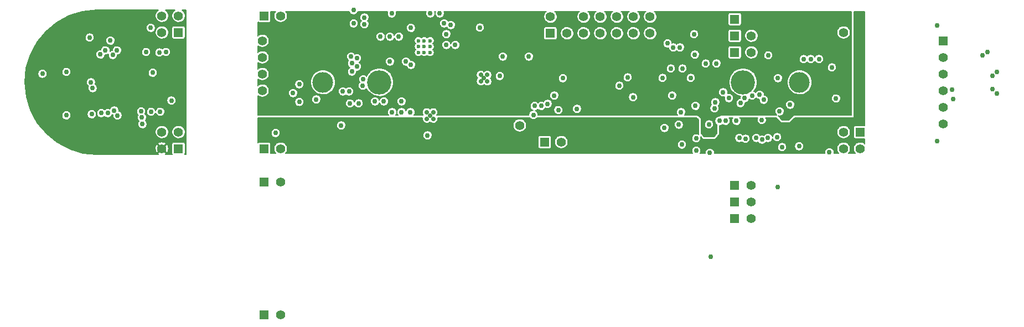
<source format=gbr>
G04 (created by PCBNEW (2013-07-07 BZR 4022)-stable) date 2/23/2014 11:45:34 PM*
%MOIN*%
G04 Gerber Fmt 3.4, Leading zero omitted, Abs format*
%FSLAX34Y34*%
G01*
G70*
G90*
G04 APERTURE LIST*
%ADD10C,0.00590551*%
%ADD11R,0.055X0.055*%
%ADD12C,0.055*%
%ADD13C,0.023622*%
%ADD14C,0.146*%
%ADD15C,0.125*%
%ADD16C,0.029*%
%ADD17C,0.03*%
%ADD18C,0.006*%
G04 APERTURE END LIST*
G54D10*
G54D11*
X31800Y17450D03*
G54D12*
X31800Y18450D03*
X32800Y17450D03*
X32800Y18450D03*
X33800Y17450D03*
X33800Y18450D03*
X34800Y17450D03*
X34800Y18450D03*
X35800Y17450D03*
X35800Y18450D03*
X36800Y17450D03*
X36800Y18450D03*
X37800Y17450D03*
X37800Y18450D03*
G54D11*
X14450Y12000D03*
G54D12*
X14450Y13000D03*
X14450Y14000D03*
X14450Y15000D03*
X14450Y16000D03*
X14450Y17000D03*
G54D11*
X50450Y18500D03*
G54D12*
X49450Y18500D03*
X49450Y17500D03*
X50450Y17500D03*
G54D11*
X50450Y11500D03*
G54D12*
X49450Y11500D03*
X49450Y10500D03*
X50450Y10500D03*
G54D11*
X14550Y18500D03*
G54D12*
X15550Y18500D03*
G54D11*
X14550Y10500D03*
G54D12*
X15550Y10500D03*
G54D11*
X42900Y18300D03*
G54D12*
X43900Y18300D03*
G54D11*
X42900Y17300D03*
G54D12*
X43900Y17300D03*
G54D11*
X42900Y16300D03*
G54D12*
X43900Y16300D03*
G54D11*
X14550Y8500D03*
G54D12*
X15550Y8500D03*
G54D11*
X14550Y500D03*
G54D12*
X15550Y500D03*
G54D11*
X42900Y6300D03*
G54D12*
X43900Y6300D03*
G54D11*
X42900Y7300D03*
G54D12*
X43900Y7300D03*
G54D11*
X42900Y8300D03*
G54D12*
X43900Y8300D03*
G54D13*
X24554Y16295D03*
X24200Y16295D03*
X23845Y16295D03*
X23845Y16650D03*
X24200Y16650D03*
X24554Y16650D03*
X24554Y17004D03*
X24200Y17004D03*
X23845Y17004D03*
G54D14*
X21500Y14500D03*
X43400Y14500D03*
G54D15*
X18100Y14500D03*
X46800Y14500D03*
G54D11*
X29950Y10900D03*
G54D12*
X29950Y11900D03*
X29950Y12900D03*
G54D11*
X31450Y10900D03*
G54D12*
X32450Y10900D03*
G54D16*
X27800Y14750D03*
X27603Y14553D03*
X27603Y14946D03*
X27996Y14946D03*
X27996Y14553D03*
X24550Y12500D03*
X24746Y12696D03*
X24746Y12303D03*
X24353Y12303D03*
X24353Y12696D03*
G54D11*
X9400Y10500D03*
G54D12*
X8400Y10500D03*
X8400Y11500D03*
X9400Y11500D03*
G54D11*
X9400Y17500D03*
G54D12*
X8400Y17500D03*
X8400Y18500D03*
X9400Y18500D03*
G54D11*
X55450Y17000D03*
G54D12*
X55450Y16000D03*
X55450Y15000D03*
X55450Y14000D03*
X55450Y13000D03*
X55450Y12000D03*
G54D17*
X22000Y11875D03*
X22500Y11870D03*
X23000Y11875D03*
X56050Y13500D03*
X3525Y13575D03*
X6825Y11775D03*
X7200Y16625D03*
X4250Y16750D03*
X40250Y14232D03*
X41450Y4000D03*
X45500Y8182D03*
X41350Y11432D03*
X41250Y13417D03*
X41800Y16167D03*
X45783Y15750D03*
X45932Y12500D03*
X29400Y15417D03*
X22132Y16750D03*
X19300Y12817D03*
X19000Y15250D03*
X15617Y17000D03*
X16032Y15050D03*
X46767Y13150D03*
X26232Y18650D03*
X23400Y18667D03*
X19950Y18450D03*
X21550Y17900D03*
X44400Y13750D03*
X23394Y17775D03*
X7200Y12375D03*
X4225Y14150D03*
X56000Y14050D03*
X47050Y15900D03*
X43500Y13550D03*
X41800Y15632D03*
X25132Y18650D03*
X7225Y11975D03*
X4125Y14500D03*
X47475Y15900D03*
X43250Y13250D03*
X41150Y15632D03*
X24567Y18650D03*
X25532Y17400D03*
X39600Y16600D03*
X38850Y16850D03*
X25800Y17950D03*
X49000Y13525D03*
X25400Y18050D03*
X39200Y16600D03*
X47975Y15900D03*
X20600Y18000D03*
X19850Y15150D03*
X19950Y18050D03*
X19800Y16050D03*
X20150Y15450D03*
X16674Y13318D03*
X16674Y14381D03*
X19850Y15650D03*
X42200Y13900D03*
X42550Y13550D03*
X41400Y10250D03*
X30500Y16050D03*
X30850Y13075D03*
X22667Y17250D03*
X39132Y13700D03*
X43175Y11150D03*
X43550Y11100D03*
X19675Y13950D03*
X45450Y11200D03*
X31250Y13075D03*
X44917Y16125D03*
X45750Y10600D03*
X44550Y11050D03*
X44900Y11150D03*
X44650Y13450D03*
X48600Y10275D03*
X46775Y10650D03*
X35950Y14300D03*
X36450Y14800D03*
X40450Y17400D03*
X43950Y13700D03*
X41675Y12925D03*
X43000Y12175D03*
X44525Y12225D03*
X36775Y13600D03*
X40583Y10375D03*
X45600Y12750D03*
X23367Y12700D03*
X24400Y11300D03*
X7450Y16325D03*
X7725Y17775D03*
X8250Y16300D03*
X7850Y15075D03*
X8650Y16325D03*
X8975Y13400D03*
X8300Y12725D03*
X7750Y12725D03*
X5300Y17007D03*
X4700Y16175D03*
X4050Y17200D03*
X5000Y16425D03*
X5450Y16150D03*
X5700Y16425D03*
X5725Y12500D03*
X5525Y12800D03*
X5150Y12650D03*
X1204Y15011D03*
X2650Y15125D03*
X4750Y12650D03*
X2650Y12507D03*
X58125Y16325D03*
X57825Y16125D03*
X58425Y14875D03*
X58700Y15125D03*
X58700Y13825D03*
X58425Y14100D03*
X55075Y17925D03*
X55075Y10950D03*
X4175Y12575D03*
X7150Y12750D03*
X41725Y13300D03*
X44200Y11150D03*
X39750Y15332D03*
X41975Y12175D03*
X42350Y12175D03*
X39050Y15332D03*
X15250Y11450D03*
X30775Y12533D03*
X39525Y11950D03*
X40583Y11125D03*
X20525Y14675D03*
X46232Y13150D03*
X33395Y12900D03*
X48750Y15400D03*
X41350Y11967D03*
X40533Y13075D03*
X40250Y14767D03*
X40500Y16167D03*
X38550Y14767D03*
X28750Y14882D03*
X28932Y16050D03*
X27550Y17800D03*
X26067Y16750D03*
X22267Y12700D03*
X22832Y12700D03*
X22832Y13350D03*
X22132Y15750D03*
X22132Y17250D03*
X22250Y18650D03*
X17700Y13467D03*
X19200Y11900D03*
X16300Y13850D03*
X21567Y17250D03*
X20600Y18400D03*
X21767Y13350D03*
X23400Y15550D03*
X21232Y13350D03*
X25532Y16750D03*
X23100Y15750D03*
X19725Y13225D03*
X20150Y15950D03*
X19950Y18850D03*
X39667Y12700D03*
X19300Y13950D03*
X31625Y13200D03*
X45500Y14750D03*
X38667Y11750D03*
X32550Y14750D03*
X20500Y14300D03*
X39717Y10750D03*
X32275Y12825D03*
X32032Y13700D03*
X20250Y13232D03*
G54D10*
G36*
X49920Y12530D02*
X49855Y12530D01*
X49855Y17539D01*
X49839Y17617D01*
X49809Y17691D01*
X49765Y17757D01*
X49709Y17813D01*
X49643Y17857D01*
X49570Y17888D01*
X49492Y17904D01*
X49413Y17905D01*
X49335Y17890D01*
X49261Y17860D01*
X49194Y17817D01*
X49138Y17761D01*
X49093Y17696D01*
X49062Y17623D01*
X49045Y17545D01*
X49044Y17465D01*
X49058Y17387D01*
X49088Y17313D01*
X49131Y17247D01*
X49186Y17190D01*
X49251Y17144D01*
X49324Y17112D01*
X49401Y17095D01*
X49481Y17094D01*
X49559Y17108D01*
X49633Y17136D01*
X49700Y17179D01*
X49758Y17234D01*
X49803Y17298D01*
X49836Y17371D01*
X49853Y17448D01*
X49855Y17539D01*
X49855Y12530D01*
X49280Y12530D01*
X49280Y13552D01*
X49269Y13606D01*
X49248Y13657D01*
X49218Y13702D01*
X49179Y13741D01*
X49133Y13772D01*
X49083Y13793D01*
X49030Y13804D01*
X49030Y15427D01*
X49019Y15481D01*
X48998Y15532D01*
X48968Y15577D01*
X48929Y15616D01*
X48883Y15647D01*
X48833Y15668D01*
X48779Y15679D01*
X48724Y15680D01*
X48670Y15669D01*
X48619Y15649D01*
X48573Y15619D01*
X48534Y15580D01*
X48503Y15535D01*
X48481Y15485D01*
X48470Y15431D01*
X48469Y15376D01*
X48479Y15322D01*
X48499Y15271D01*
X48529Y15225D01*
X48567Y15185D01*
X48612Y15154D01*
X48663Y15132D01*
X48716Y15120D01*
X48771Y15119D01*
X48825Y15129D01*
X48876Y15148D01*
X48923Y15178D01*
X48962Y15216D01*
X48994Y15261D01*
X49016Y15311D01*
X49029Y15364D01*
X49030Y15427D01*
X49030Y13804D01*
X49029Y13804D01*
X48974Y13805D01*
X48920Y13794D01*
X48869Y13774D01*
X48823Y13744D01*
X48784Y13705D01*
X48753Y13660D01*
X48731Y13610D01*
X48720Y13556D01*
X48719Y13501D01*
X48729Y13447D01*
X48749Y13396D01*
X48779Y13350D01*
X48817Y13310D01*
X48862Y13279D01*
X48913Y13257D01*
X48966Y13245D01*
X49021Y13244D01*
X49075Y13254D01*
X49126Y13273D01*
X49173Y13303D01*
X49212Y13341D01*
X49244Y13386D01*
X49266Y13436D01*
X49279Y13489D01*
X49280Y13552D01*
X49280Y12530D01*
X48255Y12530D01*
X48255Y15927D01*
X48244Y15981D01*
X48223Y16032D01*
X48193Y16077D01*
X48154Y16116D01*
X48108Y16147D01*
X48058Y16168D01*
X48004Y16179D01*
X47949Y16180D01*
X47895Y16169D01*
X47844Y16149D01*
X47798Y16119D01*
X47759Y16080D01*
X47728Y16035D01*
X47725Y16027D01*
X47723Y16032D01*
X47693Y16077D01*
X47654Y16116D01*
X47608Y16147D01*
X47558Y16168D01*
X47504Y16179D01*
X47449Y16180D01*
X47395Y16169D01*
X47344Y16149D01*
X47298Y16119D01*
X47262Y16083D01*
X47229Y16116D01*
X47183Y16147D01*
X47133Y16168D01*
X47079Y16179D01*
X47024Y16180D01*
X46970Y16169D01*
X46919Y16149D01*
X46873Y16119D01*
X46834Y16080D01*
X46803Y16035D01*
X46781Y15985D01*
X46770Y15931D01*
X46769Y15876D01*
X46779Y15822D01*
X46799Y15771D01*
X46829Y15725D01*
X46867Y15685D01*
X46912Y15654D01*
X46963Y15632D01*
X47016Y15620D01*
X47071Y15619D01*
X47125Y15629D01*
X47176Y15648D01*
X47223Y15678D01*
X47262Y15716D01*
X47263Y15716D01*
X47292Y15685D01*
X47337Y15654D01*
X47388Y15632D01*
X47441Y15620D01*
X47496Y15619D01*
X47550Y15629D01*
X47601Y15648D01*
X47648Y15678D01*
X47687Y15716D01*
X47719Y15761D01*
X47724Y15771D01*
X47724Y15771D01*
X47754Y15725D01*
X47792Y15685D01*
X47837Y15654D01*
X47888Y15632D01*
X47941Y15620D01*
X47996Y15619D01*
X48050Y15629D01*
X48101Y15648D01*
X48148Y15678D01*
X48187Y15716D01*
X48219Y15761D01*
X48241Y15811D01*
X48254Y15864D01*
X48255Y15927D01*
X48255Y12530D01*
X47555Y12530D01*
X47555Y14574D01*
X47526Y14719D01*
X47469Y14856D01*
X47387Y14979D01*
X47283Y15084D01*
X47160Y15167D01*
X47024Y15224D01*
X46879Y15254D01*
X46731Y15255D01*
X46585Y15227D01*
X46448Y15172D01*
X46324Y15091D01*
X46218Y14987D01*
X46135Y14865D01*
X46076Y14729D01*
X46046Y14584D01*
X46044Y14436D01*
X46070Y14290D01*
X46125Y14153D01*
X46205Y14028D01*
X46308Y13922D01*
X46429Y13837D01*
X46565Y13778D01*
X46710Y13746D01*
X46858Y13743D01*
X47004Y13769D01*
X47142Y13822D01*
X47267Y13902D01*
X47374Y14004D01*
X47459Y14125D01*
X47519Y14260D01*
X47552Y14404D01*
X47555Y14574D01*
X47555Y12530D01*
X46512Y12530D01*
X46512Y13177D01*
X46501Y13231D01*
X46480Y13282D01*
X46450Y13327D01*
X46411Y13366D01*
X46366Y13397D01*
X46315Y13418D01*
X46261Y13429D01*
X46207Y13430D01*
X46153Y13419D01*
X46102Y13399D01*
X46056Y13369D01*
X46016Y13330D01*
X45985Y13285D01*
X45964Y13235D01*
X45952Y13181D01*
X45952Y13126D01*
X45962Y13072D01*
X45982Y13021D01*
X46012Y12975D01*
X46050Y12935D01*
X46095Y12904D01*
X46145Y12882D01*
X46199Y12870D01*
X46254Y12869D01*
X46308Y12879D01*
X46359Y12898D01*
X46405Y12928D01*
X46445Y12966D01*
X46477Y13011D01*
X46499Y13061D01*
X46511Y13114D01*
X46512Y13177D01*
X46512Y12530D01*
X46437Y12530D01*
X46137Y12230D01*
X45762Y12230D01*
X45507Y12484D01*
X45513Y12482D01*
X45566Y12470D01*
X45621Y12469D01*
X45675Y12479D01*
X45726Y12498D01*
X45773Y12528D01*
X45812Y12566D01*
X45844Y12611D01*
X45866Y12661D01*
X45879Y12714D01*
X45880Y12777D01*
X45869Y12831D01*
X45848Y12882D01*
X45818Y12927D01*
X45780Y12966D01*
X45780Y14777D01*
X45769Y14831D01*
X45748Y14882D01*
X45718Y14927D01*
X45679Y14966D01*
X45633Y14997D01*
X45583Y15018D01*
X45529Y15029D01*
X45474Y15030D01*
X45420Y15019D01*
X45369Y14999D01*
X45323Y14969D01*
X45284Y14930D01*
X45253Y14885D01*
X45231Y14835D01*
X45220Y14781D01*
X45219Y14726D01*
X45229Y14672D01*
X45249Y14621D01*
X45279Y14575D01*
X45317Y14535D01*
X45362Y14504D01*
X45413Y14482D01*
X45466Y14470D01*
X45521Y14469D01*
X45575Y14479D01*
X45626Y14498D01*
X45673Y14528D01*
X45712Y14566D01*
X45744Y14611D01*
X45766Y14661D01*
X45779Y14714D01*
X45780Y14777D01*
X45780Y12966D01*
X45779Y12966D01*
X45733Y12997D01*
X45683Y13018D01*
X45629Y13029D01*
X45574Y13030D01*
X45520Y13019D01*
X45469Y12999D01*
X45423Y12969D01*
X45384Y12930D01*
X45353Y12885D01*
X45331Y12835D01*
X45320Y12781D01*
X45319Y12726D01*
X45329Y12672D01*
X45349Y12621D01*
X45379Y12575D01*
X45417Y12535D01*
X45425Y12530D01*
X45197Y12530D01*
X45197Y16152D01*
X45186Y16206D01*
X45165Y16257D01*
X45135Y16302D01*
X45096Y16341D01*
X45050Y16372D01*
X45000Y16393D01*
X44946Y16404D01*
X44891Y16405D01*
X44837Y16394D01*
X44786Y16374D01*
X44740Y16344D01*
X44701Y16305D01*
X44670Y16260D01*
X44648Y16210D01*
X44637Y16156D01*
X44636Y16101D01*
X44646Y16047D01*
X44666Y15996D01*
X44696Y15950D01*
X44734Y15910D01*
X44779Y15879D01*
X44830Y15857D01*
X44883Y15845D01*
X44938Y15844D01*
X44992Y15854D01*
X45043Y15873D01*
X45090Y15903D01*
X45129Y15941D01*
X45161Y15986D01*
X45183Y16036D01*
X45196Y16089D01*
X45197Y16152D01*
X45197Y12530D01*
X44930Y12530D01*
X44930Y13477D01*
X44919Y13531D01*
X44898Y13582D01*
X44868Y13627D01*
X44829Y13666D01*
X44783Y13697D01*
X44733Y13718D01*
X44679Y13729D01*
X44679Y13729D01*
X44680Y13777D01*
X44669Y13831D01*
X44648Y13882D01*
X44618Y13927D01*
X44579Y13966D01*
X44533Y13997D01*
X44483Y14018D01*
X44429Y14029D01*
X44374Y14030D01*
X44320Y14019D01*
X44305Y14013D01*
X44305Y16339D01*
X44305Y17339D01*
X44289Y17417D01*
X44259Y17491D01*
X44215Y17557D01*
X44159Y17613D01*
X44093Y17657D01*
X44020Y17688D01*
X43942Y17704D01*
X43863Y17705D01*
X43785Y17690D01*
X43711Y17660D01*
X43644Y17617D01*
X43588Y17561D01*
X43543Y17496D01*
X43512Y17423D01*
X43495Y17345D01*
X43494Y17265D01*
X43508Y17187D01*
X43538Y17113D01*
X43581Y17047D01*
X43636Y16990D01*
X43701Y16944D01*
X43774Y16912D01*
X43851Y16895D01*
X43931Y16894D01*
X44009Y16908D01*
X44083Y16936D01*
X44150Y16979D01*
X44208Y17034D01*
X44253Y17098D01*
X44286Y17171D01*
X44303Y17248D01*
X44305Y17339D01*
X44305Y16339D01*
X44289Y16417D01*
X44259Y16491D01*
X44215Y16557D01*
X44159Y16613D01*
X44093Y16657D01*
X44020Y16688D01*
X43942Y16704D01*
X43863Y16705D01*
X43785Y16690D01*
X43711Y16660D01*
X43644Y16617D01*
X43588Y16561D01*
X43543Y16496D01*
X43512Y16423D01*
X43495Y16345D01*
X43494Y16265D01*
X43508Y16187D01*
X43538Y16113D01*
X43581Y16047D01*
X43636Y15990D01*
X43701Y15944D01*
X43774Y15912D01*
X43851Y15895D01*
X43931Y15894D01*
X44009Y15908D01*
X44083Y15936D01*
X44150Y15979D01*
X44208Y16034D01*
X44253Y16098D01*
X44286Y16171D01*
X44303Y16248D01*
X44305Y16339D01*
X44305Y14013D01*
X44269Y13999D01*
X44223Y13969D01*
X44184Y13930D01*
X44156Y13889D01*
X44129Y13916D01*
X44083Y13947D01*
X44067Y13954D01*
X44151Y14073D01*
X44219Y14227D01*
X44257Y14391D01*
X44260Y14584D01*
X44227Y14749D01*
X44163Y14905D01*
X44069Y15046D01*
X43950Y15165D01*
X43811Y15260D01*
X43655Y15325D01*
X43490Y15359D01*
X43321Y15360D01*
X43305Y15357D01*
X43305Y16036D01*
X43305Y17036D01*
X43305Y18036D01*
X43305Y18587D01*
X43300Y18612D01*
X43290Y18636D01*
X43276Y18657D01*
X43258Y18675D01*
X43237Y18689D01*
X43213Y18699D01*
X43188Y18704D01*
X43163Y18705D01*
X42612Y18705D01*
X42587Y18700D01*
X42563Y18690D01*
X42542Y18676D01*
X42524Y18658D01*
X42510Y18637D01*
X42500Y18613D01*
X42495Y18588D01*
X42494Y18563D01*
X42494Y18012D01*
X42499Y17987D01*
X42509Y17963D01*
X42523Y17942D01*
X42541Y17924D01*
X42562Y17910D01*
X42586Y17900D01*
X42611Y17895D01*
X42636Y17894D01*
X43187Y17894D01*
X43212Y17899D01*
X43236Y17909D01*
X43257Y17923D01*
X43275Y17941D01*
X43289Y17962D01*
X43299Y17986D01*
X43304Y18011D01*
X43305Y18036D01*
X43305Y17036D01*
X43305Y17587D01*
X43300Y17612D01*
X43290Y17636D01*
X43276Y17657D01*
X43258Y17675D01*
X43237Y17689D01*
X43213Y17699D01*
X43188Y17704D01*
X43163Y17705D01*
X42612Y17705D01*
X42587Y17700D01*
X42563Y17690D01*
X42542Y17676D01*
X42524Y17658D01*
X42510Y17637D01*
X42500Y17613D01*
X42495Y17588D01*
X42494Y17563D01*
X42494Y17012D01*
X42499Y16987D01*
X42509Y16963D01*
X42523Y16942D01*
X42541Y16924D01*
X42562Y16910D01*
X42586Y16900D01*
X42611Y16895D01*
X42636Y16894D01*
X43187Y16894D01*
X43212Y16899D01*
X43236Y16909D01*
X43257Y16923D01*
X43275Y16941D01*
X43289Y16962D01*
X43299Y16986D01*
X43304Y17011D01*
X43305Y17036D01*
X43305Y16036D01*
X43305Y16587D01*
X43300Y16612D01*
X43290Y16636D01*
X43276Y16657D01*
X43258Y16675D01*
X43237Y16689D01*
X43213Y16699D01*
X43188Y16704D01*
X43163Y16705D01*
X42612Y16705D01*
X42587Y16700D01*
X42563Y16690D01*
X42542Y16676D01*
X42524Y16658D01*
X42510Y16637D01*
X42500Y16613D01*
X42495Y16588D01*
X42494Y16563D01*
X42494Y16012D01*
X42499Y15987D01*
X42509Y15963D01*
X42523Y15942D01*
X42541Y15924D01*
X42562Y15910D01*
X42586Y15900D01*
X42611Y15895D01*
X42636Y15894D01*
X43187Y15894D01*
X43212Y15899D01*
X43236Y15909D01*
X43257Y15923D01*
X43275Y15941D01*
X43289Y15962D01*
X43299Y15986D01*
X43304Y16011D01*
X43305Y16036D01*
X43305Y15357D01*
X43156Y15329D01*
X42999Y15265D01*
X42858Y15173D01*
X42738Y15055D01*
X42642Y14916D01*
X42576Y14761D01*
X42541Y14596D01*
X42538Y14427D01*
X42569Y14261D01*
X42631Y14104D01*
X42722Y13963D01*
X42839Y13841D01*
X42978Y13745D01*
X43132Y13678D01*
X43240Y13654D01*
X43231Y13635D01*
X43220Y13581D01*
X43219Y13529D01*
X43170Y13519D01*
X43119Y13499D01*
X43073Y13469D01*
X43034Y13430D01*
X43003Y13385D01*
X42981Y13335D01*
X42970Y13281D01*
X42969Y13226D01*
X42979Y13172D01*
X42999Y13121D01*
X43029Y13075D01*
X43067Y13035D01*
X43112Y13004D01*
X43163Y12982D01*
X43216Y12970D01*
X43271Y12969D01*
X43325Y12979D01*
X43376Y12998D01*
X43423Y13028D01*
X43462Y13066D01*
X43494Y13111D01*
X43516Y13161D01*
X43529Y13214D01*
X43529Y13270D01*
X43575Y13279D01*
X43626Y13298D01*
X43673Y13328D01*
X43712Y13366D01*
X43744Y13411D01*
X43766Y13461D01*
X43771Y13482D01*
X43812Y13454D01*
X43863Y13432D01*
X43916Y13420D01*
X43971Y13419D01*
X44025Y13429D01*
X44076Y13448D01*
X44123Y13478D01*
X44162Y13516D01*
X44194Y13560D01*
X44217Y13535D01*
X44262Y13504D01*
X44313Y13482D01*
X44366Y13470D01*
X44370Y13470D01*
X44369Y13426D01*
X44379Y13372D01*
X44399Y13321D01*
X44429Y13275D01*
X44467Y13235D01*
X44512Y13204D01*
X44563Y13182D01*
X44616Y13170D01*
X44671Y13169D01*
X44725Y13179D01*
X44776Y13198D01*
X44823Y13228D01*
X44862Y13266D01*
X44894Y13311D01*
X44916Y13361D01*
X44929Y13414D01*
X44930Y13477D01*
X44930Y12530D01*
X42830Y12530D01*
X42830Y13577D01*
X42819Y13631D01*
X42798Y13682D01*
X42768Y13727D01*
X42729Y13766D01*
X42683Y13797D01*
X42633Y13818D01*
X42579Y13829D01*
X42524Y13830D01*
X42470Y13819D01*
X42468Y13819D01*
X42479Y13864D01*
X42480Y13927D01*
X42469Y13981D01*
X42448Y14032D01*
X42418Y14077D01*
X42379Y14116D01*
X42333Y14147D01*
X42283Y14168D01*
X42229Y14179D01*
X42174Y14180D01*
X42120Y14169D01*
X42080Y14153D01*
X42080Y15659D01*
X42069Y15713D01*
X42048Y15764D01*
X42018Y15810D01*
X41979Y15849D01*
X41933Y15879D01*
X41883Y15901D01*
X41829Y15912D01*
X41774Y15912D01*
X41720Y15902D01*
X41669Y15881D01*
X41623Y15851D01*
X41584Y15813D01*
X41553Y15768D01*
X41531Y15717D01*
X41520Y15663D01*
X41519Y15608D01*
X41529Y15554D01*
X41549Y15503D01*
X41579Y15457D01*
X41617Y15418D01*
X41662Y15386D01*
X41713Y15364D01*
X41766Y15353D01*
X41821Y15351D01*
X41875Y15361D01*
X41926Y15381D01*
X41973Y15410D01*
X42012Y15448D01*
X42044Y15493D01*
X42066Y15543D01*
X42079Y15597D01*
X42080Y15659D01*
X42080Y14153D01*
X42069Y14149D01*
X42023Y14119D01*
X41984Y14080D01*
X41953Y14035D01*
X41931Y13985D01*
X41920Y13931D01*
X41919Y13876D01*
X41929Y13822D01*
X41949Y13771D01*
X41979Y13725D01*
X42017Y13685D01*
X42062Y13654D01*
X42113Y13632D01*
X42166Y13620D01*
X42221Y13619D01*
X42275Y13629D01*
X42280Y13631D01*
X42270Y13581D01*
X42269Y13526D01*
X42279Y13472D01*
X42299Y13421D01*
X42329Y13375D01*
X42367Y13335D01*
X42412Y13304D01*
X42463Y13282D01*
X42516Y13270D01*
X42571Y13269D01*
X42625Y13279D01*
X42676Y13298D01*
X42723Y13328D01*
X42762Y13366D01*
X42794Y13411D01*
X42816Y13461D01*
X42829Y13514D01*
X42830Y13577D01*
X42830Y12530D01*
X42037Y12530D01*
X42005Y12497D01*
X42005Y13327D01*
X41994Y13381D01*
X41973Y13432D01*
X41943Y13477D01*
X41904Y13516D01*
X41858Y13547D01*
X41808Y13568D01*
X41754Y13579D01*
X41699Y13580D01*
X41645Y13569D01*
X41594Y13549D01*
X41548Y13519D01*
X41509Y13480D01*
X41478Y13435D01*
X41456Y13385D01*
X41445Y13331D01*
X41444Y13276D01*
X41454Y13222D01*
X41474Y13171D01*
X41494Y13140D01*
X41459Y13105D01*
X41430Y13062D01*
X41430Y15659D01*
X41419Y15713D01*
X41398Y15764D01*
X41368Y15810D01*
X41329Y15849D01*
X41283Y15879D01*
X41233Y15901D01*
X41179Y15912D01*
X41124Y15912D01*
X41070Y15902D01*
X41019Y15881D01*
X40973Y15851D01*
X40934Y15813D01*
X40903Y15768D01*
X40881Y15717D01*
X40870Y15663D01*
X40869Y15608D01*
X40879Y15554D01*
X40899Y15503D01*
X40929Y15457D01*
X40967Y15418D01*
X41012Y15386D01*
X41063Y15364D01*
X41116Y15353D01*
X41171Y15351D01*
X41225Y15361D01*
X41276Y15381D01*
X41323Y15410D01*
X41362Y15448D01*
X41394Y15493D01*
X41416Y15543D01*
X41429Y15597D01*
X41430Y15659D01*
X41430Y13062D01*
X41428Y13060D01*
X41406Y13010D01*
X41395Y12956D01*
X41394Y12901D01*
X41404Y12847D01*
X41424Y12796D01*
X41454Y12750D01*
X41492Y12710D01*
X41537Y12679D01*
X41588Y12657D01*
X41641Y12645D01*
X41696Y12644D01*
X41750Y12654D01*
X41801Y12673D01*
X41848Y12703D01*
X41887Y12741D01*
X41919Y12786D01*
X41941Y12836D01*
X41954Y12889D01*
X41955Y12952D01*
X41944Y13006D01*
X41923Y13057D01*
X41905Y13084D01*
X41937Y13116D01*
X41969Y13161D01*
X41991Y13211D01*
X42004Y13264D01*
X42005Y13327D01*
X42005Y12497D01*
X41962Y12455D01*
X41949Y12455D01*
X41895Y12444D01*
X41844Y12424D01*
X41798Y12394D01*
X41759Y12355D01*
X41728Y12310D01*
X41706Y12260D01*
X41695Y12206D01*
X41694Y12151D01*
X41704Y12097D01*
X41724Y12046D01*
X41754Y12000D01*
X41792Y11960D01*
X41820Y11941D01*
X41820Y11412D01*
X41637Y11230D01*
X41630Y11230D01*
X41630Y11994D01*
X41619Y12048D01*
X41598Y12099D01*
X41568Y12145D01*
X41529Y12184D01*
X41483Y12214D01*
X41433Y12236D01*
X41379Y12247D01*
X41324Y12247D01*
X41270Y12237D01*
X41219Y12216D01*
X41173Y12186D01*
X41134Y12148D01*
X41103Y12103D01*
X41081Y12052D01*
X41070Y11998D01*
X41069Y11943D01*
X41079Y11889D01*
X41099Y11838D01*
X41129Y11792D01*
X41167Y11753D01*
X41212Y11721D01*
X41263Y11699D01*
X41316Y11688D01*
X41371Y11686D01*
X41425Y11696D01*
X41476Y11716D01*
X41523Y11745D01*
X41562Y11783D01*
X41594Y11828D01*
X41616Y11878D01*
X41629Y11932D01*
X41630Y11994D01*
X41630Y11230D01*
X41062Y11230D01*
X40880Y11412D01*
X40880Y12312D01*
X40813Y12379D01*
X40813Y13102D01*
X40802Y13156D01*
X40781Y13207D01*
X40780Y13209D01*
X40780Y16194D01*
X40769Y16248D01*
X40748Y16299D01*
X40730Y16327D01*
X40730Y17427D01*
X40719Y17481D01*
X40698Y17532D01*
X40668Y17577D01*
X40629Y17616D01*
X40583Y17647D01*
X40533Y17668D01*
X40479Y17679D01*
X40424Y17680D01*
X40370Y17669D01*
X40319Y17649D01*
X40273Y17619D01*
X40234Y17580D01*
X40203Y17535D01*
X40181Y17485D01*
X40170Y17431D01*
X40169Y17376D01*
X40179Y17322D01*
X40199Y17271D01*
X40229Y17225D01*
X40267Y17185D01*
X40312Y17154D01*
X40363Y17132D01*
X40416Y17120D01*
X40471Y17119D01*
X40525Y17129D01*
X40576Y17148D01*
X40623Y17178D01*
X40662Y17216D01*
X40694Y17261D01*
X40716Y17311D01*
X40729Y17364D01*
X40730Y17427D01*
X40730Y16327D01*
X40718Y16345D01*
X40679Y16384D01*
X40633Y16414D01*
X40583Y16436D01*
X40529Y16447D01*
X40474Y16447D01*
X40420Y16437D01*
X40369Y16416D01*
X40323Y16386D01*
X40284Y16348D01*
X40253Y16303D01*
X40231Y16252D01*
X40220Y16198D01*
X40219Y16143D01*
X40229Y16089D01*
X40249Y16038D01*
X40279Y15992D01*
X40317Y15953D01*
X40362Y15921D01*
X40413Y15899D01*
X40466Y15888D01*
X40521Y15886D01*
X40575Y15896D01*
X40626Y15916D01*
X40673Y15945D01*
X40712Y15983D01*
X40744Y16028D01*
X40766Y16078D01*
X40779Y16132D01*
X40780Y16194D01*
X40780Y13209D01*
X40751Y13252D01*
X40712Y13291D01*
X40666Y13322D01*
X40616Y13343D01*
X40562Y13354D01*
X40530Y13355D01*
X40530Y14794D01*
X40519Y14848D01*
X40498Y14899D01*
X40468Y14945D01*
X40429Y14984D01*
X40383Y15014D01*
X40333Y15036D01*
X40279Y15047D01*
X40224Y15047D01*
X40170Y15037D01*
X40119Y15016D01*
X40073Y14986D01*
X40034Y14948D01*
X40030Y14941D01*
X40030Y15359D01*
X40019Y15413D01*
X39998Y15464D01*
X39968Y15510D01*
X39929Y15549D01*
X39883Y15579D01*
X39880Y15581D01*
X39880Y16627D01*
X39869Y16681D01*
X39848Y16732D01*
X39818Y16777D01*
X39779Y16816D01*
X39733Y16847D01*
X39683Y16868D01*
X39629Y16879D01*
X39574Y16880D01*
X39520Y16869D01*
X39469Y16849D01*
X39423Y16819D01*
X39399Y16796D01*
X39379Y16816D01*
X39333Y16847D01*
X39283Y16868D01*
X39229Y16879D01*
X39174Y16880D01*
X39129Y16871D01*
X39130Y16877D01*
X39119Y16931D01*
X39098Y16982D01*
X39068Y17027D01*
X39029Y17066D01*
X38983Y17097D01*
X38933Y17118D01*
X38879Y17129D01*
X38824Y17130D01*
X38770Y17119D01*
X38719Y17099D01*
X38673Y17069D01*
X38634Y17030D01*
X38603Y16985D01*
X38581Y16935D01*
X38570Y16881D01*
X38569Y16826D01*
X38579Y16772D01*
X38599Y16721D01*
X38629Y16675D01*
X38667Y16635D01*
X38712Y16604D01*
X38763Y16582D01*
X38816Y16570D01*
X38871Y16569D01*
X38919Y16577D01*
X38919Y16576D01*
X38929Y16522D01*
X38949Y16471D01*
X38979Y16425D01*
X39017Y16385D01*
X39062Y16354D01*
X39113Y16332D01*
X39166Y16320D01*
X39221Y16319D01*
X39275Y16329D01*
X39326Y16348D01*
X39373Y16378D01*
X39400Y16403D01*
X39417Y16385D01*
X39462Y16354D01*
X39513Y16332D01*
X39566Y16320D01*
X39621Y16319D01*
X39675Y16329D01*
X39726Y16348D01*
X39773Y16378D01*
X39812Y16416D01*
X39844Y16461D01*
X39866Y16511D01*
X39879Y16564D01*
X39880Y16627D01*
X39880Y15581D01*
X39833Y15601D01*
X39779Y15612D01*
X39724Y15612D01*
X39670Y15602D01*
X39619Y15581D01*
X39573Y15551D01*
X39534Y15513D01*
X39503Y15468D01*
X39481Y15417D01*
X39470Y15363D01*
X39469Y15308D01*
X39479Y15254D01*
X39499Y15203D01*
X39529Y15157D01*
X39567Y15118D01*
X39612Y15086D01*
X39663Y15064D01*
X39716Y15053D01*
X39771Y15051D01*
X39825Y15061D01*
X39876Y15081D01*
X39923Y15110D01*
X39962Y15148D01*
X39994Y15193D01*
X40016Y15243D01*
X40029Y15297D01*
X40030Y15359D01*
X40030Y14941D01*
X40003Y14903D01*
X39981Y14852D01*
X39970Y14798D01*
X39969Y14743D01*
X39979Y14689D01*
X39999Y14638D01*
X40029Y14592D01*
X40067Y14553D01*
X40112Y14521D01*
X40163Y14499D01*
X40216Y14488D01*
X40271Y14486D01*
X40325Y14496D01*
X40376Y14516D01*
X40423Y14545D01*
X40462Y14583D01*
X40494Y14628D01*
X40516Y14678D01*
X40529Y14732D01*
X40530Y14794D01*
X40530Y13355D01*
X40507Y13355D01*
X40453Y13344D01*
X40402Y13324D01*
X40356Y13294D01*
X40317Y13255D01*
X40286Y13210D01*
X40264Y13160D01*
X40253Y13106D01*
X40252Y13051D01*
X40262Y12997D01*
X40282Y12946D01*
X40312Y12900D01*
X40350Y12860D01*
X40395Y12829D01*
X40446Y12807D01*
X40499Y12795D01*
X40554Y12794D01*
X40608Y12804D01*
X40659Y12823D01*
X40706Y12853D01*
X40745Y12891D01*
X40777Y12936D01*
X40799Y12986D01*
X40812Y13039D01*
X40813Y13102D01*
X40813Y12379D01*
X40662Y12530D01*
X39889Y12530D01*
X39911Y12561D01*
X39933Y12611D01*
X39946Y12664D01*
X39947Y12727D01*
X39936Y12781D01*
X39915Y12832D01*
X39885Y12877D01*
X39846Y12916D01*
X39800Y12947D01*
X39750Y12968D01*
X39696Y12979D01*
X39641Y12980D01*
X39587Y12969D01*
X39536Y12949D01*
X39490Y12919D01*
X39451Y12880D01*
X39420Y12835D01*
X39412Y12817D01*
X39412Y13727D01*
X39401Y13781D01*
X39380Y13832D01*
X39350Y13877D01*
X39330Y13898D01*
X39330Y15359D01*
X39319Y15413D01*
X39298Y15464D01*
X39268Y15510D01*
X39229Y15549D01*
X39183Y15579D01*
X39133Y15601D01*
X39079Y15612D01*
X39024Y15612D01*
X38970Y15602D01*
X38919Y15581D01*
X38873Y15551D01*
X38834Y15513D01*
X38803Y15468D01*
X38781Y15417D01*
X38770Y15363D01*
X38769Y15308D01*
X38779Y15254D01*
X38799Y15203D01*
X38829Y15157D01*
X38867Y15118D01*
X38912Y15086D01*
X38963Y15064D01*
X39016Y15053D01*
X39071Y15051D01*
X39125Y15061D01*
X39176Y15081D01*
X39223Y15110D01*
X39262Y15148D01*
X39294Y15193D01*
X39316Y15243D01*
X39329Y15297D01*
X39330Y15359D01*
X39330Y13898D01*
X39311Y13916D01*
X39266Y13947D01*
X39215Y13968D01*
X39161Y13979D01*
X39107Y13980D01*
X39053Y13969D01*
X39002Y13949D01*
X38956Y13919D01*
X38916Y13880D01*
X38885Y13835D01*
X38864Y13785D01*
X38852Y13731D01*
X38852Y13676D01*
X38862Y13622D01*
X38882Y13571D01*
X38912Y13525D01*
X38950Y13485D01*
X38995Y13454D01*
X39045Y13432D01*
X39099Y13420D01*
X39154Y13419D01*
X39208Y13429D01*
X39259Y13448D01*
X39305Y13478D01*
X39345Y13516D01*
X39377Y13561D01*
X39399Y13611D01*
X39411Y13664D01*
X39412Y13727D01*
X39412Y12817D01*
X39398Y12785D01*
X39387Y12731D01*
X39386Y12676D01*
X39396Y12622D01*
X39416Y12571D01*
X39443Y12530D01*
X38830Y12530D01*
X38830Y14794D01*
X38819Y14848D01*
X38798Y14899D01*
X38768Y14945D01*
X38729Y14984D01*
X38683Y15014D01*
X38633Y15036D01*
X38579Y15047D01*
X38524Y15047D01*
X38470Y15037D01*
X38419Y15016D01*
X38373Y14986D01*
X38334Y14948D01*
X38303Y14903D01*
X38281Y14852D01*
X38270Y14798D01*
X38269Y14743D01*
X38279Y14689D01*
X38299Y14638D01*
X38329Y14592D01*
X38367Y14553D01*
X38412Y14521D01*
X38463Y14499D01*
X38516Y14488D01*
X38571Y14486D01*
X38625Y14496D01*
X38676Y14516D01*
X38723Y14545D01*
X38762Y14583D01*
X38794Y14628D01*
X38816Y14678D01*
X38829Y14732D01*
X38830Y14794D01*
X38830Y12530D01*
X38205Y12530D01*
X38205Y17489D01*
X38189Y17567D01*
X38159Y17641D01*
X38115Y17707D01*
X38059Y17763D01*
X37993Y17807D01*
X37920Y17838D01*
X37842Y17854D01*
X37763Y17855D01*
X37685Y17840D01*
X37611Y17810D01*
X37544Y17767D01*
X37488Y17711D01*
X37443Y17646D01*
X37412Y17573D01*
X37395Y17495D01*
X37394Y17415D01*
X37408Y17337D01*
X37438Y17263D01*
X37481Y17197D01*
X37536Y17140D01*
X37601Y17094D01*
X37674Y17062D01*
X37751Y17045D01*
X37831Y17044D01*
X37909Y17058D01*
X37983Y17086D01*
X38050Y17129D01*
X38108Y17184D01*
X38153Y17248D01*
X38186Y17321D01*
X38203Y17398D01*
X38205Y17489D01*
X38205Y12530D01*
X37205Y12530D01*
X37205Y17489D01*
X37189Y17567D01*
X37159Y17641D01*
X37115Y17707D01*
X37059Y17763D01*
X36993Y17807D01*
X36920Y17838D01*
X36842Y17854D01*
X36763Y17855D01*
X36685Y17840D01*
X36611Y17810D01*
X36544Y17767D01*
X36488Y17711D01*
X36443Y17646D01*
X36412Y17573D01*
X36395Y17495D01*
X36394Y17415D01*
X36408Y17337D01*
X36438Y17263D01*
X36481Y17197D01*
X36536Y17140D01*
X36601Y17094D01*
X36674Y17062D01*
X36751Y17045D01*
X36831Y17044D01*
X36909Y17058D01*
X36983Y17086D01*
X37050Y17129D01*
X37108Y17184D01*
X37153Y17248D01*
X37186Y17321D01*
X37203Y17398D01*
X37205Y17489D01*
X37205Y12530D01*
X37055Y12530D01*
X37055Y13627D01*
X37044Y13681D01*
X37023Y13732D01*
X36993Y13777D01*
X36954Y13816D01*
X36908Y13847D01*
X36858Y13868D01*
X36804Y13879D01*
X36749Y13880D01*
X36730Y13876D01*
X36730Y14827D01*
X36719Y14881D01*
X36698Y14932D01*
X36668Y14977D01*
X36629Y15016D01*
X36583Y15047D01*
X36533Y15068D01*
X36479Y15079D01*
X36424Y15080D01*
X36370Y15069D01*
X36319Y15049D01*
X36273Y15019D01*
X36234Y14980D01*
X36205Y14937D01*
X36205Y17489D01*
X36189Y17567D01*
X36159Y17641D01*
X36115Y17707D01*
X36059Y17763D01*
X35993Y17807D01*
X35920Y17838D01*
X35842Y17854D01*
X35763Y17855D01*
X35685Y17840D01*
X35611Y17810D01*
X35544Y17767D01*
X35488Y17711D01*
X35443Y17646D01*
X35412Y17573D01*
X35395Y17495D01*
X35394Y17415D01*
X35408Y17337D01*
X35438Y17263D01*
X35481Y17197D01*
X35536Y17140D01*
X35601Y17094D01*
X35674Y17062D01*
X35751Y17045D01*
X35831Y17044D01*
X35909Y17058D01*
X35983Y17086D01*
X36050Y17129D01*
X36108Y17184D01*
X36153Y17248D01*
X36186Y17321D01*
X36203Y17398D01*
X36205Y17489D01*
X36205Y14937D01*
X36203Y14935D01*
X36181Y14885D01*
X36170Y14831D01*
X36169Y14776D01*
X36179Y14722D01*
X36199Y14671D01*
X36229Y14625D01*
X36267Y14585D01*
X36312Y14554D01*
X36363Y14532D01*
X36416Y14520D01*
X36471Y14519D01*
X36525Y14529D01*
X36576Y14548D01*
X36623Y14578D01*
X36662Y14616D01*
X36694Y14661D01*
X36716Y14711D01*
X36729Y14764D01*
X36730Y14827D01*
X36730Y13876D01*
X36695Y13869D01*
X36644Y13849D01*
X36598Y13819D01*
X36559Y13780D01*
X36528Y13735D01*
X36506Y13685D01*
X36495Y13631D01*
X36494Y13576D01*
X36504Y13522D01*
X36524Y13471D01*
X36554Y13425D01*
X36592Y13385D01*
X36637Y13354D01*
X36688Y13332D01*
X36741Y13320D01*
X36796Y13319D01*
X36850Y13329D01*
X36901Y13348D01*
X36948Y13378D01*
X36987Y13416D01*
X37019Y13461D01*
X37041Y13511D01*
X37054Y13564D01*
X37055Y13627D01*
X37055Y12530D01*
X36230Y12530D01*
X36230Y14327D01*
X36219Y14381D01*
X36198Y14432D01*
X36168Y14477D01*
X36129Y14516D01*
X36083Y14547D01*
X36033Y14568D01*
X35979Y14579D01*
X35924Y14580D01*
X35870Y14569D01*
X35819Y14549D01*
X35773Y14519D01*
X35734Y14480D01*
X35703Y14435D01*
X35681Y14385D01*
X35670Y14331D01*
X35669Y14276D01*
X35679Y14222D01*
X35699Y14171D01*
X35729Y14125D01*
X35767Y14085D01*
X35812Y14054D01*
X35863Y14032D01*
X35916Y14020D01*
X35971Y14019D01*
X36025Y14029D01*
X36076Y14048D01*
X36123Y14078D01*
X36162Y14116D01*
X36194Y14161D01*
X36216Y14211D01*
X36229Y14264D01*
X36230Y14327D01*
X36230Y12530D01*
X35205Y12530D01*
X35205Y17489D01*
X35189Y17567D01*
X35159Y17641D01*
X35115Y17707D01*
X35059Y17763D01*
X34993Y17807D01*
X34920Y17838D01*
X34842Y17854D01*
X34763Y17855D01*
X34685Y17840D01*
X34611Y17810D01*
X34544Y17767D01*
X34488Y17711D01*
X34443Y17646D01*
X34412Y17573D01*
X34395Y17495D01*
X34394Y17415D01*
X34408Y17337D01*
X34438Y17263D01*
X34481Y17197D01*
X34536Y17140D01*
X34601Y17094D01*
X34674Y17062D01*
X34751Y17045D01*
X34831Y17044D01*
X34909Y17058D01*
X34983Y17086D01*
X35050Y17129D01*
X35108Y17184D01*
X35153Y17248D01*
X35186Y17321D01*
X35203Y17398D01*
X35205Y17489D01*
X35205Y12530D01*
X34205Y12530D01*
X34205Y17489D01*
X34189Y17567D01*
X34159Y17641D01*
X34115Y17707D01*
X34059Y17763D01*
X33993Y17807D01*
X33920Y17838D01*
X33842Y17854D01*
X33763Y17855D01*
X33685Y17840D01*
X33611Y17810D01*
X33544Y17767D01*
X33488Y17711D01*
X33443Y17646D01*
X33412Y17573D01*
X33395Y17495D01*
X33394Y17415D01*
X33408Y17337D01*
X33438Y17263D01*
X33481Y17197D01*
X33536Y17140D01*
X33601Y17094D01*
X33674Y17062D01*
X33751Y17045D01*
X33831Y17044D01*
X33909Y17058D01*
X33983Y17086D01*
X34050Y17129D01*
X34108Y17184D01*
X34153Y17248D01*
X34186Y17321D01*
X34203Y17398D01*
X34205Y17489D01*
X34205Y12530D01*
X33675Y12530D01*
X33675Y12927D01*
X33664Y12981D01*
X33643Y13032D01*
X33613Y13077D01*
X33574Y13116D01*
X33529Y13147D01*
X33478Y13168D01*
X33424Y13179D01*
X33369Y13180D01*
X33315Y13169D01*
X33264Y13149D01*
X33218Y13119D01*
X33205Y13105D01*
X33205Y17489D01*
X33189Y17567D01*
X33159Y17641D01*
X33115Y17707D01*
X33059Y17763D01*
X32993Y17807D01*
X32920Y17838D01*
X32842Y17854D01*
X32763Y17855D01*
X32685Y17840D01*
X32611Y17810D01*
X32544Y17767D01*
X32488Y17711D01*
X32443Y17646D01*
X32412Y17573D01*
X32395Y17495D01*
X32394Y17415D01*
X32408Y17337D01*
X32438Y17263D01*
X32481Y17197D01*
X32536Y17140D01*
X32601Y17094D01*
X32674Y17062D01*
X32751Y17045D01*
X32831Y17044D01*
X32909Y17058D01*
X32983Y17086D01*
X33050Y17129D01*
X33108Y17184D01*
X33153Y17248D01*
X33186Y17321D01*
X33203Y17398D01*
X33205Y17489D01*
X33205Y13105D01*
X33179Y13080D01*
X33148Y13035D01*
X33127Y12985D01*
X33115Y12931D01*
X33114Y12876D01*
X33124Y12822D01*
X33145Y12771D01*
X33174Y12725D01*
X33212Y12685D01*
X33258Y12654D01*
X33308Y12632D01*
X33361Y12620D01*
X33416Y12619D01*
X33470Y12629D01*
X33522Y12648D01*
X33568Y12678D01*
X33608Y12716D01*
X33639Y12761D01*
X33662Y12811D01*
X33674Y12864D01*
X33675Y12927D01*
X33675Y12530D01*
X32830Y12530D01*
X32830Y14777D01*
X32819Y14831D01*
X32798Y14882D01*
X32768Y14927D01*
X32729Y14966D01*
X32683Y14997D01*
X32633Y15018D01*
X32579Y15029D01*
X32524Y15030D01*
X32470Y15019D01*
X32419Y14999D01*
X32373Y14969D01*
X32334Y14930D01*
X32303Y14885D01*
X32281Y14835D01*
X32270Y14781D01*
X32269Y14726D01*
X32279Y14672D01*
X32299Y14621D01*
X32329Y14575D01*
X32367Y14535D01*
X32412Y14504D01*
X32463Y14482D01*
X32516Y14470D01*
X32571Y14469D01*
X32625Y14479D01*
X32676Y14498D01*
X32723Y14528D01*
X32762Y14566D01*
X32794Y14611D01*
X32816Y14661D01*
X32829Y14714D01*
X32830Y14777D01*
X32830Y12530D01*
X32555Y12530D01*
X32555Y12852D01*
X32544Y12906D01*
X32523Y12957D01*
X32493Y13002D01*
X32454Y13041D01*
X32408Y13072D01*
X32358Y13093D01*
X32312Y13103D01*
X32312Y13727D01*
X32301Y13781D01*
X32280Y13832D01*
X32250Y13877D01*
X32211Y13916D01*
X32205Y13921D01*
X32205Y17186D01*
X32205Y17737D01*
X32200Y17762D01*
X32190Y17786D01*
X32176Y17807D01*
X32158Y17825D01*
X32137Y17839D01*
X32113Y17849D01*
X32088Y17854D01*
X32063Y17855D01*
X31512Y17855D01*
X31487Y17850D01*
X31463Y17840D01*
X31442Y17826D01*
X31424Y17808D01*
X31410Y17787D01*
X31400Y17763D01*
X31395Y17738D01*
X31394Y17713D01*
X31394Y17162D01*
X31399Y17137D01*
X31409Y17113D01*
X31423Y17092D01*
X31441Y17074D01*
X31462Y17060D01*
X31486Y17050D01*
X31511Y17045D01*
X31536Y17044D01*
X32087Y17044D01*
X32112Y17049D01*
X32136Y17059D01*
X32157Y17073D01*
X32175Y17091D01*
X32189Y17112D01*
X32199Y17136D01*
X32204Y17161D01*
X32205Y17186D01*
X32205Y13921D01*
X32166Y13947D01*
X32115Y13968D01*
X32061Y13979D01*
X32007Y13980D01*
X31953Y13969D01*
X31902Y13949D01*
X31856Y13919D01*
X31816Y13880D01*
X31785Y13835D01*
X31764Y13785D01*
X31752Y13731D01*
X31752Y13676D01*
X31762Y13622D01*
X31782Y13571D01*
X31812Y13525D01*
X31850Y13485D01*
X31895Y13454D01*
X31945Y13432D01*
X31999Y13420D01*
X32054Y13419D01*
X32108Y13429D01*
X32159Y13448D01*
X32205Y13478D01*
X32245Y13516D01*
X32277Y13561D01*
X32299Y13611D01*
X32311Y13664D01*
X32312Y13727D01*
X32312Y13103D01*
X32304Y13104D01*
X32249Y13105D01*
X32195Y13094D01*
X32144Y13074D01*
X32098Y13044D01*
X32059Y13005D01*
X32028Y12960D01*
X32006Y12910D01*
X31995Y12856D01*
X31994Y12801D01*
X32004Y12747D01*
X32024Y12696D01*
X32054Y12650D01*
X32092Y12610D01*
X32137Y12579D01*
X32188Y12557D01*
X32241Y12545D01*
X32296Y12544D01*
X32350Y12554D01*
X32401Y12573D01*
X32448Y12603D01*
X32487Y12641D01*
X32519Y12686D01*
X32541Y12736D01*
X32554Y12789D01*
X32555Y12852D01*
X32555Y12530D01*
X31054Y12530D01*
X31055Y12560D01*
X31044Y12614D01*
X31023Y12665D01*
X30993Y12710D01*
X30954Y12749D01*
X30908Y12780D01*
X30874Y12794D01*
X30925Y12804D01*
X30976Y12823D01*
X31023Y12853D01*
X31050Y12878D01*
X31067Y12860D01*
X31112Y12829D01*
X31163Y12807D01*
X31216Y12795D01*
X31271Y12794D01*
X31325Y12804D01*
X31376Y12823D01*
X31423Y12853D01*
X31462Y12891D01*
X31494Y12936D01*
X31500Y12948D01*
X31538Y12932D01*
X31591Y12920D01*
X31646Y12919D01*
X31700Y12929D01*
X31751Y12948D01*
X31798Y12978D01*
X31837Y13016D01*
X31869Y13061D01*
X31891Y13111D01*
X31904Y13164D01*
X31905Y13227D01*
X31894Y13281D01*
X31873Y13332D01*
X31843Y13377D01*
X31804Y13416D01*
X31758Y13447D01*
X31708Y13468D01*
X31654Y13479D01*
X31599Y13480D01*
X31545Y13469D01*
X31494Y13449D01*
X31448Y13419D01*
X31409Y13380D01*
X31378Y13335D01*
X31374Y13326D01*
X31333Y13343D01*
X31279Y13354D01*
X31224Y13355D01*
X31170Y13344D01*
X31119Y13324D01*
X31073Y13294D01*
X31049Y13271D01*
X31029Y13291D01*
X30983Y13322D01*
X30933Y13343D01*
X30879Y13354D01*
X30824Y13355D01*
X30780Y13346D01*
X30780Y16077D01*
X30769Y16131D01*
X30748Y16182D01*
X30718Y16227D01*
X30679Y16266D01*
X30633Y16297D01*
X30583Y16318D01*
X30529Y16329D01*
X30474Y16330D01*
X30420Y16319D01*
X30369Y16299D01*
X30323Y16269D01*
X30284Y16230D01*
X30253Y16185D01*
X30231Y16135D01*
X30220Y16081D01*
X30219Y16026D01*
X30229Y15972D01*
X30249Y15921D01*
X30279Y15875D01*
X30317Y15835D01*
X30362Y15804D01*
X30413Y15782D01*
X30466Y15770D01*
X30521Y15769D01*
X30575Y15779D01*
X30626Y15798D01*
X30673Y15828D01*
X30712Y15866D01*
X30744Y15911D01*
X30766Y15961D01*
X30779Y16014D01*
X30780Y16077D01*
X30780Y13346D01*
X30770Y13344D01*
X30719Y13324D01*
X30673Y13294D01*
X30634Y13255D01*
X30603Y13210D01*
X30581Y13160D01*
X30570Y13106D01*
X30569Y13051D01*
X30579Y12997D01*
X30599Y12946D01*
X30629Y12900D01*
X30667Y12860D01*
X30712Y12829D01*
X30749Y12813D01*
X30749Y12813D01*
X30695Y12802D01*
X30644Y12782D01*
X30598Y12752D01*
X30559Y12713D01*
X30528Y12668D01*
X30506Y12618D01*
X30495Y12564D01*
X30494Y12530D01*
X29212Y12530D01*
X29212Y16077D01*
X29201Y16131D01*
X29180Y16182D01*
X29150Y16227D01*
X29111Y16266D01*
X29066Y16297D01*
X29015Y16318D01*
X28961Y16329D01*
X28907Y16330D01*
X28853Y16319D01*
X28802Y16299D01*
X28756Y16269D01*
X28716Y16230D01*
X28685Y16185D01*
X28664Y16135D01*
X28652Y16081D01*
X28652Y16026D01*
X28662Y15972D01*
X28682Y15921D01*
X28712Y15875D01*
X28750Y15835D01*
X28795Y15804D01*
X28845Y15782D01*
X28899Y15770D01*
X28954Y15769D01*
X29008Y15779D01*
X29059Y15798D01*
X29105Y15828D01*
X29145Y15866D01*
X29177Y15911D01*
X29199Y15961D01*
X29211Y16014D01*
X29212Y16077D01*
X29212Y12530D01*
X29030Y12530D01*
X29030Y14909D01*
X29019Y14963D01*
X28998Y15014D01*
X28968Y15060D01*
X28929Y15099D01*
X28883Y15129D01*
X28833Y15151D01*
X28779Y15162D01*
X28724Y15162D01*
X28670Y15152D01*
X28619Y15131D01*
X28573Y15101D01*
X28534Y15063D01*
X28503Y15018D01*
X28481Y14967D01*
X28470Y14913D01*
X28469Y14858D01*
X28479Y14804D01*
X28499Y14753D01*
X28529Y14707D01*
X28567Y14668D01*
X28612Y14636D01*
X28663Y14614D01*
X28716Y14603D01*
X28771Y14601D01*
X28825Y14611D01*
X28876Y14631D01*
X28923Y14660D01*
X28962Y14698D01*
X28994Y14743D01*
X29016Y14793D01*
X29029Y14847D01*
X29030Y14909D01*
X29030Y12530D01*
X28271Y12530D01*
X28271Y14580D01*
X28261Y14633D01*
X28240Y14682D01*
X28210Y14727D01*
X28188Y14750D01*
X28206Y14766D01*
X28237Y14810D01*
X28259Y14859D01*
X28271Y14912D01*
X28271Y14973D01*
X28261Y15026D01*
X28240Y15076D01*
X28210Y15121D01*
X28172Y15159D01*
X28128Y15189D01*
X28078Y15210D01*
X28025Y15221D01*
X27971Y15222D01*
X27918Y15211D01*
X27868Y15191D01*
X27830Y15166D01*
X27830Y17827D01*
X27819Y17881D01*
X27798Y17932D01*
X27768Y17977D01*
X27729Y18016D01*
X27683Y18047D01*
X27633Y18068D01*
X27579Y18079D01*
X27524Y18080D01*
X27470Y18069D01*
X27419Y18049D01*
X27373Y18019D01*
X27334Y17980D01*
X27303Y17935D01*
X27281Y17885D01*
X27270Y17831D01*
X27269Y17776D01*
X27279Y17722D01*
X27299Y17671D01*
X27329Y17625D01*
X27367Y17585D01*
X27412Y17554D01*
X27463Y17532D01*
X27516Y17520D01*
X27571Y17519D01*
X27625Y17529D01*
X27676Y17548D01*
X27723Y17578D01*
X27762Y17616D01*
X27794Y17661D01*
X27816Y17711D01*
X27829Y17764D01*
X27830Y17827D01*
X27830Y15166D01*
X27823Y15162D01*
X27799Y15138D01*
X27779Y15159D01*
X27734Y15189D01*
X27684Y15210D01*
X27632Y15221D01*
X27578Y15222D01*
X27525Y15211D01*
X27475Y15191D01*
X27430Y15162D01*
X27391Y15124D01*
X27360Y15079D01*
X27339Y15030D01*
X27328Y14977D01*
X27327Y14923D01*
X27337Y14870D01*
X27357Y14820D01*
X27386Y14775D01*
X27411Y14749D01*
X27391Y14730D01*
X27360Y14686D01*
X27339Y14636D01*
X27328Y14583D01*
X27327Y14530D01*
X27337Y14476D01*
X27357Y14426D01*
X27386Y14381D01*
X27424Y14342D01*
X27468Y14311D01*
X27517Y14290D01*
X27570Y14278D01*
X27624Y14277D01*
X27677Y14286D01*
X27727Y14306D01*
X27773Y14335D01*
X27800Y14360D01*
X27817Y14342D01*
X27862Y14311D01*
X27911Y14290D01*
X27964Y14278D01*
X28018Y14277D01*
X28071Y14286D01*
X28121Y14306D01*
X28166Y14335D01*
X28206Y14372D01*
X28237Y14416D01*
X28259Y14465D01*
X28271Y14518D01*
X28271Y14580D01*
X28271Y12530D01*
X26347Y12530D01*
X26347Y16777D01*
X26336Y16831D01*
X26315Y16882D01*
X26285Y16927D01*
X26246Y16966D01*
X26201Y16997D01*
X26150Y17018D01*
X26096Y17029D01*
X26080Y17029D01*
X26080Y17977D01*
X26069Y18031D01*
X26048Y18082D01*
X26018Y18127D01*
X25979Y18166D01*
X25933Y18197D01*
X25883Y18218D01*
X25829Y18229D01*
X25774Y18230D01*
X25720Y18219D01*
X25669Y18199D01*
X25646Y18184D01*
X25618Y18227D01*
X25579Y18266D01*
X25533Y18297D01*
X25483Y18318D01*
X25429Y18329D01*
X25374Y18330D01*
X25320Y18319D01*
X25269Y18299D01*
X25223Y18269D01*
X25184Y18230D01*
X25153Y18185D01*
X25131Y18135D01*
X25120Y18081D01*
X25119Y18026D01*
X25129Y17972D01*
X25149Y17921D01*
X25179Y17875D01*
X25217Y17835D01*
X25262Y17804D01*
X25313Y17782D01*
X25366Y17770D01*
X25421Y17769D01*
X25475Y17779D01*
X25526Y17798D01*
X25553Y17815D01*
X25579Y17775D01*
X25617Y17735D01*
X25662Y17704D01*
X25713Y17682D01*
X25766Y17670D01*
X25821Y17669D01*
X25875Y17679D01*
X25926Y17698D01*
X25973Y17728D01*
X26012Y17766D01*
X26044Y17811D01*
X26066Y17861D01*
X26079Y17914D01*
X26080Y17977D01*
X26080Y17029D01*
X26042Y17030D01*
X25988Y17019D01*
X25937Y16999D01*
X25891Y16969D01*
X25851Y16930D01*
X25820Y16885D01*
X25812Y16865D01*
X25812Y17427D01*
X25801Y17481D01*
X25780Y17532D01*
X25750Y17577D01*
X25711Y17616D01*
X25666Y17647D01*
X25615Y17668D01*
X25561Y17679D01*
X25507Y17680D01*
X25453Y17669D01*
X25402Y17649D01*
X25356Y17619D01*
X25316Y17580D01*
X25285Y17535D01*
X25264Y17485D01*
X25252Y17431D01*
X25252Y17376D01*
X25262Y17322D01*
X25282Y17271D01*
X25312Y17225D01*
X25350Y17185D01*
X25395Y17154D01*
X25445Y17132D01*
X25499Y17120D01*
X25554Y17119D01*
X25608Y17129D01*
X25659Y17148D01*
X25705Y17178D01*
X25745Y17216D01*
X25777Y17261D01*
X25799Y17311D01*
X25811Y17364D01*
X25812Y17427D01*
X25812Y16865D01*
X25799Y16836D01*
X25780Y16882D01*
X25750Y16927D01*
X25711Y16966D01*
X25666Y16997D01*
X25615Y17018D01*
X25561Y17029D01*
X25507Y17030D01*
X25453Y17019D01*
X25402Y16999D01*
X25356Y16969D01*
X25316Y16930D01*
X25285Y16885D01*
X25264Y16835D01*
X25252Y16781D01*
X25252Y16726D01*
X25262Y16672D01*
X25282Y16621D01*
X25312Y16575D01*
X25350Y16535D01*
X25395Y16504D01*
X25445Y16482D01*
X25499Y16470D01*
X25554Y16469D01*
X25608Y16479D01*
X25659Y16498D01*
X25705Y16528D01*
X25745Y16566D01*
X25777Y16611D01*
X25799Y16661D01*
X25800Y16664D01*
X25817Y16621D01*
X25847Y16575D01*
X25885Y16535D01*
X25930Y16504D01*
X25980Y16482D01*
X26034Y16470D01*
X26089Y16469D01*
X26143Y16479D01*
X26194Y16498D01*
X26240Y16528D01*
X26280Y16566D01*
X26312Y16611D01*
X26334Y16661D01*
X26346Y16714D01*
X26347Y16777D01*
X26347Y12530D01*
X24965Y12530D01*
X24987Y12560D01*
X25009Y12609D01*
X25021Y12662D01*
X25021Y12723D01*
X25011Y12776D01*
X24990Y12826D01*
X24960Y12871D01*
X24922Y12909D01*
X24878Y12939D01*
X24828Y12960D01*
X24802Y12966D01*
X24802Y16319D01*
X24793Y16367D01*
X24774Y16412D01*
X24747Y16453D01*
X24728Y16472D01*
X24743Y16487D01*
X24771Y16526D01*
X24790Y16571D01*
X24801Y16618D01*
X24802Y16674D01*
X24793Y16722D01*
X24774Y16767D01*
X24747Y16807D01*
X24728Y16827D01*
X24743Y16841D01*
X24771Y16881D01*
X24790Y16925D01*
X24801Y16973D01*
X24802Y17028D01*
X24793Y17076D01*
X24774Y17121D01*
X24747Y17161D01*
X24713Y17196D01*
X24672Y17223D01*
X24628Y17242D01*
X24580Y17252D01*
X24531Y17252D01*
X24483Y17243D01*
X24438Y17225D01*
X24398Y17198D01*
X24377Y17178D01*
X24358Y17196D01*
X24318Y17223D01*
X24273Y17242D01*
X24226Y17252D01*
X24177Y17252D01*
X24129Y17243D01*
X24084Y17225D01*
X24043Y17198D01*
X24022Y17178D01*
X24004Y17196D01*
X23964Y17223D01*
X23919Y17242D01*
X23871Y17252D01*
X23823Y17252D01*
X23775Y17243D01*
X23730Y17225D01*
X23689Y17198D01*
X23674Y17184D01*
X23674Y17802D01*
X23664Y17856D01*
X23643Y17907D01*
X23612Y17952D01*
X23574Y17991D01*
X23528Y18022D01*
X23478Y18043D01*
X23424Y18054D01*
X23369Y18055D01*
X23315Y18044D01*
X23264Y18024D01*
X23218Y17994D01*
X23179Y17955D01*
X23148Y17910D01*
X23126Y17860D01*
X23115Y17806D01*
X23114Y17751D01*
X23124Y17697D01*
X23144Y17646D01*
X23174Y17600D01*
X23212Y17560D01*
X23257Y17529D01*
X23307Y17507D01*
X23361Y17495D01*
X23416Y17494D01*
X23470Y17504D01*
X23521Y17523D01*
X23568Y17553D01*
X23607Y17591D01*
X23639Y17636D01*
X23661Y17686D01*
X23674Y17739D01*
X23674Y17802D01*
X23674Y17184D01*
X23654Y17164D01*
X23627Y17124D01*
X23608Y17079D01*
X23597Y17032D01*
X23597Y16983D01*
X23606Y16935D01*
X23623Y16890D01*
X23650Y16849D01*
X23671Y16827D01*
X23654Y16810D01*
X23627Y16770D01*
X23608Y16725D01*
X23597Y16677D01*
X23597Y16629D01*
X23606Y16581D01*
X23623Y16536D01*
X23650Y16495D01*
X23671Y16472D01*
X23654Y16455D01*
X23627Y16415D01*
X23608Y16371D01*
X23597Y16323D01*
X23597Y16274D01*
X23606Y16226D01*
X23623Y16181D01*
X23650Y16140D01*
X23684Y16105D01*
X23724Y16078D01*
X23768Y16058D01*
X23816Y16048D01*
X23864Y16047D01*
X23912Y16055D01*
X23958Y16073D01*
X23999Y16099D01*
X24022Y16121D01*
X24038Y16105D01*
X24078Y16078D01*
X24122Y16058D01*
X24170Y16048D01*
X24219Y16047D01*
X24267Y16055D01*
X24312Y16073D01*
X24353Y16099D01*
X24377Y16121D01*
X24392Y16105D01*
X24432Y16078D01*
X24477Y16058D01*
X24524Y16048D01*
X24573Y16047D01*
X24621Y16055D01*
X24666Y16073D01*
X24707Y16099D01*
X24743Y16132D01*
X24771Y16172D01*
X24790Y16216D01*
X24801Y16264D01*
X24802Y16319D01*
X24802Y12966D01*
X24775Y12971D01*
X24721Y12972D01*
X24668Y12961D01*
X24618Y12941D01*
X24573Y12912D01*
X24549Y12888D01*
X24529Y12909D01*
X24484Y12939D01*
X24434Y12960D01*
X24382Y12971D01*
X24328Y12972D01*
X24275Y12961D01*
X24225Y12941D01*
X24180Y12912D01*
X24141Y12874D01*
X24110Y12829D01*
X24089Y12780D01*
X24078Y12727D01*
X24077Y12673D01*
X24087Y12620D01*
X24107Y12570D01*
X24133Y12530D01*
X23680Y12530D01*
X23680Y15577D01*
X23669Y15631D01*
X23648Y15682D01*
X23618Y15727D01*
X23579Y15766D01*
X23533Y15797D01*
X23483Y15818D01*
X23429Y15829D01*
X23374Y15830D01*
X23369Y15829D01*
X23369Y15831D01*
X23348Y15882D01*
X23318Y15927D01*
X23279Y15966D01*
X23233Y15997D01*
X23183Y16018D01*
X23129Y16029D01*
X23074Y16030D01*
X23020Y16019D01*
X22969Y15999D01*
X22947Y15984D01*
X22947Y17277D01*
X22936Y17331D01*
X22915Y17382D01*
X22885Y17427D01*
X22846Y17466D01*
X22801Y17497D01*
X22750Y17518D01*
X22696Y17529D01*
X22642Y17530D01*
X22588Y17519D01*
X22537Y17499D01*
X22491Y17469D01*
X22451Y17430D01*
X22420Y17385D01*
X22399Y17336D01*
X22380Y17382D01*
X22350Y17427D01*
X22311Y17466D01*
X22266Y17497D01*
X22215Y17518D01*
X22161Y17529D01*
X22107Y17530D01*
X22053Y17519D01*
X22002Y17499D01*
X21956Y17469D01*
X21916Y17430D01*
X21885Y17385D01*
X21864Y17335D01*
X21852Y17281D01*
X21852Y17226D01*
X21862Y17172D01*
X21882Y17121D01*
X21912Y17075D01*
X21950Y17035D01*
X21995Y17004D01*
X22045Y16982D01*
X22099Y16970D01*
X22154Y16969D01*
X22208Y16979D01*
X22259Y16998D01*
X22305Y17028D01*
X22345Y17066D01*
X22377Y17111D01*
X22399Y17161D01*
X22400Y17164D01*
X22417Y17121D01*
X22447Y17075D01*
X22485Y17035D01*
X22530Y17004D01*
X22580Y16982D01*
X22634Y16970D01*
X22689Y16969D01*
X22743Y16979D01*
X22794Y16998D01*
X22840Y17028D01*
X22880Y17066D01*
X22912Y17111D01*
X22934Y17161D01*
X22946Y17214D01*
X22947Y17277D01*
X22947Y15984D01*
X22923Y15969D01*
X22884Y15930D01*
X22853Y15885D01*
X22831Y15835D01*
X22820Y15781D01*
X22819Y15726D01*
X22829Y15672D01*
X22849Y15621D01*
X22879Y15575D01*
X22917Y15535D01*
X22962Y15504D01*
X23013Y15482D01*
X23066Y15470D01*
X23121Y15469D01*
X23130Y15470D01*
X23149Y15421D01*
X23179Y15375D01*
X23217Y15335D01*
X23262Y15304D01*
X23313Y15282D01*
X23366Y15270D01*
X23421Y15269D01*
X23475Y15279D01*
X23526Y15298D01*
X23573Y15328D01*
X23612Y15366D01*
X23644Y15411D01*
X23666Y15461D01*
X23679Y15514D01*
X23680Y15577D01*
X23680Y12530D01*
X23590Y12530D01*
X23612Y12561D01*
X23634Y12611D01*
X23646Y12664D01*
X23647Y12727D01*
X23636Y12781D01*
X23615Y12832D01*
X23585Y12877D01*
X23546Y12916D01*
X23501Y12947D01*
X23450Y12968D01*
X23396Y12979D01*
X23342Y12980D01*
X23288Y12969D01*
X23237Y12949D01*
X23191Y12919D01*
X23151Y12880D01*
X23120Y12835D01*
X23112Y12815D01*
X23112Y13377D01*
X23101Y13431D01*
X23080Y13482D01*
X23050Y13527D01*
X23011Y13566D01*
X22966Y13597D01*
X22915Y13618D01*
X22861Y13629D01*
X22807Y13630D01*
X22753Y13619D01*
X22702Y13599D01*
X22656Y13569D01*
X22616Y13530D01*
X22585Y13485D01*
X22564Y13435D01*
X22552Y13381D01*
X22552Y13326D01*
X22562Y13272D01*
X22582Y13221D01*
X22612Y13175D01*
X22650Y13135D01*
X22695Y13104D01*
X22745Y13082D01*
X22799Y13070D01*
X22854Y13069D01*
X22908Y13079D01*
X22959Y13098D01*
X23005Y13128D01*
X23045Y13166D01*
X23077Y13211D01*
X23099Y13261D01*
X23111Y13314D01*
X23112Y13377D01*
X23112Y12815D01*
X23099Y12786D01*
X23080Y12832D01*
X23050Y12877D01*
X23011Y12916D01*
X22966Y12947D01*
X22915Y12968D01*
X22861Y12979D01*
X22807Y12980D01*
X22753Y12969D01*
X22702Y12949D01*
X22656Y12919D01*
X22616Y12880D01*
X22585Y12835D01*
X22564Y12785D01*
X22552Y12731D01*
X22552Y12676D01*
X22562Y12622D01*
X22582Y12571D01*
X22608Y12530D01*
X22490Y12530D01*
X22512Y12561D01*
X22534Y12611D01*
X22546Y12664D01*
X22547Y12727D01*
X22536Y12781D01*
X22515Y12832D01*
X22485Y12877D01*
X22446Y12916D01*
X22412Y12939D01*
X22412Y15777D01*
X22401Y15831D01*
X22380Y15882D01*
X22350Y15927D01*
X22311Y15966D01*
X22266Y15997D01*
X22215Y16018D01*
X22161Y16029D01*
X22107Y16030D01*
X22053Y16019D01*
X22002Y15999D01*
X21956Y15969D01*
X21916Y15930D01*
X21885Y15885D01*
X21864Y15835D01*
X21852Y15781D01*
X21852Y15726D01*
X21862Y15672D01*
X21882Y15621D01*
X21912Y15575D01*
X21950Y15535D01*
X21995Y15504D01*
X22045Y15482D01*
X22099Y15470D01*
X22154Y15469D01*
X22208Y15479D01*
X22259Y15498D01*
X22305Y15528D01*
X22345Y15566D01*
X22377Y15611D01*
X22399Y15661D01*
X22411Y15714D01*
X22412Y15777D01*
X22412Y12939D01*
X22401Y12947D01*
X22360Y12964D01*
X22360Y14584D01*
X22327Y14749D01*
X22263Y14905D01*
X22169Y15046D01*
X22050Y15165D01*
X21911Y15260D01*
X21847Y15286D01*
X21847Y17277D01*
X21836Y17331D01*
X21815Y17382D01*
X21785Y17427D01*
X21746Y17466D01*
X21701Y17497D01*
X21650Y17518D01*
X21596Y17529D01*
X21542Y17530D01*
X21488Y17519D01*
X21437Y17499D01*
X21391Y17469D01*
X21351Y17430D01*
X21320Y17385D01*
X21299Y17335D01*
X21287Y17281D01*
X21287Y17226D01*
X21297Y17172D01*
X21317Y17121D01*
X21347Y17075D01*
X21385Y17035D01*
X21430Y17004D01*
X21480Y16982D01*
X21534Y16970D01*
X21589Y16969D01*
X21643Y16979D01*
X21694Y16998D01*
X21740Y17028D01*
X21780Y17066D01*
X21812Y17111D01*
X21834Y17161D01*
X21846Y17214D01*
X21847Y17277D01*
X21847Y15286D01*
X21755Y15325D01*
X21590Y15359D01*
X21421Y15360D01*
X21256Y15329D01*
X21099Y15265D01*
X20958Y15173D01*
X20880Y15096D01*
X20880Y18027D01*
X20869Y18081D01*
X20848Y18132D01*
X20818Y18177D01*
X20796Y18199D01*
X20812Y18216D01*
X20844Y18261D01*
X20866Y18311D01*
X20879Y18364D01*
X20880Y18427D01*
X20869Y18481D01*
X20848Y18532D01*
X20818Y18577D01*
X20779Y18616D01*
X20733Y18647D01*
X20683Y18668D01*
X20629Y18679D01*
X20574Y18680D01*
X20520Y18669D01*
X20469Y18649D01*
X20423Y18619D01*
X20384Y18580D01*
X20353Y18535D01*
X20331Y18485D01*
X20320Y18431D01*
X20319Y18376D01*
X20329Y18322D01*
X20349Y18271D01*
X20379Y18225D01*
X20403Y18199D01*
X20384Y18180D01*
X20353Y18135D01*
X20331Y18085D01*
X20320Y18031D01*
X20319Y17976D01*
X20329Y17922D01*
X20349Y17871D01*
X20379Y17825D01*
X20417Y17785D01*
X20462Y17754D01*
X20513Y17732D01*
X20566Y17720D01*
X20621Y17719D01*
X20675Y17729D01*
X20726Y17748D01*
X20773Y17778D01*
X20812Y17816D01*
X20844Y17861D01*
X20866Y17911D01*
X20879Y17964D01*
X20880Y18027D01*
X20880Y15096D01*
X20838Y15055D01*
X20742Y14916D01*
X20723Y14872D01*
X20704Y14891D01*
X20658Y14922D01*
X20608Y14943D01*
X20554Y14954D01*
X20499Y14955D01*
X20445Y14944D01*
X20430Y14938D01*
X20430Y15477D01*
X20419Y15531D01*
X20398Y15582D01*
X20368Y15627D01*
X20329Y15666D01*
X20283Y15697D01*
X20278Y15699D01*
X20323Y15728D01*
X20362Y15766D01*
X20394Y15811D01*
X20416Y15861D01*
X20429Y15914D01*
X20430Y15977D01*
X20419Y16031D01*
X20398Y16082D01*
X20368Y16127D01*
X20329Y16166D01*
X20283Y16197D01*
X20233Y16218D01*
X20230Y16219D01*
X20230Y18077D01*
X20219Y18131D01*
X20198Y18182D01*
X20168Y18227D01*
X20129Y18266D01*
X20083Y18297D01*
X20033Y18318D01*
X19979Y18329D01*
X19924Y18330D01*
X19870Y18319D01*
X19819Y18299D01*
X19773Y18269D01*
X19734Y18230D01*
X19703Y18185D01*
X19681Y18135D01*
X19670Y18081D01*
X19669Y18026D01*
X19679Y17972D01*
X19699Y17921D01*
X19729Y17875D01*
X19767Y17835D01*
X19812Y17804D01*
X19863Y17782D01*
X19916Y17770D01*
X19971Y17769D01*
X20025Y17779D01*
X20076Y17798D01*
X20123Y17828D01*
X20162Y17866D01*
X20194Y17911D01*
X20216Y17961D01*
X20229Y18014D01*
X20230Y18077D01*
X20230Y16219D01*
X20179Y16229D01*
X20124Y16230D01*
X20070Y16219D01*
X20033Y16204D01*
X20018Y16227D01*
X19979Y16266D01*
X19933Y16297D01*
X19883Y16318D01*
X19829Y16329D01*
X19774Y16330D01*
X19720Y16319D01*
X19669Y16299D01*
X19623Y16269D01*
X19584Y16230D01*
X19553Y16185D01*
X19531Y16135D01*
X19520Y16081D01*
X19519Y16026D01*
X19529Y15972D01*
X19549Y15921D01*
X19579Y15875D01*
X19617Y15835D01*
X19631Y15826D01*
X19603Y15785D01*
X19581Y15735D01*
X19570Y15681D01*
X19569Y15626D01*
X19579Y15572D01*
X19599Y15521D01*
X19629Y15475D01*
X19667Y15435D01*
X19712Y15404D01*
X19722Y15400D01*
X19719Y15399D01*
X19673Y15369D01*
X19634Y15330D01*
X19603Y15285D01*
X19581Y15235D01*
X19570Y15181D01*
X19569Y15126D01*
X19579Y15072D01*
X19599Y15021D01*
X19629Y14975D01*
X19667Y14935D01*
X19712Y14904D01*
X19763Y14882D01*
X19816Y14870D01*
X19871Y14869D01*
X19925Y14879D01*
X19976Y14898D01*
X20023Y14928D01*
X20062Y14966D01*
X20094Y15011D01*
X20116Y15061D01*
X20129Y15114D01*
X20129Y15170D01*
X20171Y15169D01*
X20225Y15179D01*
X20276Y15198D01*
X20323Y15228D01*
X20362Y15266D01*
X20394Y15311D01*
X20416Y15361D01*
X20429Y15414D01*
X20430Y15477D01*
X20430Y14938D01*
X20394Y14924D01*
X20348Y14894D01*
X20309Y14855D01*
X20278Y14810D01*
X20256Y14760D01*
X20245Y14706D01*
X20244Y14651D01*
X20254Y14597D01*
X20274Y14546D01*
X20304Y14500D01*
X20284Y14480D01*
X20253Y14435D01*
X20231Y14385D01*
X20220Y14331D01*
X20219Y14276D01*
X20229Y14222D01*
X20249Y14171D01*
X20279Y14125D01*
X20317Y14085D01*
X20362Y14054D01*
X20413Y14032D01*
X20466Y14020D01*
X20521Y14019D01*
X20575Y14029D01*
X20626Y14048D01*
X20673Y14078D01*
X20712Y14116D01*
X20721Y14128D01*
X20731Y14104D01*
X20822Y13963D01*
X20939Y13841D01*
X21078Y13745D01*
X21232Y13678D01*
X21397Y13641D01*
X21566Y13638D01*
X21732Y13667D01*
X21889Y13728D01*
X22032Y13819D01*
X22154Y13935D01*
X22251Y14073D01*
X22319Y14227D01*
X22357Y14391D01*
X22360Y14584D01*
X22360Y12964D01*
X22350Y12968D01*
X22296Y12979D01*
X22242Y12980D01*
X22188Y12969D01*
X22137Y12949D01*
X22091Y12919D01*
X22051Y12880D01*
X22047Y12874D01*
X22047Y13377D01*
X22036Y13431D01*
X22015Y13482D01*
X21985Y13527D01*
X21946Y13566D01*
X21901Y13597D01*
X21850Y13618D01*
X21796Y13629D01*
X21742Y13630D01*
X21688Y13619D01*
X21637Y13599D01*
X21591Y13569D01*
X21551Y13530D01*
X21520Y13485D01*
X21499Y13436D01*
X21480Y13482D01*
X21450Y13527D01*
X21411Y13566D01*
X21366Y13597D01*
X21315Y13618D01*
X21261Y13629D01*
X21207Y13630D01*
X21153Y13619D01*
X21102Y13599D01*
X21056Y13569D01*
X21016Y13530D01*
X20985Y13485D01*
X20964Y13435D01*
X20952Y13381D01*
X20952Y13326D01*
X20962Y13272D01*
X20982Y13221D01*
X21012Y13175D01*
X21050Y13135D01*
X21095Y13104D01*
X21145Y13082D01*
X21199Y13070D01*
X21254Y13069D01*
X21308Y13079D01*
X21359Y13098D01*
X21405Y13128D01*
X21445Y13166D01*
X21477Y13211D01*
X21499Y13261D01*
X21500Y13264D01*
X21517Y13221D01*
X21547Y13175D01*
X21585Y13135D01*
X21630Y13104D01*
X21680Y13082D01*
X21734Y13070D01*
X21789Y13069D01*
X21843Y13079D01*
X21894Y13098D01*
X21940Y13128D01*
X21980Y13166D01*
X22012Y13211D01*
X22034Y13261D01*
X22046Y13314D01*
X22047Y13377D01*
X22047Y12874D01*
X22020Y12835D01*
X21999Y12785D01*
X21987Y12731D01*
X21987Y12676D01*
X21997Y12622D01*
X22017Y12571D01*
X22043Y12530D01*
X20530Y12530D01*
X20530Y13259D01*
X20519Y13313D01*
X20498Y13364D01*
X20468Y13410D01*
X20429Y13449D01*
X20383Y13479D01*
X20333Y13501D01*
X20279Y13512D01*
X20224Y13512D01*
X20170Y13502D01*
X20119Y13481D01*
X20073Y13451D01*
X20034Y13413D01*
X20003Y13368D01*
X19985Y13326D01*
X19973Y13357D01*
X19955Y13384D01*
X19955Y13977D01*
X19944Y14031D01*
X19923Y14082D01*
X19893Y14127D01*
X19854Y14166D01*
X19808Y14197D01*
X19758Y14218D01*
X19704Y14229D01*
X19649Y14230D01*
X19595Y14219D01*
X19544Y14199D01*
X19498Y14169D01*
X19487Y14158D01*
X19479Y14166D01*
X19433Y14197D01*
X19383Y14218D01*
X19329Y14229D01*
X19274Y14230D01*
X19220Y14219D01*
X19169Y14199D01*
X19123Y14169D01*
X19084Y14130D01*
X19053Y14085D01*
X19031Y14035D01*
X19020Y13981D01*
X19019Y13926D01*
X19029Y13872D01*
X19049Y13821D01*
X19079Y13775D01*
X19117Y13735D01*
X19162Y13704D01*
X19213Y13682D01*
X19266Y13670D01*
X19321Y13669D01*
X19375Y13679D01*
X19426Y13698D01*
X19473Y13728D01*
X19487Y13741D01*
X19492Y13735D01*
X19537Y13704D01*
X19588Y13682D01*
X19641Y13670D01*
X19696Y13669D01*
X19750Y13679D01*
X19801Y13698D01*
X19848Y13728D01*
X19887Y13766D01*
X19919Y13811D01*
X19941Y13861D01*
X19954Y13914D01*
X19955Y13977D01*
X19955Y13384D01*
X19943Y13402D01*
X19904Y13441D01*
X19858Y13472D01*
X19808Y13493D01*
X19754Y13504D01*
X19699Y13505D01*
X19645Y13494D01*
X19594Y13474D01*
X19548Y13444D01*
X19509Y13405D01*
X19478Y13360D01*
X19456Y13310D01*
X19445Y13256D01*
X19444Y13201D01*
X19454Y13147D01*
X19474Y13096D01*
X19504Y13050D01*
X19542Y13010D01*
X19587Y12979D01*
X19638Y12957D01*
X19691Y12945D01*
X19746Y12944D01*
X19800Y12954D01*
X19851Y12973D01*
X19898Y13003D01*
X19937Y13041D01*
X19969Y13086D01*
X19989Y13130D01*
X19999Y13103D01*
X20029Y13057D01*
X20067Y13018D01*
X20112Y12986D01*
X20163Y12964D01*
X20216Y12953D01*
X20271Y12951D01*
X20325Y12961D01*
X20376Y12981D01*
X20423Y13010D01*
X20462Y13048D01*
X20494Y13093D01*
X20516Y13143D01*
X20529Y13197D01*
X20530Y13259D01*
X20530Y12530D01*
X18855Y12530D01*
X18855Y14574D01*
X18826Y14719D01*
X18769Y14856D01*
X18687Y14979D01*
X18583Y15084D01*
X18460Y15167D01*
X18324Y15224D01*
X18179Y15254D01*
X18031Y15255D01*
X17885Y15227D01*
X17748Y15172D01*
X17624Y15091D01*
X17518Y14987D01*
X17435Y14865D01*
X17376Y14729D01*
X17346Y14584D01*
X17344Y14436D01*
X17370Y14290D01*
X17425Y14153D01*
X17505Y14028D01*
X17608Y13922D01*
X17729Y13837D01*
X17865Y13778D01*
X18010Y13746D01*
X18158Y13743D01*
X18304Y13769D01*
X18442Y13822D01*
X18567Y13902D01*
X18674Y14004D01*
X18759Y14125D01*
X18819Y14260D01*
X18852Y14404D01*
X18855Y14574D01*
X18855Y12530D01*
X17980Y12530D01*
X17980Y13494D01*
X17969Y13548D01*
X17948Y13599D01*
X17918Y13645D01*
X17879Y13684D01*
X17833Y13714D01*
X17783Y13736D01*
X17729Y13747D01*
X17674Y13747D01*
X17620Y13737D01*
X17569Y13716D01*
X17523Y13686D01*
X17484Y13648D01*
X17453Y13603D01*
X17431Y13552D01*
X17420Y13498D01*
X17419Y13443D01*
X17429Y13389D01*
X17449Y13338D01*
X17479Y13292D01*
X17517Y13253D01*
X17562Y13221D01*
X17613Y13199D01*
X17666Y13188D01*
X17721Y13186D01*
X17775Y13196D01*
X17826Y13216D01*
X17873Y13245D01*
X17912Y13283D01*
X17944Y13328D01*
X17966Y13378D01*
X17979Y13432D01*
X17980Y13494D01*
X17980Y12530D01*
X16954Y12530D01*
X16954Y13345D01*
X16954Y14408D01*
X16943Y14462D01*
X16922Y14513D01*
X16892Y14559D01*
X16853Y14598D01*
X16807Y14628D01*
X16757Y14650D01*
X16703Y14661D01*
X16648Y14661D01*
X16594Y14651D01*
X16543Y14630D01*
X16497Y14600D01*
X16458Y14562D01*
X16427Y14517D01*
X16405Y14466D01*
X16394Y14412D01*
X16393Y14357D01*
X16403Y14303D01*
X16423Y14252D01*
X16453Y14206D01*
X16491Y14167D01*
X16536Y14135D01*
X16587Y14113D01*
X16640Y14102D01*
X16695Y14100D01*
X16749Y14110D01*
X16800Y14130D01*
X16847Y14159D01*
X16887Y14197D01*
X16918Y14242D01*
X16940Y14292D01*
X16953Y14346D01*
X16954Y14408D01*
X16954Y13345D01*
X16943Y13399D01*
X16922Y13450D01*
X16892Y13496D01*
X16853Y13535D01*
X16807Y13565D01*
X16757Y13587D01*
X16703Y13598D01*
X16648Y13598D01*
X16594Y13588D01*
X16580Y13582D01*
X16580Y13877D01*
X16569Y13931D01*
X16548Y13982D01*
X16518Y14027D01*
X16479Y14066D01*
X16433Y14097D01*
X16383Y14118D01*
X16329Y14129D01*
X16274Y14130D01*
X16220Y14119D01*
X16169Y14099D01*
X16123Y14069D01*
X16084Y14030D01*
X16053Y13985D01*
X16031Y13935D01*
X16020Y13881D01*
X16019Y13826D01*
X16029Y13772D01*
X16049Y13721D01*
X16079Y13675D01*
X16117Y13635D01*
X16162Y13604D01*
X16213Y13582D01*
X16266Y13570D01*
X16321Y13569D01*
X16375Y13579D01*
X16426Y13598D01*
X16473Y13628D01*
X16512Y13666D01*
X16544Y13711D01*
X16566Y13761D01*
X16579Y13814D01*
X16580Y13877D01*
X16580Y13582D01*
X16543Y13567D01*
X16497Y13537D01*
X16458Y13499D01*
X16427Y13454D01*
X16405Y13403D01*
X16394Y13349D01*
X16393Y13294D01*
X16403Y13240D01*
X16423Y13189D01*
X16453Y13143D01*
X16491Y13104D01*
X16536Y13072D01*
X16587Y13050D01*
X16640Y13039D01*
X16695Y13037D01*
X16749Y13047D01*
X16800Y13067D01*
X16847Y13096D01*
X16887Y13134D01*
X16918Y13179D01*
X16940Y13229D01*
X16953Y13283D01*
X16954Y13345D01*
X16954Y12530D01*
X14180Y12530D01*
X14180Y13696D01*
X14186Y13690D01*
X14251Y13644D01*
X14324Y13612D01*
X14401Y13595D01*
X14481Y13594D01*
X14559Y13608D01*
X14633Y13636D01*
X14700Y13679D01*
X14758Y13734D01*
X14803Y13798D01*
X14836Y13871D01*
X14853Y13948D01*
X14855Y14039D01*
X14839Y14117D01*
X14809Y14191D01*
X14765Y14257D01*
X14709Y14313D01*
X14643Y14357D01*
X14570Y14388D01*
X14492Y14404D01*
X14413Y14405D01*
X14335Y14390D01*
X14261Y14360D01*
X14194Y14317D01*
X14180Y14302D01*
X14180Y14696D01*
X14186Y14690D01*
X14251Y14644D01*
X14324Y14612D01*
X14401Y14595D01*
X14481Y14594D01*
X14559Y14608D01*
X14633Y14636D01*
X14700Y14679D01*
X14758Y14734D01*
X14803Y14798D01*
X14836Y14871D01*
X14853Y14948D01*
X14855Y15039D01*
X14839Y15117D01*
X14809Y15191D01*
X14765Y15257D01*
X14709Y15313D01*
X14643Y15357D01*
X14570Y15388D01*
X14492Y15404D01*
X14413Y15405D01*
X14335Y15390D01*
X14261Y15360D01*
X14194Y15317D01*
X14180Y15302D01*
X14180Y15696D01*
X14186Y15690D01*
X14251Y15644D01*
X14324Y15612D01*
X14401Y15595D01*
X14481Y15594D01*
X14559Y15608D01*
X14633Y15636D01*
X14700Y15679D01*
X14758Y15734D01*
X14803Y15798D01*
X14836Y15871D01*
X14853Y15948D01*
X14855Y16039D01*
X14839Y16117D01*
X14809Y16191D01*
X14765Y16257D01*
X14709Y16313D01*
X14643Y16357D01*
X14570Y16388D01*
X14492Y16404D01*
X14413Y16405D01*
X14335Y16390D01*
X14261Y16360D01*
X14194Y16317D01*
X14180Y16302D01*
X14180Y16696D01*
X14186Y16690D01*
X14251Y16644D01*
X14324Y16612D01*
X14401Y16595D01*
X14481Y16594D01*
X14559Y16608D01*
X14633Y16636D01*
X14700Y16679D01*
X14758Y16734D01*
X14803Y16798D01*
X14836Y16871D01*
X14853Y16948D01*
X14855Y17039D01*
X14839Y17117D01*
X14809Y17191D01*
X14765Y17257D01*
X14709Y17313D01*
X14643Y17357D01*
X14570Y17388D01*
X14492Y17404D01*
X14413Y17405D01*
X14335Y17390D01*
X14261Y17360D01*
X14194Y17317D01*
X14180Y17302D01*
X14180Y18136D01*
X14191Y18124D01*
X14212Y18110D01*
X14236Y18100D01*
X14261Y18095D01*
X14286Y18094D01*
X14837Y18094D01*
X14862Y18099D01*
X14886Y18109D01*
X14907Y18123D01*
X14925Y18141D01*
X14939Y18162D01*
X14949Y18186D01*
X14954Y18211D01*
X14955Y18236D01*
X14955Y18770D01*
X15246Y18770D01*
X15238Y18761D01*
X15193Y18696D01*
X15162Y18623D01*
X15145Y18545D01*
X15144Y18465D01*
X15158Y18387D01*
X15188Y18313D01*
X15231Y18247D01*
X15286Y18190D01*
X15351Y18144D01*
X15424Y18112D01*
X15501Y18095D01*
X15581Y18094D01*
X15659Y18108D01*
X15733Y18136D01*
X15800Y18179D01*
X15858Y18234D01*
X15903Y18298D01*
X15936Y18371D01*
X15953Y18448D01*
X15955Y18539D01*
X15939Y18617D01*
X15909Y18691D01*
X15865Y18757D01*
X15852Y18770D01*
X19680Y18770D01*
X19699Y18721D01*
X19729Y18675D01*
X19767Y18635D01*
X19812Y18604D01*
X19863Y18582D01*
X19916Y18570D01*
X19971Y18569D01*
X20025Y18579D01*
X20076Y18598D01*
X20123Y18628D01*
X20162Y18666D01*
X20194Y18711D01*
X20216Y18761D01*
X20218Y18770D01*
X21996Y18770D01*
X21981Y18735D01*
X21970Y18681D01*
X21969Y18626D01*
X21979Y18572D01*
X21999Y18521D01*
X22029Y18475D01*
X22067Y18435D01*
X22112Y18404D01*
X22163Y18382D01*
X22216Y18370D01*
X22271Y18369D01*
X22325Y18379D01*
X22376Y18398D01*
X22423Y18428D01*
X22462Y18466D01*
X22494Y18511D01*
X22516Y18561D01*
X22529Y18614D01*
X22530Y18677D01*
X22519Y18731D01*
X22503Y18770D01*
X24314Y18770D01*
X24299Y18735D01*
X24287Y18681D01*
X24287Y18626D01*
X24297Y18572D01*
X24317Y18521D01*
X24347Y18475D01*
X24385Y18435D01*
X24430Y18404D01*
X24480Y18382D01*
X24534Y18370D01*
X24589Y18369D01*
X24643Y18379D01*
X24694Y18398D01*
X24740Y18428D01*
X24780Y18466D01*
X24812Y18511D01*
X24834Y18561D01*
X24846Y18614D01*
X24847Y18677D01*
X24836Y18731D01*
X24820Y18770D01*
X24879Y18770D01*
X24864Y18735D01*
X24852Y18681D01*
X24852Y18626D01*
X24862Y18572D01*
X24882Y18521D01*
X24912Y18475D01*
X24950Y18435D01*
X24995Y18404D01*
X25045Y18382D01*
X25099Y18370D01*
X25154Y18369D01*
X25208Y18379D01*
X25259Y18398D01*
X25305Y18428D01*
X25345Y18466D01*
X25377Y18511D01*
X25399Y18561D01*
X25411Y18614D01*
X25412Y18677D01*
X25401Y18731D01*
X25385Y18770D01*
X31549Y18770D01*
X31544Y18767D01*
X31488Y18711D01*
X31443Y18646D01*
X31412Y18573D01*
X31395Y18495D01*
X31394Y18415D01*
X31408Y18337D01*
X31438Y18263D01*
X31481Y18197D01*
X31536Y18140D01*
X31601Y18094D01*
X31674Y18062D01*
X31751Y18045D01*
X31831Y18044D01*
X31909Y18058D01*
X31983Y18086D01*
X32050Y18129D01*
X32108Y18184D01*
X32153Y18248D01*
X32186Y18321D01*
X32203Y18398D01*
X32205Y18489D01*
X32189Y18567D01*
X32159Y18641D01*
X32115Y18707D01*
X32059Y18763D01*
X32049Y18770D01*
X33549Y18770D01*
X33544Y18767D01*
X33488Y18711D01*
X33443Y18646D01*
X33412Y18573D01*
X33395Y18495D01*
X33394Y18415D01*
X33408Y18337D01*
X33438Y18263D01*
X33481Y18197D01*
X33536Y18140D01*
X33601Y18094D01*
X33674Y18062D01*
X33751Y18045D01*
X33831Y18044D01*
X33909Y18058D01*
X33983Y18086D01*
X34050Y18129D01*
X34108Y18184D01*
X34153Y18248D01*
X34186Y18321D01*
X34203Y18398D01*
X34205Y18489D01*
X34189Y18567D01*
X34159Y18641D01*
X34115Y18707D01*
X34059Y18763D01*
X34049Y18770D01*
X34549Y18770D01*
X34544Y18767D01*
X34488Y18711D01*
X34443Y18646D01*
X34412Y18573D01*
X34395Y18495D01*
X34394Y18415D01*
X34408Y18337D01*
X34438Y18263D01*
X34481Y18197D01*
X34536Y18140D01*
X34601Y18094D01*
X34674Y18062D01*
X34751Y18045D01*
X34831Y18044D01*
X34909Y18058D01*
X34983Y18086D01*
X35050Y18129D01*
X35108Y18184D01*
X35153Y18248D01*
X35186Y18321D01*
X35203Y18398D01*
X35205Y18489D01*
X35189Y18567D01*
X35159Y18641D01*
X35115Y18707D01*
X35059Y18763D01*
X35049Y18770D01*
X35549Y18770D01*
X35544Y18767D01*
X35488Y18711D01*
X35443Y18646D01*
X35412Y18573D01*
X35395Y18495D01*
X35394Y18415D01*
X35408Y18337D01*
X35438Y18263D01*
X35481Y18197D01*
X35536Y18140D01*
X35601Y18094D01*
X35674Y18062D01*
X35751Y18045D01*
X35831Y18044D01*
X35909Y18058D01*
X35983Y18086D01*
X36050Y18129D01*
X36108Y18184D01*
X36153Y18248D01*
X36186Y18321D01*
X36203Y18398D01*
X36205Y18489D01*
X36189Y18567D01*
X36159Y18641D01*
X36115Y18707D01*
X36059Y18763D01*
X36049Y18770D01*
X36549Y18770D01*
X36544Y18767D01*
X36488Y18711D01*
X36443Y18646D01*
X36412Y18573D01*
X36395Y18495D01*
X36394Y18415D01*
X36408Y18337D01*
X36438Y18263D01*
X36481Y18197D01*
X36536Y18140D01*
X36601Y18094D01*
X36674Y18062D01*
X36751Y18045D01*
X36831Y18044D01*
X36909Y18058D01*
X36983Y18086D01*
X37050Y18129D01*
X37108Y18184D01*
X37153Y18248D01*
X37186Y18321D01*
X37203Y18398D01*
X37205Y18489D01*
X37189Y18567D01*
X37159Y18641D01*
X37115Y18707D01*
X37059Y18763D01*
X37049Y18770D01*
X37549Y18770D01*
X37544Y18767D01*
X37488Y18711D01*
X37443Y18646D01*
X37412Y18573D01*
X37395Y18495D01*
X37394Y18415D01*
X37408Y18337D01*
X37438Y18263D01*
X37481Y18197D01*
X37536Y18140D01*
X37601Y18094D01*
X37674Y18062D01*
X37751Y18045D01*
X37831Y18044D01*
X37909Y18058D01*
X37983Y18086D01*
X38050Y18129D01*
X38108Y18184D01*
X38153Y18248D01*
X38186Y18321D01*
X38203Y18398D01*
X38205Y18489D01*
X38189Y18567D01*
X38159Y18641D01*
X38115Y18707D01*
X38059Y18763D01*
X38049Y18770D01*
X49920Y18770D01*
X49920Y12530D01*
X49920Y12530D01*
G37*
G54D18*
X49920Y12530D02*
X49855Y12530D01*
X49855Y17539D01*
X49839Y17617D01*
X49809Y17691D01*
X49765Y17757D01*
X49709Y17813D01*
X49643Y17857D01*
X49570Y17888D01*
X49492Y17904D01*
X49413Y17905D01*
X49335Y17890D01*
X49261Y17860D01*
X49194Y17817D01*
X49138Y17761D01*
X49093Y17696D01*
X49062Y17623D01*
X49045Y17545D01*
X49044Y17465D01*
X49058Y17387D01*
X49088Y17313D01*
X49131Y17247D01*
X49186Y17190D01*
X49251Y17144D01*
X49324Y17112D01*
X49401Y17095D01*
X49481Y17094D01*
X49559Y17108D01*
X49633Y17136D01*
X49700Y17179D01*
X49758Y17234D01*
X49803Y17298D01*
X49836Y17371D01*
X49853Y17448D01*
X49855Y17539D01*
X49855Y12530D01*
X49280Y12530D01*
X49280Y13552D01*
X49269Y13606D01*
X49248Y13657D01*
X49218Y13702D01*
X49179Y13741D01*
X49133Y13772D01*
X49083Y13793D01*
X49030Y13804D01*
X49030Y15427D01*
X49019Y15481D01*
X48998Y15532D01*
X48968Y15577D01*
X48929Y15616D01*
X48883Y15647D01*
X48833Y15668D01*
X48779Y15679D01*
X48724Y15680D01*
X48670Y15669D01*
X48619Y15649D01*
X48573Y15619D01*
X48534Y15580D01*
X48503Y15535D01*
X48481Y15485D01*
X48470Y15431D01*
X48469Y15376D01*
X48479Y15322D01*
X48499Y15271D01*
X48529Y15225D01*
X48567Y15185D01*
X48612Y15154D01*
X48663Y15132D01*
X48716Y15120D01*
X48771Y15119D01*
X48825Y15129D01*
X48876Y15148D01*
X48923Y15178D01*
X48962Y15216D01*
X48994Y15261D01*
X49016Y15311D01*
X49029Y15364D01*
X49030Y15427D01*
X49030Y13804D01*
X49029Y13804D01*
X48974Y13805D01*
X48920Y13794D01*
X48869Y13774D01*
X48823Y13744D01*
X48784Y13705D01*
X48753Y13660D01*
X48731Y13610D01*
X48720Y13556D01*
X48719Y13501D01*
X48729Y13447D01*
X48749Y13396D01*
X48779Y13350D01*
X48817Y13310D01*
X48862Y13279D01*
X48913Y13257D01*
X48966Y13245D01*
X49021Y13244D01*
X49075Y13254D01*
X49126Y13273D01*
X49173Y13303D01*
X49212Y13341D01*
X49244Y13386D01*
X49266Y13436D01*
X49279Y13489D01*
X49280Y13552D01*
X49280Y12530D01*
X48255Y12530D01*
X48255Y15927D01*
X48244Y15981D01*
X48223Y16032D01*
X48193Y16077D01*
X48154Y16116D01*
X48108Y16147D01*
X48058Y16168D01*
X48004Y16179D01*
X47949Y16180D01*
X47895Y16169D01*
X47844Y16149D01*
X47798Y16119D01*
X47759Y16080D01*
X47728Y16035D01*
X47725Y16027D01*
X47723Y16032D01*
X47693Y16077D01*
X47654Y16116D01*
X47608Y16147D01*
X47558Y16168D01*
X47504Y16179D01*
X47449Y16180D01*
X47395Y16169D01*
X47344Y16149D01*
X47298Y16119D01*
X47262Y16083D01*
X47229Y16116D01*
X47183Y16147D01*
X47133Y16168D01*
X47079Y16179D01*
X47024Y16180D01*
X46970Y16169D01*
X46919Y16149D01*
X46873Y16119D01*
X46834Y16080D01*
X46803Y16035D01*
X46781Y15985D01*
X46770Y15931D01*
X46769Y15876D01*
X46779Y15822D01*
X46799Y15771D01*
X46829Y15725D01*
X46867Y15685D01*
X46912Y15654D01*
X46963Y15632D01*
X47016Y15620D01*
X47071Y15619D01*
X47125Y15629D01*
X47176Y15648D01*
X47223Y15678D01*
X47262Y15716D01*
X47263Y15716D01*
X47292Y15685D01*
X47337Y15654D01*
X47388Y15632D01*
X47441Y15620D01*
X47496Y15619D01*
X47550Y15629D01*
X47601Y15648D01*
X47648Y15678D01*
X47687Y15716D01*
X47719Y15761D01*
X47724Y15771D01*
X47724Y15771D01*
X47754Y15725D01*
X47792Y15685D01*
X47837Y15654D01*
X47888Y15632D01*
X47941Y15620D01*
X47996Y15619D01*
X48050Y15629D01*
X48101Y15648D01*
X48148Y15678D01*
X48187Y15716D01*
X48219Y15761D01*
X48241Y15811D01*
X48254Y15864D01*
X48255Y15927D01*
X48255Y12530D01*
X47555Y12530D01*
X47555Y14574D01*
X47526Y14719D01*
X47469Y14856D01*
X47387Y14979D01*
X47283Y15084D01*
X47160Y15167D01*
X47024Y15224D01*
X46879Y15254D01*
X46731Y15255D01*
X46585Y15227D01*
X46448Y15172D01*
X46324Y15091D01*
X46218Y14987D01*
X46135Y14865D01*
X46076Y14729D01*
X46046Y14584D01*
X46044Y14436D01*
X46070Y14290D01*
X46125Y14153D01*
X46205Y14028D01*
X46308Y13922D01*
X46429Y13837D01*
X46565Y13778D01*
X46710Y13746D01*
X46858Y13743D01*
X47004Y13769D01*
X47142Y13822D01*
X47267Y13902D01*
X47374Y14004D01*
X47459Y14125D01*
X47519Y14260D01*
X47552Y14404D01*
X47555Y14574D01*
X47555Y12530D01*
X46512Y12530D01*
X46512Y13177D01*
X46501Y13231D01*
X46480Y13282D01*
X46450Y13327D01*
X46411Y13366D01*
X46366Y13397D01*
X46315Y13418D01*
X46261Y13429D01*
X46207Y13430D01*
X46153Y13419D01*
X46102Y13399D01*
X46056Y13369D01*
X46016Y13330D01*
X45985Y13285D01*
X45964Y13235D01*
X45952Y13181D01*
X45952Y13126D01*
X45962Y13072D01*
X45982Y13021D01*
X46012Y12975D01*
X46050Y12935D01*
X46095Y12904D01*
X46145Y12882D01*
X46199Y12870D01*
X46254Y12869D01*
X46308Y12879D01*
X46359Y12898D01*
X46405Y12928D01*
X46445Y12966D01*
X46477Y13011D01*
X46499Y13061D01*
X46511Y13114D01*
X46512Y13177D01*
X46512Y12530D01*
X46437Y12530D01*
X46137Y12230D01*
X45762Y12230D01*
X45507Y12484D01*
X45513Y12482D01*
X45566Y12470D01*
X45621Y12469D01*
X45675Y12479D01*
X45726Y12498D01*
X45773Y12528D01*
X45812Y12566D01*
X45844Y12611D01*
X45866Y12661D01*
X45879Y12714D01*
X45880Y12777D01*
X45869Y12831D01*
X45848Y12882D01*
X45818Y12927D01*
X45780Y12966D01*
X45780Y14777D01*
X45769Y14831D01*
X45748Y14882D01*
X45718Y14927D01*
X45679Y14966D01*
X45633Y14997D01*
X45583Y15018D01*
X45529Y15029D01*
X45474Y15030D01*
X45420Y15019D01*
X45369Y14999D01*
X45323Y14969D01*
X45284Y14930D01*
X45253Y14885D01*
X45231Y14835D01*
X45220Y14781D01*
X45219Y14726D01*
X45229Y14672D01*
X45249Y14621D01*
X45279Y14575D01*
X45317Y14535D01*
X45362Y14504D01*
X45413Y14482D01*
X45466Y14470D01*
X45521Y14469D01*
X45575Y14479D01*
X45626Y14498D01*
X45673Y14528D01*
X45712Y14566D01*
X45744Y14611D01*
X45766Y14661D01*
X45779Y14714D01*
X45780Y14777D01*
X45780Y12966D01*
X45779Y12966D01*
X45733Y12997D01*
X45683Y13018D01*
X45629Y13029D01*
X45574Y13030D01*
X45520Y13019D01*
X45469Y12999D01*
X45423Y12969D01*
X45384Y12930D01*
X45353Y12885D01*
X45331Y12835D01*
X45320Y12781D01*
X45319Y12726D01*
X45329Y12672D01*
X45349Y12621D01*
X45379Y12575D01*
X45417Y12535D01*
X45425Y12530D01*
X45197Y12530D01*
X45197Y16152D01*
X45186Y16206D01*
X45165Y16257D01*
X45135Y16302D01*
X45096Y16341D01*
X45050Y16372D01*
X45000Y16393D01*
X44946Y16404D01*
X44891Y16405D01*
X44837Y16394D01*
X44786Y16374D01*
X44740Y16344D01*
X44701Y16305D01*
X44670Y16260D01*
X44648Y16210D01*
X44637Y16156D01*
X44636Y16101D01*
X44646Y16047D01*
X44666Y15996D01*
X44696Y15950D01*
X44734Y15910D01*
X44779Y15879D01*
X44830Y15857D01*
X44883Y15845D01*
X44938Y15844D01*
X44992Y15854D01*
X45043Y15873D01*
X45090Y15903D01*
X45129Y15941D01*
X45161Y15986D01*
X45183Y16036D01*
X45196Y16089D01*
X45197Y16152D01*
X45197Y12530D01*
X44930Y12530D01*
X44930Y13477D01*
X44919Y13531D01*
X44898Y13582D01*
X44868Y13627D01*
X44829Y13666D01*
X44783Y13697D01*
X44733Y13718D01*
X44679Y13729D01*
X44679Y13729D01*
X44680Y13777D01*
X44669Y13831D01*
X44648Y13882D01*
X44618Y13927D01*
X44579Y13966D01*
X44533Y13997D01*
X44483Y14018D01*
X44429Y14029D01*
X44374Y14030D01*
X44320Y14019D01*
X44305Y14013D01*
X44305Y16339D01*
X44305Y17339D01*
X44289Y17417D01*
X44259Y17491D01*
X44215Y17557D01*
X44159Y17613D01*
X44093Y17657D01*
X44020Y17688D01*
X43942Y17704D01*
X43863Y17705D01*
X43785Y17690D01*
X43711Y17660D01*
X43644Y17617D01*
X43588Y17561D01*
X43543Y17496D01*
X43512Y17423D01*
X43495Y17345D01*
X43494Y17265D01*
X43508Y17187D01*
X43538Y17113D01*
X43581Y17047D01*
X43636Y16990D01*
X43701Y16944D01*
X43774Y16912D01*
X43851Y16895D01*
X43931Y16894D01*
X44009Y16908D01*
X44083Y16936D01*
X44150Y16979D01*
X44208Y17034D01*
X44253Y17098D01*
X44286Y17171D01*
X44303Y17248D01*
X44305Y17339D01*
X44305Y16339D01*
X44289Y16417D01*
X44259Y16491D01*
X44215Y16557D01*
X44159Y16613D01*
X44093Y16657D01*
X44020Y16688D01*
X43942Y16704D01*
X43863Y16705D01*
X43785Y16690D01*
X43711Y16660D01*
X43644Y16617D01*
X43588Y16561D01*
X43543Y16496D01*
X43512Y16423D01*
X43495Y16345D01*
X43494Y16265D01*
X43508Y16187D01*
X43538Y16113D01*
X43581Y16047D01*
X43636Y15990D01*
X43701Y15944D01*
X43774Y15912D01*
X43851Y15895D01*
X43931Y15894D01*
X44009Y15908D01*
X44083Y15936D01*
X44150Y15979D01*
X44208Y16034D01*
X44253Y16098D01*
X44286Y16171D01*
X44303Y16248D01*
X44305Y16339D01*
X44305Y14013D01*
X44269Y13999D01*
X44223Y13969D01*
X44184Y13930D01*
X44156Y13889D01*
X44129Y13916D01*
X44083Y13947D01*
X44067Y13954D01*
X44151Y14073D01*
X44219Y14227D01*
X44257Y14391D01*
X44260Y14584D01*
X44227Y14749D01*
X44163Y14905D01*
X44069Y15046D01*
X43950Y15165D01*
X43811Y15260D01*
X43655Y15325D01*
X43490Y15359D01*
X43321Y15360D01*
X43305Y15357D01*
X43305Y16036D01*
X43305Y17036D01*
X43305Y18036D01*
X43305Y18587D01*
X43300Y18612D01*
X43290Y18636D01*
X43276Y18657D01*
X43258Y18675D01*
X43237Y18689D01*
X43213Y18699D01*
X43188Y18704D01*
X43163Y18705D01*
X42612Y18705D01*
X42587Y18700D01*
X42563Y18690D01*
X42542Y18676D01*
X42524Y18658D01*
X42510Y18637D01*
X42500Y18613D01*
X42495Y18588D01*
X42494Y18563D01*
X42494Y18012D01*
X42499Y17987D01*
X42509Y17963D01*
X42523Y17942D01*
X42541Y17924D01*
X42562Y17910D01*
X42586Y17900D01*
X42611Y17895D01*
X42636Y17894D01*
X43187Y17894D01*
X43212Y17899D01*
X43236Y17909D01*
X43257Y17923D01*
X43275Y17941D01*
X43289Y17962D01*
X43299Y17986D01*
X43304Y18011D01*
X43305Y18036D01*
X43305Y17036D01*
X43305Y17587D01*
X43300Y17612D01*
X43290Y17636D01*
X43276Y17657D01*
X43258Y17675D01*
X43237Y17689D01*
X43213Y17699D01*
X43188Y17704D01*
X43163Y17705D01*
X42612Y17705D01*
X42587Y17700D01*
X42563Y17690D01*
X42542Y17676D01*
X42524Y17658D01*
X42510Y17637D01*
X42500Y17613D01*
X42495Y17588D01*
X42494Y17563D01*
X42494Y17012D01*
X42499Y16987D01*
X42509Y16963D01*
X42523Y16942D01*
X42541Y16924D01*
X42562Y16910D01*
X42586Y16900D01*
X42611Y16895D01*
X42636Y16894D01*
X43187Y16894D01*
X43212Y16899D01*
X43236Y16909D01*
X43257Y16923D01*
X43275Y16941D01*
X43289Y16962D01*
X43299Y16986D01*
X43304Y17011D01*
X43305Y17036D01*
X43305Y16036D01*
X43305Y16587D01*
X43300Y16612D01*
X43290Y16636D01*
X43276Y16657D01*
X43258Y16675D01*
X43237Y16689D01*
X43213Y16699D01*
X43188Y16704D01*
X43163Y16705D01*
X42612Y16705D01*
X42587Y16700D01*
X42563Y16690D01*
X42542Y16676D01*
X42524Y16658D01*
X42510Y16637D01*
X42500Y16613D01*
X42495Y16588D01*
X42494Y16563D01*
X42494Y16012D01*
X42499Y15987D01*
X42509Y15963D01*
X42523Y15942D01*
X42541Y15924D01*
X42562Y15910D01*
X42586Y15900D01*
X42611Y15895D01*
X42636Y15894D01*
X43187Y15894D01*
X43212Y15899D01*
X43236Y15909D01*
X43257Y15923D01*
X43275Y15941D01*
X43289Y15962D01*
X43299Y15986D01*
X43304Y16011D01*
X43305Y16036D01*
X43305Y15357D01*
X43156Y15329D01*
X42999Y15265D01*
X42858Y15173D01*
X42738Y15055D01*
X42642Y14916D01*
X42576Y14761D01*
X42541Y14596D01*
X42538Y14427D01*
X42569Y14261D01*
X42631Y14104D01*
X42722Y13963D01*
X42839Y13841D01*
X42978Y13745D01*
X43132Y13678D01*
X43240Y13654D01*
X43231Y13635D01*
X43220Y13581D01*
X43219Y13529D01*
X43170Y13519D01*
X43119Y13499D01*
X43073Y13469D01*
X43034Y13430D01*
X43003Y13385D01*
X42981Y13335D01*
X42970Y13281D01*
X42969Y13226D01*
X42979Y13172D01*
X42999Y13121D01*
X43029Y13075D01*
X43067Y13035D01*
X43112Y13004D01*
X43163Y12982D01*
X43216Y12970D01*
X43271Y12969D01*
X43325Y12979D01*
X43376Y12998D01*
X43423Y13028D01*
X43462Y13066D01*
X43494Y13111D01*
X43516Y13161D01*
X43529Y13214D01*
X43529Y13270D01*
X43575Y13279D01*
X43626Y13298D01*
X43673Y13328D01*
X43712Y13366D01*
X43744Y13411D01*
X43766Y13461D01*
X43771Y13482D01*
X43812Y13454D01*
X43863Y13432D01*
X43916Y13420D01*
X43971Y13419D01*
X44025Y13429D01*
X44076Y13448D01*
X44123Y13478D01*
X44162Y13516D01*
X44194Y13560D01*
X44217Y13535D01*
X44262Y13504D01*
X44313Y13482D01*
X44366Y13470D01*
X44370Y13470D01*
X44369Y13426D01*
X44379Y13372D01*
X44399Y13321D01*
X44429Y13275D01*
X44467Y13235D01*
X44512Y13204D01*
X44563Y13182D01*
X44616Y13170D01*
X44671Y13169D01*
X44725Y13179D01*
X44776Y13198D01*
X44823Y13228D01*
X44862Y13266D01*
X44894Y13311D01*
X44916Y13361D01*
X44929Y13414D01*
X44930Y13477D01*
X44930Y12530D01*
X42830Y12530D01*
X42830Y13577D01*
X42819Y13631D01*
X42798Y13682D01*
X42768Y13727D01*
X42729Y13766D01*
X42683Y13797D01*
X42633Y13818D01*
X42579Y13829D01*
X42524Y13830D01*
X42470Y13819D01*
X42468Y13819D01*
X42479Y13864D01*
X42480Y13927D01*
X42469Y13981D01*
X42448Y14032D01*
X42418Y14077D01*
X42379Y14116D01*
X42333Y14147D01*
X42283Y14168D01*
X42229Y14179D01*
X42174Y14180D01*
X42120Y14169D01*
X42080Y14153D01*
X42080Y15659D01*
X42069Y15713D01*
X42048Y15764D01*
X42018Y15810D01*
X41979Y15849D01*
X41933Y15879D01*
X41883Y15901D01*
X41829Y15912D01*
X41774Y15912D01*
X41720Y15902D01*
X41669Y15881D01*
X41623Y15851D01*
X41584Y15813D01*
X41553Y15768D01*
X41531Y15717D01*
X41520Y15663D01*
X41519Y15608D01*
X41529Y15554D01*
X41549Y15503D01*
X41579Y15457D01*
X41617Y15418D01*
X41662Y15386D01*
X41713Y15364D01*
X41766Y15353D01*
X41821Y15351D01*
X41875Y15361D01*
X41926Y15381D01*
X41973Y15410D01*
X42012Y15448D01*
X42044Y15493D01*
X42066Y15543D01*
X42079Y15597D01*
X42080Y15659D01*
X42080Y14153D01*
X42069Y14149D01*
X42023Y14119D01*
X41984Y14080D01*
X41953Y14035D01*
X41931Y13985D01*
X41920Y13931D01*
X41919Y13876D01*
X41929Y13822D01*
X41949Y13771D01*
X41979Y13725D01*
X42017Y13685D01*
X42062Y13654D01*
X42113Y13632D01*
X42166Y13620D01*
X42221Y13619D01*
X42275Y13629D01*
X42280Y13631D01*
X42270Y13581D01*
X42269Y13526D01*
X42279Y13472D01*
X42299Y13421D01*
X42329Y13375D01*
X42367Y13335D01*
X42412Y13304D01*
X42463Y13282D01*
X42516Y13270D01*
X42571Y13269D01*
X42625Y13279D01*
X42676Y13298D01*
X42723Y13328D01*
X42762Y13366D01*
X42794Y13411D01*
X42816Y13461D01*
X42829Y13514D01*
X42830Y13577D01*
X42830Y12530D01*
X42037Y12530D01*
X42005Y12497D01*
X42005Y13327D01*
X41994Y13381D01*
X41973Y13432D01*
X41943Y13477D01*
X41904Y13516D01*
X41858Y13547D01*
X41808Y13568D01*
X41754Y13579D01*
X41699Y13580D01*
X41645Y13569D01*
X41594Y13549D01*
X41548Y13519D01*
X41509Y13480D01*
X41478Y13435D01*
X41456Y13385D01*
X41445Y13331D01*
X41444Y13276D01*
X41454Y13222D01*
X41474Y13171D01*
X41494Y13140D01*
X41459Y13105D01*
X41430Y13062D01*
X41430Y15659D01*
X41419Y15713D01*
X41398Y15764D01*
X41368Y15810D01*
X41329Y15849D01*
X41283Y15879D01*
X41233Y15901D01*
X41179Y15912D01*
X41124Y15912D01*
X41070Y15902D01*
X41019Y15881D01*
X40973Y15851D01*
X40934Y15813D01*
X40903Y15768D01*
X40881Y15717D01*
X40870Y15663D01*
X40869Y15608D01*
X40879Y15554D01*
X40899Y15503D01*
X40929Y15457D01*
X40967Y15418D01*
X41012Y15386D01*
X41063Y15364D01*
X41116Y15353D01*
X41171Y15351D01*
X41225Y15361D01*
X41276Y15381D01*
X41323Y15410D01*
X41362Y15448D01*
X41394Y15493D01*
X41416Y15543D01*
X41429Y15597D01*
X41430Y15659D01*
X41430Y13062D01*
X41428Y13060D01*
X41406Y13010D01*
X41395Y12956D01*
X41394Y12901D01*
X41404Y12847D01*
X41424Y12796D01*
X41454Y12750D01*
X41492Y12710D01*
X41537Y12679D01*
X41588Y12657D01*
X41641Y12645D01*
X41696Y12644D01*
X41750Y12654D01*
X41801Y12673D01*
X41848Y12703D01*
X41887Y12741D01*
X41919Y12786D01*
X41941Y12836D01*
X41954Y12889D01*
X41955Y12952D01*
X41944Y13006D01*
X41923Y13057D01*
X41905Y13084D01*
X41937Y13116D01*
X41969Y13161D01*
X41991Y13211D01*
X42004Y13264D01*
X42005Y13327D01*
X42005Y12497D01*
X41962Y12455D01*
X41949Y12455D01*
X41895Y12444D01*
X41844Y12424D01*
X41798Y12394D01*
X41759Y12355D01*
X41728Y12310D01*
X41706Y12260D01*
X41695Y12206D01*
X41694Y12151D01*
X41704Y12097D01*
X41724Y12046D01*
X41754Y12000D01*
X41792Y11960D01*
X41820Y11941D01*
X41820Y11412D01*
X41637Y11230D01*
X41630Y11230D01*
X41630Y11994D01*
X41619Y12048D01*
X41598Y12099D01*
X41568Y12145D01*
X41529Y12184D01*
X41483Y12214D01*
X41433Y12236D01*
X41379Y12247D01*
X41324Y12247D01*
X41270Y12237D01*
X41219Y12216D01*
X41173Y12186D01*
X41134Y12148D01*
X41103Y12103D01*
X41081Y12052D01*
X41070Y11998D01*
X41069Y11943D01*
X41079Y11889D01*
X41099Y11838D01*
X41129Y11792D01*
X41167Y11753D01*
X41212Y11721D01*
X41263Y11699D01*
X41316Y11688D01*
X41371Y11686D01*
X41425Y11696D01*
X41476Y11716D01*
X41523Y11745D01*
X41562Y11783D01*
X41594Y11828D01*
X41616Y11878D01*
X41629Y11932D01*
X41630Y11994D01*
X41630Y11230D01*
X41062Y11230D01*
X40880Y11412D01*
X40880Y12312D01*
X40813Y12379D01*
X40813Y13102D01*
X40802Y13156D01*
X40781Y13207D01*
X40780Y13209D01*
X40780Y16194D01*
X40769Y16248D01*
X40748Y16299D01*
X40730Y16327D01*
X40730Y17427D01*
X40719Y17481D01*
X40698Y17532D01*
X40668Y17577D01*
X40629Y17616D01*
X40583Y17647D01*
X40533Y17668D01*
X40479Y17679D01*
X40424Y17680D01*
X40370Y17669D01*
X40319Y17649D01*
X40273Y17619D01*
X40234Y17580D01*
X40203Y17535D01*
X40181Y17485D01*
X40170Y17431D01*
X40169Y17376D01*
X40179Y17322D01*
X40199Y17271D01*
X40229Y17225D01*
X40267Y17185D01*
X40312Y17154D01*
X40363Y17132D01*
X40416Y17120D01*
X40471Y17119D01*
X40525Y17129D01*
X40576Y17148D01*
X40623Y17178D01*
X40662Y17216D01*
X40694Y17261D01*
X40716Y17311D01*
X40729Y17364D01*
X40730Y17427D01*
X40730Y16327D01*
X40718Y16345D01*
X40679Y16384D01*
X40633Y16414D01*
X40583Y16436D01*
X40529Y16447D01*
X40474Y16447D01*
X40420Y16437D01*
X40369Y16416D01*
X40323Y16386D01*
X40284Y16348D01*
X40253Y16303D01*
X40231Y16252D01*
X40220Y16198D01*
X40219Y16143D01*
X40229Y16089D01*
X40249Y16038D01*
X40279Y15992D01*
X40317Y15953D01*
X40362Y15921D01*
X40413Y15899D01*
X40466Y15888D01*
X40521Y15886D01*
X40575Y15896D01*
X40626Y15916D01*
X40673Y15945D01*
X40712Y15983D01*
X40744Y16028D01*
X40766Y16078D01*
X40779Y16132D01*
X40780Y16194D01*
X40780Y13209D01*
X40751Y13252D01*
X40712Y13291D01*
X40666Y13322D01*
X40616Y13343D01*
X40562Y13354D01*
X40530Y13355D01*
X40530Y14794D01*
X40519Y14848D01*
X40498Y14899D01*
X40468Y14945D01*
X40429Y14984D01*
X40383Y15014D01*
X40333Y15036D01*
X40279Y15047D01*
X40224Y15047D01*
X40170Y15037D01*
X40119Y15016D01*
X40073Y14986D01*
X40034Y14948D01*
X40030Y14941D01*
X40030Y15359D01*
X40019Y15413D01*
X39998Y15464D01*
X39968Y15510D01*
X39929Y15549D01*
X39883Y15579D01*
X39880Y15581D01*
X39880Y16627D01*
X39869Y16681D01*
X39848Y16732D01*
X39818Y16777D01*
X39779Y16816D01*
X39733Y16847D01*
X39683Y16868D01*
X39629Y16879D01*
X39574Y16880D01*
X39520Y16869D01*
X39469Y16849D01*
X39423Y16819D01*
X39399Y16796D01*
X39379Y16816D01*
X39333Y16847D01*
X39283Y16868D01*
X39229Y16879D01*
X39174Y16880D01*
X39129Y16871D01*
X39130Y16877D01*
X39119Y16931D01*
X39098Y16982D01*
X39068Y17027D01*
X39029Y17066D01*
X38983Y17097D01*
X38933Y17118D01*
X38879Y17129D01*
X38824Y17130D01*
X38770Y17119D01*
X38719Y17099D01*
X38673Y17069D01*
X38634Y17030D01*
X38603Y16985D01*
X38581Y16935D01*
X38570Y16881D01*
X38569Y16826D01*
X38579Y16772D01*
X38599Y16721D01*
X38629Y16675D01*
X38667Y16635D01*
X38712Y16604D01*
X38763Y16582D01*
X38816Y16570D01*
X38871Y16569D01*
X38919Y16577D01*
X38919Y16576D01*
X38929Y16522D01*
X38949Y16471D01*
X38979Y16425D01*
X39017Y16385D01*
X39062Y16354D01*
X39113Y16332D01*
X39166Y16320D01*
X39221Y16319D01*
X39275Y16329D01*
X39326Y16348D01*
X39373Y16378D01*
X39400Y16403D01*
X39417Y16385D01*
X39462Y16354D01*
X39513Y16332D01*
X39566Y16320D01*
X39621Y16319D01*
X39675Y16329D01*
X39726Y16348D01*
X39773Y16378D01*
X39812Y16416D01*
X39844Y16461D01*
X39866Y16511D01*
X39879Y16564D01*
X39880Y16627D01*
X39880Y15581D01*
X39833Y15601D01*
X39779Y15612D01*
X39724Y15612D01*
X39670Y15602D01*
X39619Y15581D01*
X39573Y15551D01*
X39534Y15513D01*
X39503Y15468D01*
X39481Y15417D01*
X39470Y15363D01*
X39469Y15308D01*
X39479Y15254D01*
X39499Y15203D01*
X39529Y15157D01*
X39567Y15118D01*
X39612Y15086D01*
X39663Y15064D01*
X39716Y15053D01*
X39771Y15051D01*
X39825Y15061D01*
X39876Y15081D01*
X39923Y15110D01*
X39962Y15148D01*
X39994Y15193D01*
X40016Y15243D01*
X40029Y15297D01*
X40030Y15359D01*
X40030Y14941D01*
X40003Y14903D01*
X39981Y14852D01*
X39970Y14798D01*
X39969Y14743D01*
X39979Y14689D01*
X39999Y14638D01*
X40029Y14592D01*
X40067Y14553D01*
X40112Y14521D01*
X40163Y14499D01*
X40216Y14488D01*
X40271Y14486D01*
X40325Y14496D01*
X40376Y14516D01*
X40423Y14545D01*
X40462Y14583D01*
X40494Y14628D01*
X40516Y14678D01*
X40529Y14732D01*
X40530Y14794D01*
X40530Y13355D01*
X40507Y13355D01*
X40453Y13344D01*
X40402Y13324D01*
X40356Y13294D01*
X40317Y13255D01*
X40286Y13210D01*
X40264Y13160D01*
X40253Y13106D01*
X40252Y13051D01*
X40262Y12997D01*
X40282Y12946D01*
X40312Y12900D01*
X40350Y12860D01*
X40395Y12829D01*
X40446Y12807D01*
X40499Y12795D01*
X40554Y12794D01*
X40608Y12804D01*
X40659Y12823D01*
X40706Y12853D01*
X40745Y12891D01*
X40777Y12936D01*
X40799Y12986D01*
X40812Y13039D01*
X40813Y13102D01*
X40813Y12379D01*
X40662Y12530D01*
X39889Y12530D01*
X39911Y12561D01*
X39933Y12611D01*
X39946Y12664D01*
X39947Y12727D01*
X39936Y12781D01*
X39915Y12832D01*
X39885Y12877D01*
X39846Y12916D01*
X39800Y12947D01*
X39750Y12968D01*
X39696Y12979D01*
X39641Y12980D01*
X39587Y12969D01*
X39536Y12949D01*
X39490Y12919D01*
X39451Y12880D01*
X39420Y12835D01*
X39412Y12817D01*
X39412Y13727D01*
X39401Y13781D01*
X39380Y13832D01*
X39350Y13877D01*
X39330Y13898D01*
X39330Y15359D01*
X39319Y15413D01*
X39298Y15464D01*
X39268Y15510D01*
X39229Y15549D01*
X39183Y15579D01*
X39133Y15601D01*
X39079Y15612D01*
X39024Y15612D01*
X38970Y15602D01*
X38919Y15581D01*
X38873Y15551D01*
X38834Y15513D01*
X38803Y15468D01*
X38781Y15417D01*
X38770Y15363D01*
X38769Y15308D01*
X38779Y15254D01*
X38799Y15203D01*
X38829Y15157D01*
X38867Y15118D01*
X38912Y15086D01*
X38963Y15064D01*
X39016Y15053D01*
X39071Y15051D01*
X39125Y15061D01*
X39176Y15081D01*
X39223Y15110D01*
X39262Y15148D01*
X39294Y15193D01*
X39316Y15243D01*
X39329Y15297D01*
X39330Y15359D01*
X39330Y13898D01*
X39311Y13916D01*
X39266Y13947D01*
X39215Y13968D01*
X39161Y13979D01*
X39107Y13980D01*
X39053Y13969D01*
X39002Y13949D01*
X38956Y13919D01*
X38916Y13880D01*
X38885Y13835D01*
X38864Y13785D01*
X38852Y13731D01*
X38852Y13676D01*
X38862Y13622D01*
X38882Y13571D01*
X38912Y13525D01*
X38950Y13485D01*
X38995Y13454D01*
X39045Y13432D01*
X39099Y13420D01*
X39154Y13419D01*
X39208Y13429D01*
X39259Y13448D01*
X39305Y13478D01*
X39345Y13516D01*
X39377Y13561D01*
X39399Y13611D01*
X39411Y13664D01*
X39412Y13727D01*
X39412Y12817D01*
X39398Y12785D01*
X39387Y12731D01*
X39386Y12676D01*
X39396Y12622D01*
X39416Y12571D01*
X39443Y12530D01*
X38830Y12530D01*
X38830Y14794D01*
X38819Y14848D01*
X38798Y14899D01*
X38768Y14945D01*
X38729Y14984D01*
X38683Y15014D01*
X38633Y15036D01*
X38579Y15047D01*
X38524Y15047D01*
X38470Y15037D01*
X38419Y15016D01*
X38373Y14986D01*
X38334Y14948D01*
X38303Y14903D01*
X38281Y14852D01*
X38270Y14798D01*
X38269Y14743D01*
X38279Y14689D01*
X38299Y14638D01*
X38329Y14592D01*
X38367Y14553D01*
X38412Y14521D01*
X38463Y14499D01*
X38516Y14488D01*
X38571Y14486D01*
X38625Y14496D01*
X38676Y14516D01*
X38723Y14545D01*
X38762Y14583D01*
X38794Y14628D01*
X38816Y14678D01*
X38829Y14732D01*
X38830Y14794D01*
X38830Y12530D01*
X38205Y12530D01*
X38205Y17489D01*
X38189Y17567D01*
X38159Y17641D01*
X38115Y17707D01*
X38059Y17763D01*
X37993Y17807D01*
X37920Y17838D01*
X37842Y17854D01*
X37763Y17855D01*
X37685Y17840D01*
X37611Y17810D01*
X37544Y17767D01*
X37488Y17711D01*
X37443Y17646D01*
X37412Y17573D01*
X37395Y17495D01*
X37394Y17415D01*
X37408Y17337D01*
X37438Y17263D01*
X37481Y17197D01*
X37536Y17140D01*
X37601Y17094D01*
X37674Y17062D01*
X37751Y17045D01*
X37831Y17044D01*
X37909Y17058D01*
X37983Y17086D01*
X38050Y17129D01*
X38108Y17184D01*
X38153Y17248D01*
X38186Y17321D01*
X38203Y17398D01*
X38205Y17489D01*
X38205Y12530D01*
X37205Y12530D01*
X37205Y17489D01*
X37189Y17567D01*
X37159Y17641D01*
X37115Y17707D01*
X37059Y17763D01*
X36993Y17807D01*
X36920Y17838D01*
X36842Y17854D01*
X36763Y17855D01*
X36685Y17840D01*
X36611Y17810D01*
X36544Y17767D01*
X36488Y17711D01*
X36443Y17646D01*
X36412Y17573D01*
X36395Y17495D01*
X36394Y17415D01*
X36408Y17337D01*
X36438Y17263D01*
X36481Y17197D01*
X36536Y17140D01*
X36601Y17094D01*
X36674Y17062D01*
X36751Y17045D01*
X36831Y17044D01*
X36909Y17058D01*
X36983Y17086D01*
X37050Y17129D01*
X37108Y17184D01*
X37153Y17248D01*
X37186Y17321D01*
X37203Y17398D01*
X37205Y17489D01*
X37205Y12530D01*
X37055Y12530D01*
X37055Y13627D01*
X37044Y13681D01*
X37023Y13732D01*
X36993Y13777D01*
X36954Y13816D01*
X36908Y13847D01*
X36858Y13868D01*
X36804Y13879D01*
X36749Y13880D01*
X36730Y13876D01*
X36730Y14827D01*
X36719Y14881D01*
X36698Y14932D01*
X36668Y14977D01*
X36629Y15016D01*
X36583Y15047D01*
X36533Y15068D01*
X36479Y15079D01*
X36424Y15080D01*
X36370Y15069D01*
X36319Y15049D01*
X36273Y15019D01*
X36234Y14980D01*
X36205Y14937D01*
X36205Y17489D01*
X36189Y17567D01*
X36159Y17641D01*
X36115Y17707D01*
X36059Y17763D01*
X35993Y17807D01*
X35920Y17838D01*
X35842Y17854D01*
X35763Y17855D01*
X35685Y17840D01*
X35611Y17810D01*
X35544Y17767D01*
X35488Y17711D01*
X35443Y17646D01*
X35412Y17573D01*
X35395Y17495D01*
X35394Y17415D01*
X35408Y17337D01*
X35438Y17263D01*
X35481Y17197D01*
X35536Y17140D01*
X35601Y17094D01*
X35674Y17062D01*
X35751Y17045D01*
X35831Y17044D01*
X35909Y17058D01*
X35983Y17086D01*
X36050Y17129D01*
X36108Y17184D01*
X36153Y17248D01*
X36186Y17321D01*
X36203Y17398D01*
X36205Y17489D01*
X36205Y14937D01*
X36203Y14935D01*
X36181Y14885D01*
X36170Y14831D01*
X36169Y14776D01*
X36179Y14722D01*
X36199Y14671D01*
X36229Y14625D01*
X36267Y14585D01*
X36312Y14554D01*
X36363Y14532D01*
X36416Y14520D01*
X36471Y14519D01*
X36525Y14529D01*
X36576Y14548D01*
X36623Y14578D01*
X36662Y14616D01*
X36694Y14661D01*
X36716Y14711D01*
X36729Y14764D01*
X36730Y14827D01*
X36730Y13876D01*
X36695Y13869D01*
X36644Y13849D01*
X36598Y13819D01*
X36559Y13780D01*
X36528Y13735D01*
X36506Y13685D01*
X36495Y13631D01*
X36494Y13576D01*
X36504Y13522D01*
X36524Y13471D01*
X36554Y13425D01*
X36592Y13385D01*
X36637Y13354D01*
X36688Y13332D01*
X36741Y13320D01*
X36796Y13319D01*
X36850Y13329D01*
X36901Y13348D01*
X36948Y13378D01*
X36987Y13416D01*
X37019Y13461D01*
X37041Y13511D01*
X37054Y13564D01*
X37055Y13627D01*
X37055Y12530D01*
X36230Y12530D01*
X36230Y14327D01*
X36219Y14381D01*
X36198Y14432D01*
X36168Y14477D01*
X36129Y14516D01*
X36083Y14547D01*
X36033Y14568D01*
X35979Y14579D01*
X35924Y14580D01*
X35870Y14569D01*
X35819Y14549D01*
X35773Y14519D01*
X35734Y14480D01*
X35703Y14435D01*
X35681Y14385D01*
X35670Y14331D01*
X35669Y14276D01*
X35679Y14222D01*
X35699Y14171D01*
X35729Y14125D01*
X35767Y14085D01*
X35812Y14054D01*
X35863Y14032D01*
X35916Y14020D01*
X35971Y14019D01*
X36025Y14029D01*
X36076Y14048D01*
X36123Y14078D01*
X36162Y14116D01*
X36194Y14161D01*
X36216Y14211D01*
X36229Y14264D01*
X36230Y14327D01*
X36230Y12530D01*
X35205Y12530D01*
X35205Y17489D01*
X35189Y17567D01*
X35159Y17641D01*
X35115Y17707D01*
X35059Y17763D01*
X34993Y17807D01*
X34920Y17838D01*
X34842Y17854D01*
X34763Y17855D01*
X34685Y17840D01*
X34611Y17810D01*
X34544Y17767D01*
X34488Y17711D01*
X34443Y17646D01*
X34412Y17573D01*
X34395Y17495D01*
X34394Y17415D01*
X34408Y17337D01*
X34438Y17263D01*
X34481Y17197D01*
X34536Y17140D01*
X34601Y17094D01*
X34674Y17062D01*
X34751Y17045D01*
X34831Y17044D01*
X34909Y17058D01*
X34983Y17086D01*
X35050Y17129D01*
X35108Y17184D01*
X35153Y17248D01*
X35186Y17321D01*
X35203Y17398D01*
X35205Y17489D01*
X35205Y12530D01*
X34205Y12530D01*
X34205Y17489D01*
X34189Y17567D01*
X34159Y17641D01*
X34115Y17707D01*
X34059Y17763D01*
X33993Y17807D01*
X33920Y17838D01*
X33842Y17854D01*
X33763Y17855D01*
X33685Y17840D01*
X33611Y17810D01*
X33544Y17767D01*
X33488Y17711D01*
X33443Y17646D01*
X33412Y17573D01*
X33395Y17495D01*
X33394Y17415D01*
X33408Y17337D01*
X33438Y17263D01*
X33481Y17197D01*
X33536Y17140D01*
X33601Y17094D01*
X33674Y17062D01*
X33751Y17045D01*
X33831Y17044D01*
X33909Y17058D01*
X33983Y17086D01*
X34050Y17129D01*
X34108Y17184D01*
X34153Y17248D01*
X34186Y17321D01*
X34203Y17398D01*
X34205Y17489D01*
X34205Y12530D01*
X33675Y12530D01*
X33675Y12927D01*
X33664Y12981D01*
X33643Y13032D01*
X33613Y13077D01*
X33574Y13116D01*
X33529Y13147D01*
X33478Y13168D01*
X33424Y13179D01*
X33369Y13180D01*
X33315Y13169D01*
X33264Y13149D01*
X33218Y13119D01*
X33205Y13105D01*
X33205Y17489D01*
X33189Y17567D01*
X33159Y17641D01*
X33115Y17707D01*
X33059Y17763D01*
X32993Y17807D01*
X32920Y17838D01*
X32842Y17854D01*
X32763Y17855D01*
X32685Y17840D01*
X32611Y17810D01*
X32544Y17767D01*
X32488Y17711D01*
X32443Y17646D01*
X32412Y17573D01*
X32395Y17495D01*
X32394Y17415D01*
X32408Y17337D01*
X32438Y17263D01*
X32481Y17197D01*
X32536Y17140D01*
X32601Y17094D01*
X32674Y17062D01*
X32751Y17045D01*
X32831Y17044D01*
X32909Y17058D01*
X32983Y17086D01*
X33050Y17129D01*
X33108Y17184D01*
X33153Y17248D01*
X33186Y17321D01*
X33203Y17398D01*
X33205Y17489D01*
X33205Y13105D01*
X33179Y13080D01*
X33148Y13035D01*
X33127Y12985D01*
X33115Y12931D01*
X33114Y12876D01*
X33124Y12822D01*
X33145Y12771D01*
X33174Y12725D01*
X33212Y12685D01*
X33258Y12654D01*
X33308Y12632D01*
X33361Y12620D01*
X33416Y12619D01*
X33470Y12629D01*
X33522Y12648D01*
X33568Y12678D01*
X33608Y12716D01*
X33639Y12761D01*
X33662Y12811D01*
X33674Y12864D01*
X33675Y12927D01*
X33675Y12530D01*
X32830Y12530D01*
X32830Y14777D01*
X32819Y14831D01*
X32798Y14882D01*
X32768Y14927D01*
X32729Y14966D01*
X32683Y14997D01*
X32633Y15018D01*
X32579Y15029D01*
X32524Y15030D01*
X32470Y15019D01*
X32419Y14999D01*
X32373Y14969D01*
X32334Y14930D01*
X32303Y14885D01*
X32281Y14835D01*
X32270Y14781D01*
X32269Y14726D01*
X32279Y14672D01*
X32299Y14621D01*
X32329Y14575D01*
X32367Y14535D01*
X32412Y14504D01*
X32463Y14482D01*
X32516Y14470D01*
X32571Y14469D01*
X32625Y14479D01*
X32676Y14498D01*
X32723Y14528D01*
X32762Y14566D01*
X32794Y14611D01*
X32816Y14661D01*
X32829Y14714D01*
X32830Y14777D01*
X32830Y12530D01*
X32555Y12530D01*
X32555Y12852D01*
X32544Y12906D01*
X32523Y12957D01*
X32493Y13002D01*
X32454Y13041D01*
X32408Y13072D01*
X32358Y13093D01*
X32312Y13103D01*
X32312Y13727D01*
X32301Y13781D01*
X32280Y13832D01*
X32250Y13877D01*
X32211Y13916D01*
X32205Y13921D01*
X32205Y17186D01*
X32205Y17737D01*
X32200Y17762D01*
X32190Y17786D01*
X32176Y17807D01*
X32158Y17825D01*
X32137Y17839D01*
X32113Y17849D01*
X32088Y17854D01*
X32063Y17855D01*
X31512Y17855D01*
X31487Y17850D01*
X31463Y17840D01*
X31442Y17826D01*
X31424Y17808D01*
X31410Y17787D01*
X31400Y17763D01*
X31395Y17738D01*
X31394Y17713D01*
X31394Y17162D01*
X31399Y17137D01*
X31409Y17113D01*
X31423Y17092D01*
X31441Y17074D01*
X31462Y17060D01*
X31486Y17050D01*
X31511Y17045D01*
X31536Y17044D01*
X32087Y17044D01*
X32112Y17049D01*
X32136Y17059D01*
X32157Y17073D01*
X32175Y17091D01*
X32189Y17112D01*
X32199Y17136D01*
X32204Y17161D01*
X32205Y17186D01*
X32205Y13921D01*
X32166Y13947D01*
X32115Y13968D01*
X32061Y13979D01*
X32007Y13980D01*
X31953Y13969D01*
X31902Y13949D01*
X31856Y13919D01*
X31816Y13880D01*
X31785Y13835D01*
X31764Y13785D01*
X31752Y13731D01*
X31752Y13676D01*
X31762Y13622D01*
X31782Y13571D01*
X31812Y13525D01*
X31850Y13485D01*
X31895Y13454D01*
X31945Y13432D01*
X31999Y13420D01*
X32054Y13419D01*
X32108Y13429D01*
X32159Y13448D01*
X32205Y13478D01*
X32245Y13516D01*
X32277Y13561D01*
X32299Y13611D01*
X32311Y13664D01*
X32312Y13727D01*
X32312Y13103D01*
X32304Y13104D01*
X32249Y13105D01*
X32195Y13094D01*
X32144Y13074D01*
X32098Y13044D01*
X32059Y13005D01*
X32028Y12960D01*
X32006Y12910D01*
X31995Y12856D01*
X31994Y12801D01*
X32004Y12747D01*
X32024Y12696D01*
X32054Y12650D01*
X32092Y12610D01*
X32137Y12579D01*
X32188Y12557D01*
X32241Y12545D01*
X32296Y12544D01*
X32350Y12554D01*
X32401Y12573D01*
X32448Y12603D01*
X32487Y12641D01*
X32519Y12686D01*
X32541Y12736D01*
X32554Y12789D01*
X32555Y12852D01*
X32555Y12530D01*
X31054Y12530D01*
X31055Y12560D01*
X31044Y12614D01*
X31023Y12665D01*
X30993Y12710D01*
X30954Y12749D01*
X30908Y12780D01*
X30874Y12794D01*
X30925Y12804D01*
X30976Y12823D01*
X31023Y12853D01*
X31050Y12878D01*
X31067Y12860D01*
X31112Y12829D01*
X31163Y12807D01*
X31216Y12795D01*
X31271Y12794D01*
X31325Y12804D01*
X31376Y12823D01*
X31423Y12853D01*
X31462Y12891D01*
X31494Y12936D01*
X31500Y12948D01*
X31538Y12932D01*
X31591Y12920D01*
X31646Y12919D01*
X31700Y12929D01*
X31751Y12948D01*
X31798Y12978D01*
X31837Y13016D01*
X31869Y13061D01*
X31891Y13111D01*
X31904Y13164D01*
X31905Y13227D01*
X31894Y13281D01*
X31873Y13332D01*
X31843Y13377D01*
X31804Y13416D01*
X31758Y13447D01*
X31708Y13468D01*
X31654Y13479D01*
X31599Y13480D01*
X31545Y13469D01*
X31494Y13449D01*
X31448Y13419D01*
X31409Y13380D01*
X31378Y13335D01*
X31374Y13326D01*
X31333Y13343D01*
X31279Y13354D01*
X31224Y13355D01*
X31170Y13344D01*
X31119Y13324D01*
X31073Y13294D01*
X31049Y13271D01*
X31029Y13291D01*
X30983Y13322D01*
X30933Y13343D01*
X30879Y13354D01*
X30824Y13355D01*
X30780Y13346D01*
X30780Y16077D01*
X30769Y16131D01*
X30748Y16182D01*
X30718Y16227D01*
X30679Y16266D01*
X30633Y16297D01*
X30583Y16318D01*
X30529Y16329D01*
X30474Y16330D01*
X30420Y16319D01*
X30369Y16299D01*
X30323Y16269D01*
X30284Y16230D01*
X30253Y16185D01*
X30231Y16135D01*
X30220Y16081D01*
X30219Y16026D01*
X30229Y15972D01*
X30249Y15921D01*
X30279Y15875D01*
X30317Y15835D01*
X30362Y15804D01*
X30413Y15782D01*
X30466Y15770D01*
X30521Y15769D01*
X30575Y15779D01*
X30626Y15798D01*
X30673Y15828D01*
X30712Y15866D01*
X30744Y15911D01*
X30766Y15961D01*
X30779Y16014D01*
X30780Y16077D01*
X30780Y13346D01*
X30770Y13344D01*
X30719Y13324D01*
X30673Y13294D01*
X30634Y13255D01*
X30603Y13210D01*
X30581Y13160D01*
X30570Y13106D01*
X30569Y13051D01*
X30579Y12997D01*
X30599Y12946D01*
X30629Y12900D01*
X30667Y12860D01*
X30712Y12829D01*
X30749Y12813D01*
X30749Y12813D01*
X30695Y12802D01*
X30644Y12782D01*
X30598Y12752D01*
X30559Y12713D01*
X30528Y12668D01*
X30506Y12618D01*
X30495Y12564D01*
X30494Y12530D01*
X29212Y12530D01*
X29212Y16077D01*
X29201Y16131D01*
X29180Y16182D01*
X29150Y16227D01*
X29111Y16266D01*
X29066Y16297D01*
X29015Y16318D01*
X28961Y16329D01*
X28907Y16330D01*
X28853Y16319D01*
X28802Y16299D01*
X28756Y16269D01*
X28716Y16230D01*
X28685Y16185D01*
X28664Y16135D01*
X28652Y16081D01*
X28652Y16026D01*
X28662Y15972D01*
X28682Y15921D01*
X28712Y15875D01*
X28750Y15835D01*
X28795Y15804D01*
X28845Y15782D01*
X28899Y15770D01*
X28954Y15769D01*
X29008Y15779D01*
X29059Y15798D01*
X29105Y15828D01*
X29145Y15866D01*
X29177Y15911D01*
X29199Y15961D01*
X29211Y16014D01*
X29212Y16077D01*
X29212Y12530D01*
X29030Y12530D01*
X29030Y14909D01*
X29019Y14963D01*
X28998Y15014D01*
X28968Y15060D01*
X28929Y15099D01*
X28883Y15129D01*
X28833Y15151D01*
X28779Y15162D01*
X28724Y15162D01*
X28670Y15152D01*
X28619Y15131D01*
X28573Y15101D01*
X28534Y15063D01*
X28503Y15018D01*
X28481Y14967D01*
X28470Y14913D01*
X28469Y14858D01*
X28479Y14804D01*
X28499Y14753D01*
X28529Y14707D01*
X28567Y14668D01*
X28612Y14636D01*
X28663Y14614D01*
X28716Y14603D01*
X28771Y14601D01*
X28825Y14611D01*
X28876Y14631D01*
X28923Y14660D01*
X28962Y14698D01*
X28994Y14743D01*
X29016Y14793D01*
X29029Y14847D01*
X29030Y14909D01*
X29030Y12530D01*
X28271Y12530D01*
X28271Y14580D01*
X28261Y14633D01*
X28240Y14682D01*
X28210Y14727D01*
X28188Y14750D01*
X28206Y14766D01*
X28237Y14810D01*
X28259Y14859D01*
X28271Y14912D01*
X28271Y14973D01*
X28261Y15026D01*
X28240Y15076D01*
X28210Y15121D01*
X28172Y15159D01*
X28128Y15189D01*
X28078Y15210D01*
X28025Y15221D01*
X27971Y15222D01*
X27918Y15211D01*
X27868Y15191D01*
X27830Y15166D01*
X27830Y17827D01*
X27819Y17881D01*
X27798Y17932D01*
X27768Y17977D01*
X27729Y18016D01*
X27683Y18047D01*
X27633Y18068D01*
X27579Y18079D01*
X27524Y18080D01*
X27470Y18069D01*
X27419Y18049D01*
X27373Y18019D01*
X27334Y17980D01*
X27303Y17935D01*
X27281Y17885D01*
X27270Y17831D01*
X27269Y17776D01*
X27279Y17722D01*
X27299Y17671D01*
X27329Y17625D01*
X27367Y17585D01*
X27412Y17554D01*
X27463Y17532D01*
X27516Y17520D01*
X27571Y17519D01*
X27625Y17529D01*
X27676Y17548D01*
X27723Y17578D01*
X27762Y17616D01*
X27794Y17661D01*
X27816Y17711D01*
X27829Y17764D01*
X27830Y17827D01*
X27830Y15166D01*
X27823Y15162D01*
X27799Y15138D01*
X27779Y15159D01*
X27734Y15189D01*
X27684Y15210D01*
X27632Y15221D01*
X27578Y15222D01*
X27525Y15211D01*
X27475Y15191D01*
X27430Y15162D01*
X27391Y15124D01*
X27360Y15079D01*
X27339Y15030D01*
X27328Y14977D01*
X27327Y14923D01*
X27337Y14870D01*
X27357Y14820D01*
X27386Y14775D01*
X27411Y14749D01*
X27391Y14730D01*
X27360Y14686D01*
X27339Y14636D01*
X27328Y14583D01*
X27327Y14530D01*
X27337Y14476D01*
X27357Y14426D01*
X27386Y14381D01*
X27424Y14342D01*
X27468Y14311D01*
X27517Y14290D01*
X27570Y14278D01*
X27624Y14277D01*
X27677Y14286D01*
X27727Y14306D01*
X27773Y14335D01*
X27800Y14360D01*
X27817Y14342D01*
X27862Y14311D01*
X27911Y14290D01*
X27964Y14278D01*
X28018Y14277D01*
X28071Y14286D01*
X28121Y14306D01*
X28166Y14335D01*
X28206Y14372D01*
X28237Y14416D01*
X28259Y14465D01*
X28271Y14518D01*
X28271Y14580D01*
X28271Y12530D01*
X26347Y12530D01*
X26347Y16777D01*
X26336Y16831D01*
X26315Y16882D01*
X26285Y16927D01*
X26246Y16966D01*
X26201Y16997D01*
X26150Y17018D01*
X26096Y17029D01*
X26080Y17029D01*
X26080Y17977D01*
X26069Y18031D01*
X26048Y18082D01*
X26018Y18127D01*
X25979Y18166D01*
X25933Y18197D01*
X25883Y18218D01*
X25829Y18229D01*
X25774Y18230D01*
X25720Y18219D01*
X25669Y18199D01*
X25646Y18184D01*
X25618Y18227D01*
X25579Y18266D01*
X25533Y18297D01*
X25483Y18318D01*
X25429Y18329D01*
X25374Y18330D01*
X25320Y18319D01*
X25269Y18299D01*
X25223Y18269D01*
X25184Y18230D01*
X25153Y18185D01*
X25131Y18135D01*
X25120Y18081D01*
X25119Y18026D01*
X25129Y17972D01*
X25149Y17921D01*
X25179Y17875D01*
X25217Y17835D01*
X25262Y17804D01*
X25313Y17782D01*
X25366Y17770D01*
X25421Y17769D01*
X25475Y17779D01*
X25526Y17798D01*
X25553Y17815D01*
X25579Y17775D01*
X25617Y17735D01*
X25662Y17704D01*
X25713Y17682D01*
X25766Y17670D01*
X25821Y17669D01*
X25875Y17679D01*
X25926Y17698D01*
X25973Y17728D01*
X26012Y17766D01*
X26044Y17811D01*
X26066Y17861D01*
X26079Y17914D01*
X26080Y17977D01*
X26080Y17029D01*
X26042Y17030D01*
X25988Y17019D01*
X25937Y16999D01*
X25891Y16969D01*
X25851Y16930D01*
X25820Y16885D01*
X25812Y16865D01*
X25812Y17427D01*
X25801Y17481D01*
X25780Y17532D01*
X25750Y17577D01*
X25711Y17616D01*
X25666Y17647D01*
X25615Y17668D01*
X25561Y17679D01*
X25507Y17680D01*
X25453Y17669D01*
X25402Y17649D01*
X25356Y17619D01*
X25316Y17580D01*
X25285Y17535D01*
X25264Y17485D01*
X25252Y17431D01*
X25252Y17376D01*
X25262Y17322D01*
X25282Y17271D01*
X25312Y17225D01*
X25350Y17185D01*
X25395Y17154D01*
X25445Y17132D01*
X25499Y17120D01*
X25554Y17119D01*
X25608Y17129D01*
X25659Y17148D01*
X25705Y17178D01*
X25745Y17216D01*
X25777Y17261D01*
X25799Y17311D01*
X25811Y17364D01*
X25812Y17427D01*
X25812Y16865D01*
X25799Y16836D01*
X25780Y16882D01*
X25750Y16927D01*
X25711Y16966D01*
X25666Y16997D01*
X25615Y17018D01*
X25561Y17029D01*
X25507Y17030D01*
X25453Y17019D01*
X25402Y16999D01*
X25356Y16969D01*
X25316Y16930D01*
X25285Y16885D01*
X25264Y16835D01*
X25252Y16781D01*
X25252Y16726D01*
X25262Y16672D01*
X25282Y16621D01*
X25312Y16575D01*
X25350Y16535D01*
X25395Y16504D01*
X25445Y16482D01*
X25499Y16470D01*
X25554Y16469D01*
X25608Y16479D01*
X25659Y16498D01*
X25705Y16528D01*
X25745Y16566D01*
X25777Y16611D01*
X25799Y16661D01*
X25800Y16664D01*
X25817Y16621D01*
X25847Y16575D01*
X25885Y16535D01*
X25930Y16504D01*
X25980Y16482D01*
X26034Y16470D01*
X26089Y16469D01*
X26143Y16479D01*
X26194Y16498D01*
X26240Y16528D01*
X26280Y16566D01*
X26312Y16611D01*
X26334Y16661D01*
X26346Y16714D01*
X26347Y16777D01*
X26347Y12530D01*
X24965Y12530D01*
X24987Y12560D01*
X25009Y12609D01*
X25021Y12662D01*
X25021Y12723D01*
X25011Y12776D01*
X24990Y12826D01*
X24960Y12871D01*
X24922Y12909D01*
X24878Y12939D01*
X24828Y12960D01*
X24802Y12966D01*
X24802Y16319D01*
X24793Y16367D01*
X24774Y16412D01*
X24747Y16453D01*
X24728Y16472D01*
X24743Y16487D01*
X24771Y16526D01*
X24790Y16571D01*
X24801Y16618D01*
X24802Y16674D01*
X24793Y16722D01*
X24774Y16767D01*
X24747Y16807D01*
X24728Y16827D01*
X24743Y16841D01*
X24771Y16881D01*
X24790Y16925D01*
X24801Y16973D01*
X24802Y17028D01*
X24793Y17076D01*
X24774Y17121D01*
X24747Y17161D01*
X24713Y17196D01*
X24672Y17223D01*
X24628Y17242D01*
X24580Y17252D01*
X24531Y17252D01*
X24483Y17243D01*
X24438Y17225D01*
X24398Y17198D01*
X24377Y17178D01*
X24358Y17196D01*
X24318Y17223D01*
X24273Y17242D01*
X24226Y17252D01*
X24177Y17252D01*
X24129Y17243D01*
X24084Y17225D01*
X24043Y17198D01*
X24022Y17178D01*
X24004Y17196D01*
X23964Y17223D01*
X23919Y17242D01*
X23871Y17252D01*
X23823Y17252D01*
X23775Y17243D01*
X23730Y17225D01*
X23689Y17198D01*
X23674Y17184D01*
X23674Y17802D01*
X23664Y17856D01*
X23643Y17907D01*
X23612Y17952D01*
X23574Y17991D01*
X23528Y18022D01*
X23478Y18043D01*
X23424Y18054D01*
X23369Y18055D01*
X23315Y18044D01*
X23264Y18024D01*
X23218Y17994D01*
X23179Y17955D01*
X23148Y17910D01*
X23126Y17860D01*
X23115Y17806D01*
X23114Y17751D01*
X23124Y17697D01*
X23144Y17646D01*
X23174Y17600D01*
X23212Y17560D01*
X23257Y17529D01*
X23307Y17507D01*
X23361Y17495D01*
X23416Y17494D01*
X23470Y17504D01*
X23521Y17523D01*
X23568Y17553D01*
X23607Y17591D01*
X23639Y17636D01*
X23661Y17686D01*
X23674Y17739D01*
X23674Y17802D01*
X23674Y17184D01*
X23654Y17164D01*
X23627Y17124D01*
X23608Y17079D01*
X23597Y17032D01*
X23597Y16983D01*
X23606Y16935D01*
X23623Y16890D01*
X23650Y16849D01*
X23671Y16827D01*
X23654Y16810D01*
X23627Y16770D01*
X23608Y16725D01*
X23597Y16677D01*
X23597Y16629D01*
X23606Y16581D01*
X23623Y16536D01*
X23650Y16495D01*
X23671Y16472D01*
X23654Y16455D01*
X23627Y16415D01*
X23608Y16371D01*
X23597Y16323D01*
X23597Y16274D01*
X23606Y16226D01*
X23623Y16181D01*
X23650Y16140D01*
X23684Y16105D01*
X23724Y16078D01*
X23768Y16058D01*
X23816Y16048D01*
X23864Y16047D01*
X23912Y16055D01*
X23958Y16073D01*
X23999Y16099D01*
X24022Y16121D01*
X24038Y16105D01*
X24078Y16078D01*
X24122Y16058D01*
X24170Y16048D01*
X24219Y16047D01*
X24267Y16055D01*
X24312Y16073D01*
X24353Y16099D01*
X24377Y16121D01*
X24392Y16105D01*
X24432Y16078D01*
X24477Y16058D01*
X24524Y16048D01*
X24573Y16047D01*
X24621Y16055D01*
X24666Y16073D01*
X24707Y16099D01*
X24743Y16132D01*
X24771Y16172D01*
X24790Y16216D01*
X24801Y16264D01*
X24802Y16319D01*
X24802Y12966D01*
X24775Y12971D01*
X24721Y12972D01*
X24668Y12961D01*
X24618Y12941D01*
X24573Y12912D01*
X24549Y12888D01*
X24529Y12909D01*
X24484Y12939D01*
X24434Y12960D01*
X24382Y12971D01*
X24328Y12972D01*
X24275Y12961D01*
X24225Y12941D01*
X24180Y12912D01*
X24141Y12874D01*
X24110Y12829D01*
X24089Y12780D01*
X24078Y12727D01*
X24077Y12673D01*
X24087Y12620D01*
X24107Y12570D01*
X24133Y12530D01*
X23680Y12530D01*
X23680Y15577D01*
X23669Y15631D01*
X23648Y15682D01*
X23618Y15727D01*
X23579Y15766D01*
X23533Y15797D01*
X23483Y15818D01*
X23429Y15829D01*
X23374Y15830D01*
X23369Y15829D01*
X23369Y15831D01*
X23348Y15882D01*
X23318Y15927D01*
X23279Y15966D01*
X23233Y15997D01*
X23183Y16018D01*
X23129Y16029D01*
X23074Y16030D01*
X23020Y16019D01*
X22969Y15999D01*
X22947Y15984D01*
X22947Y17277D01*
X22936Y17331D01*
X22915Y17382D01*
X22885Y17427D01*
X22846Y17466D01*
X22801Y17497D01*
X22750Y17518D01*
X22696Y17529D01*
X22642Y17530D01*
X22588Y17519D01*
X22537Y17499D01*
X22491Y17469D01*
X22451Y17430D01*
X22420Y17385D01*
X22399Y17336D01*
X22380Y17382D01*
X22350Y17427D01*
X22311Y17466D01*
X22266Y17497D01*
X22215Y17518D01*
X22161Y17529D01*
X22107Y17530D01*
X22053Y17519D01*
X22002Y17499D01*
X21956Y17469D01*
X21916Y17430D01*
X21885Y17385D01*
X21864Y17335D01*
X21852Y17281D01*
X21852Y17226D01*
X21862Y17172D01*
X21882Y17121D01*
X21912Y17075D01*
X21950Y17035D01*
X21995Y17004D01*
X22045Y16982D01*
X22099Y16970D01*
X22154Y16969D01*
X22208Y16979D01*
X22259Y16998D01*
X22305Y17028D01*
X22345Y17066D01*
X22377Y17111D01*
X22399Y17161D01*
X22400Y17164D01*
X22417Y17121D01*
X22447Y17075D01*
X22485Y17035D01*
X22530Y17004D01*
X22580Y16982D01*
X22634Y16970D01*
X22689Y16969D01*
X22743Y16979D01*
X22794Y16998D01*
X22840Y17028D01*
X22880Y17066D01*
X22912Y17111D01*
X22934Y17161D01*
X22946Y17214D01*
X22947Y17277D01*
X22947Y15984D01*
X22923Y15969D01*
X22884Y15930D01*
X22853Y15885D01*
X22831Y15835D01*
X22820Y15781D01*
X22819Y15726D01*
X22829Y15672D01*
X22849Y15621D01*
X22879Y15575D01*
X22917Y15535D01*
X22962Y15504D01*
X23013Y15482D01*
X23066Y15470D01*
X23121Y15469D01*
X23130Y15470D01*
X23149Y15421D01*
X23179Y15375D01*
X23217Y15335D01*
X23262Y15304D01*
X23313Y15282D01*
X23366Y15270D01*
X23421Y15269D01*
X23475Y15279D01*
X23526Y15298D01*
X23573Y15328D01*
X23612Y15366D01*
X23644Y15411D01*
X23666Y15461D01*
X23679Y15514D01*
X23680Y15577D01*
X23680Y12530D01*
X23590Y12530D01*
X23612Y12561D01*
X23634Y12611D01*
X23646Y12664D01*
X23647Y12727D01*
X23636Y12781D01*
X23615Y12832D01*
X23585Y12877D01*
X23546Y12916D01*
X23501Y12947D01*
X23450Y12968D01*
X23396Y12979D01*
X23342Y12980D01*
X23288Y12969D01*
X23237Y12949D01*
X23191Y12919D01*
X23151Y12880D01*
X23120Y12835D01*
X23112Y12815D01*
X23112Y13377D01*
X23101Y13431D01*
X23080Y13482D01*
X23050Y13527D01*
X23011Y13566D01*
X22966Y13597D01*
X22915Y13618D01*
X22861Y13629D01*
X22807Y13630D01*
X22753Y13619D01*
X22702Y13599D01*
X22656Y13569D01*
X22616Y13530D01*
X22585Y13485D01*
X22564Y13435D01*
X22552Y13381D01*
X22552Y13326D01*
X22562Y13272D01*
X22582Y13221D01*
X22612Y13175D01*
X22650Y13135D01*
X22695Y13104D01*
X22745Y13082D01*
X22799Y13070D01*
X22854Y13069D01*
X22908Y13079D01*
X22959Y13098D01*
X23005Y13128D01*
X23045Y13166D01*
X23077Y13211D01*
X23099Y13261D01*
X23111Y13314D01*
X23112Y13377D01*
X23112Y12815D01*
X23099Y12786D01*
X23080Y12832D01*
X23050Y12877D01*
X23011Y12916D01*
X22966Y12947D01*
X22915Y12968D01*
X22861Y12979D01*
X22807Y12980D01*
X22753Y12969D01*
X22702Y12949D01*
X22656Y12919D01*
X22616Y12880D01*
X22585Y12835D01*
X22564Y12785D01*
X22552Y12731D01*
X22552Y12676D01*
X22562Y12622D01*
X22582Y12571D01*
X22608Y12530D01*
X22490Y12530D01*
X22512Y12561D01*
X22534Y12611D01*
X22546Y12664D01*
X22547Y12727D01*
X22536Y12781D01*
X22515Y12832D01*
X22485Y12877D01*
X22446Y12916D01*
X22412Y12939D01*
X22412Y15777D01*
X22401Y15831D01*
X22380Y15882D01*
X22350Y15927D01*
X22311Y15966D01*
X22266Y15997D01*
X22215Y16018D01*
X22161Y16029D01*
X22107Y16030D01*
X22053Y16019D01*
X22002Y15999D01*
X21956Y15969D01*
X21916Y15930D01*
X21885Y15885D01*
X21864Y15835D01*
X21852Y15781D01*
X21852Y15726D01*
X21862Y15672D01*
X21882Y15621D01*
X21912Y15575D01*
X21950Y15535D01*
X21995Y15504D01*
X22045Y15482D01*
X22099Y15470D01*
X22154Y15469D01*
X22208Y15479D01*
X22259Y15498D01*
X22305Y15528D01*
X22345Y15566D01*
X22377Y15611D01*
X22399Y15661D01*
X22411Y15714D01*
X22412Y15777D01*
X22412Y12939D01*
X22401Y12947D01*
X22360Y12964D01*
X22360Y14584D01*
X22327Y14749D01*
X22263Y14905D01*
X22169Y15046D01*
X22050Y15165D01*
X21911Y15260D01*
X21847Y15286D01*
X21847Y17277D01*
X21836Y17331D01*
X21815Y17382D01*
X21785Y17427D01*
X21746Y17466D01*
X21701Y17497D01*
X21650Y17518D01*
X21596Y17529D01*
X21542Y17530D01*
X21488Y17519D01*
X21437Y17499D01*
X21391Y17469D01*
X21351Y17430D01*
X21320Y17385D01*
X21299Y17335D01*
X21287Y17281D01*
X21287Y17226D01*
X21297Y17172D01*
X21317Y17121D01*
X21347Y17075D01*
X21385Y17035D01*
X21430Y17004D01*
X21480Y16982D01*
X21534Y16970D01*
X21589Y16969D01*
X21643Y16979D01*
X21694Y16998D01*
X21740Y17028D01*
X21780Y17066D01*
X21812Y17111D01*
X21834Y17161D01*
X21846Y17214D01*
X21847Y17277D01*
X21847Y15286D01*
X21755Y15325D01*
X21590Y15359D01*
X21421Y15360D01*
X21256Y15329D01*
X21099Y15265D01*
X20958Y15173D01*
X20880Y15096D01*
X20880Y18027D01*
X20869Y18081D01*
X20848Y18132D01*
X20818Y18177D01*
X20796Y18199D01*
X20812Y18216D01*
X20844Y18261D01*
X20866Y18311D01*
X20879Y18364D01*
X20880Y18427D01*
X20869Y18481D01*
X20848Y18532D01*
X20818Y18577D01*
X20779Y18616D01*
X20733Y18647D01*
X20683Y18668D01*
X20629Y18679D01*
X20574Y18680D01*
X20520Y18669D01*
X20469Y18649D01*
X20423Y18619D01*
X20384Y18580D01*
X20353Y18535D01*
X20331Y18485D01*
X20320Y18431D01*
X20319Y18376D01*
X20329Y18322D01*
X20349Y18271D01*
X20379Y18225D01*
X20403Y18199D01*
X20384Y18180D01*
X20353Y18135D01*
X20331Y18085D01*
X20320Y18031D01*
X20319Y17976D01*
X20329Y17922D01*
X20349Y17871D01*
X20379Y17825D01*
X20417Y17785D01*
X20462Y17754D01*
X20513Y17732D01*
X20566Y17720D01*
X20621Y17719D01*
X20675Y17729D01*
X20726Y17748D01*
X20773Y17778D01*
X20812Y17816D01*
X20844Y17861D01*
X20866Y17911D01*
X20879Y17964D01*
X20880Y18027D01*
X20880Y15096D01*
X20838Y15055D01*
X20742Y14916D01*
X20723Y14872D01*
X20704Y14891D01*
X20658Y14922D01*
X20608Y14943D01*
X20554Y14954D01*
X20499Y14955D01*
X20445Y14944D01*
X20430Y14938D01*
X20430Y15477D01*
X20419Y15531D01*
X20398Y15582D01*
X20368Y15627D01*
X20329Y15666D01*
X20283Y15697D01*
X20278Y15699D01*
X20323Y15728D01*
X20362Y15766D01*
X20394Y15811D01*
X20416Y15861D01*
X20429Y15914D01*
X20430Y15977D01*
X20419Y16031D01*
X20398Y16082D01*
X20368Y16127D01*
X20329Y16166D01*
X20283Y16197D01*
X20233Y16218D01*
X20230Y16219D01*
X20230Y18077D01*
X20219Y18131D01*
X20198Y18182D01*
X20168Y18227D01*
X20129Y18266D01*
X20083Y18297D01*
X20033Y18318D01*
X19979Y18329D01*
X19924Y18330D01*
X19870Y18319D01*
X19819Y18299D01*
X19773Y18269D01*
X19734Y18230D01*
X19703Y18185D01*
X19681Y18135D01*
X19670Y18081D01*
X19669Y18026D01*
X19679Y17972D01*
X19699Y17921D01*
X19729Y17875D01*
X19767Y17835D01*
X19812Y17804D01*
X19863Y17782D01*
X19916Y17770D01*
X19971Y17769D01*
X20025Y17779D01*
X20076Y17798D01*
X20123Y17828D01*
X20162Y17866D01*
X20194Y17911D01*
X20216Y17961D01*
X20229Y18014D01*
X20230Y18077D01*
X20230Y16219D01*
X20179Y16229D01*
X20124Y16230D01*
X20070Y16219D01*
X20033Y16204D01*
X20018Y16227D01*
X19979Y16266D01*
X19933Y16297D01*
X19883Y16318D01*
X19829Y16329D01*
X19774Y16330D01*
X19720Y16319D01*
X19669Y16299D01*
X19623Y16269D01*
X19584Y16230D01*
X19553Y16185D01*
X19531Y16135D01*
X19520Y16081D01*
X19519Y16026D01*
X19529Y15972D01*
X19549Y15921D01*
X19579Y15875D01*
X19617Y15835D01*
X19631Y15826D01*
X19603Y15785D01*
X19581Y15735D01*
X19570Y15681D01*
X19569Y15626D01*
X19579Y15572D01*
X19599Y15521D01*
X19629Y15475D01*
X19667Y15435D01*
X19712Y15404D01*
X19722Y15400D01*
X19719Y15399D01*
X19673Y15369D01*
X19634Y15330D01*
X19603Y15285D01*
X19581Y15235D01*
X19570Y15181D01*
X19569Y15126D01*
X19579Y15072D01*
X19599Y15021D01*
X19629Y14975D01*
X19667Y14935D01*
X19712Y14904D01*
X19763Y14882D01*
X19816Y14870D01*
X19871Y14869D01*
X19925Y14879D01*
X19976Y14898D01*
X20023Y14928D01*
X20062Y14966D01*
X20094Y15011D01*
X20116Y15061D01*
X20129Y15114D01*
X20129Y15170D01*
X20171Y15169D01*
X20225Y15179D01*
X20276Y15198D01*
X20323Y15228D01*
X20362Y15266D01*
X20394Y15311D01*
X20416Y15361D01*
X20429Y15414D01*
X20430Y15477D01*
X20430Y14938D01*
X20394Y14924D01*
X20348Y14894D01*
X20309Y14855D01*
X20278Y14810D01*
X20256Y14760D01*
X20245Y14706D01*
X20244Y14651D01*
X20254Y14597D01*
X20274Y14546D01*
X20304Y14500D01*
X20284Y14480D01*
X20253Y14435D01*
X20231Y14385D01*
X20220Y14331D01*
X20219Y14276D01*
X20229Y14222D01*
X20249Y14171D01*
X20279Y14125D01*
X20317Y14085D01*
X20362Y14054D01*
X20413Y14032D01*
X20466Y14020D01*
X20521Y14019D01*
X20575Y14029D01*
X20626Y14048D01*
X20673Y14078D01*
X20712Y14116D01*
X20721Y14128D01*
X20731Y14104D01*
X20822Y13963D01*
X20939Y13841D01*
X21078Y13745D01*
X21232Y13678D01*
X21397Y13641D01*
X21566Y13638D01*
X21732Y13667D01*
X21889Y13728D01*
X22032Y13819D01*
X22154Y13935D01*
X22251Y14073D01*
X22319Y14227D01*
X22357Y14391D01*
X22360Y14584D01*
X22360Y12964D01*
X22350Y12968D01*
X22296Y12979D01*
X22242Y12980D01*
X22188Y12969D01*
X22137Y12949D01*
X22091Y12919D01*
X22051Y12880D01*
X22047Y12874D01*
X22047Y13377D01*
X22036Y13431D01*
X22015Y13482D01*
X21985Y13527D01*
X21946Y13566D01*
X21901Y13597D01*
X21850Y13618D01*
X21796Y13629D01*
X21742Y13630D01*
X21688Y13619D01*
X21637Y13599D01*
X21591Y13569D01*
X21551Y13530D01*
X21520Y13485D01*
X21499Y13436D01*
X21480Y13482D01*
X21450Y13527D01*
X21411Y13566D01*
X21366Y13597D01*
X21315Y13618D01*
X21261Y13629D01*
X21207Y13630D01*
X21153Y13619D01*
X21102Y13599D01*
X21056Y13569D01*
X21016Y13530D01*
X20985Y13485D01*
X20964Y13435D01*
X20952Y13381D01*
X20952Y13326D01*
X20962Y13272D01*
X20982Y13221D01*
X21012Y13175D01*
X21050Y13135D01*
X21095Y13104D01*
X21145Y13082D01*
X21199Y13070D01*
X21254Y13069D01*
X21308Y13079D01*
X21359Y13098D01*
X21405Y13128D01*
X21445Y13166D01*
X21477Y13211D01*
X21499Y13261D01*
X21500Y13264D01*
X21517Y13221D01*
X21547Y13175D01*
X21585Y13135D01*
X21630Y13104D01*
X21680Y13082D01*
X21734Y13070D01*
X21789Y13069D01*
X21843Y13079D01*
X21894Y13098D01*
X21940Y13128D01*
X21980Y13166D01*
X22012Y13211D01*
X22034Y13261D01*
X22046Y13314D01*
X22047Y13377D01*
X22047Y12874D01*
X22020Y12835D01*
X21999Y12785D01*
X21987Y12731D01*
X21987Y12676D01*
X21997Y12622D01*
X22017Y12571D01*
X22043Y12530D01*
X20530Y12530D01*
X20530Y13259D01*
X20519Y13313D01*
X20498Y13364D01*
X20468Y13410D01*
X20429Y13449D01*
X20383Y13479D01*
X20333Y13501D01*
X20279Y13512D01*
X20224Y13512D01*
X20170Y13502D01*
X20119Y13481D01*
X20073Y13451D01*
X20034Y13413D01*
X20003Y13368D01*
X19985Y13326D01*
X19973Y13357D01*
X19955Y13384D01*
X19955Y13977D01*
X19944Y14031D01*
X19923Y14082D01*
X19893Y14127D01*
X19854Y14166D01*
X19808Y14197D01*
X19758Y14218D01*
X19704Y14229D01*
X19649Y14230D01*
X19595Y14219D01*
X19544Y14199D01*
X19498Y14169D01*
X19487Y14158D01*
X19479Y14166D01*
X19433Y14197D01*
X19383Y14218D01*
X19329Y14229D01*
X19274Y14230D01*
X19220Y14219D01*
X19169Y14199D01*
X19123Y14169D01*
X19084Y14130D01*
X19053Y14085D01*
X19031Y14035D01*
X19020Y13981D01*
X19019Y13926D01*
X19029Y13872D01*
X19049Y13821D01*
X19079Y13775D01*
X19117Y13735D01*
X19162Y13704D01*
X19213Y13682D01*
X19266Y13670D01*
X19321Y13669D01*
X19375Y13679D01*
X19426Y13698D01*
X19473Y13728D01*
X19487Y13741D01*
X19492Y13735D01*
X19537Y13704D01*
X19588Y13682D01*
X19641Y13670D01*
X19696Y13669D01*
X19750Y13679D01*
X19801Y13698D01*
X19848Y13728D01*
X19887Y13766D01*
X19919Y13811D01*
X19941Y13861D01*
X19954Y13914D01*
X19955Y13977D01*
X19955Y13384D01*
X19943Y13402D01*
X19904Y13441D01*
X19858Y13472D01*
X19808Y13493D01*
X19754Y13504D01*
X19699Y13505D01*
X19645Y13494D01*
X19594Y13474D01*
X19548Y13444D01*
X19509Y13405D01*
X19478Y13360D01*
X19456Y13310D01*
X19445Y13256D01*
X19444Y13201D01*
X19454Y13147D01*
X19474Y13096D01*
X19504Y13050D01*
X19542Y13010D01*
X19587Y12979D01*
X19638Y12957D01*
X19691Y12945D01*
X19746Y12944D01*
X19800Y12954D01*
X19851Y12973D01*
X19898Y13003D01*
X19937Y13041D01*
X19969Y13086D01*
X19989Y13130D01*
X19999Y13103D01*
X20029Y13057D01*
X20067Y13018D01*
X20112Y12986D01*
X20163Y12964D01*
X20216Y12953D01*
X20271Y12951D01*
X20325Y12961D01*
X20376Y12981D01*
X20423Y13010D01*
X20462Y13048D01*
X20494Y13093D01*
X20516Y13143D01*
X20529Y13197D01*
X20530Y13259D01*
X20530Y12530D01*
X18855Y12530D01*
X18855Y14574D01*
X18826Y14719D01*
X18769Y14856D01*
X18687Y14979D01*
X18583Y15084D01*
X18460Y15167D01*
X18324Y15224D01*
X18179Y15254D01*
X18031Y15255D01*
X17885Y15227D01*
X17748Y15172D01*
X17624Y15091D01*
X17518Y14987D01*
X17435Y14865D01*
X17376Y14729D01*
X17346Y14584D01*
X17344Y14436D01*
X17370Y14290D01*
X17425Y14153D01*
X17505Y14028D01*
X17608Y13922D01*
X17729Y13837D01*
X17865Y13778D01*
X18010Y13746D01*
X18158Y13743D01*
X18304Y13769D01*
X18442Y13822D01*
X18567Y13902D01*
X18674Y14004D01*
X18759Y14125D01*
X18819Y14260D01*
X18852Y14404D01*
X18855Y14574D01*
X18855Y12530D01*
X17980Y12530D01*
X17980Y13494D01*
X17969Y13548D01*
X17948Y13599D01*
X17918Y13645D01*
X17879Y13684D01*
X17833Y13714D01*
X17783Y13736D01*
X17729Y13747D01*
X17674Y13747D01*
X17620Y13737D01*
X17569Y13716D01*
X17523Y13686D01*
X17484Y13648D01*
X17453Y13603D01*
X17431Y13552D01*
X17420Y13498D01*
X17419Y13443D01*
X17429Y13389D01*
X17449Y13338D01*
X17479Y13292D01*
X17517Y13253D01*
X17562Y13221D01*
X17613Y13199D01*
X17666Y13188D01*
X17721Y13186D01*
X17775Y13196D01*
X17826Y13216D01*
X17873Y13245D01*
X17912Y13283D01*
X17944Y13328D01*
X17966Y13378D01*
X17979Y13432D01*
X17980Y13494D01*
X17980Y12530D01*
X16954Y12530D01*
X16954Y13345D01*
X16954Y14408D01*
X16943Y14462D01*
X16922Y14513D01*
X16892Y14559D01*
X16853Y14598D01*
X16807Y14628D01*
X16757Y14650D01*
X16703Y14661D01*
X16648Y14661D01*
X16594Y14651D01*
X16543Y14630D01*
X16497Y14600D01*
X16458Y14562D01*
X16427Y14517D01*
X16405Y14466D01*
X16394Y14412D01*
X16393Y14357D01*
X16403Y14303D01*
X16423Y14252D01*
X16453Y14206D01*
X16491Y14167D01*
X16536Y14135D01*
X16587Y14113D01*
X16640Y14102D01*
X16695Y14100D01*
X16749Y14110D01*
X16800Y14130D01*
X16847Y14159D01*
X16887Y14197D01*
X16918Y14242D01*
X16940Y14292D01*
X16953Y14346D01*
X16954Y14408D01*
X16954Y13345D01*
X16943Y13399D01*
X16922Y13450D01*
X16892Y13496D01*
X16853Y13535D01*
X16807Y13565D01*
X16757Y13587D01*
X16703Y13598D01*
X16648Y13598D01*
X16594Y13588D01*
X16580Y13582D01*
X16580Y13877D01*
X16569Y13931D01*
X16548Y13982D01*
X16518Y14027D01*
X16479Y14066D01*
X16433Y14097D01*
X16383Y14118D01*
X16329Y14129D01*
X16274Y14130D01*
X16220Y14119D01*
X16169Y14099D01*
X16123Y14069D01*
X16084Y14030D01*
X16053Y13985D01*
X16031Y13935D01*
X16020Y13881D01*
X16019Y13826D01*
X16029Y13772D01*
X16049Y13721D01*
X16079Y13675D01*
X16117Y13635D01*
X16162Y13604D01*
X16213Y13582D01*
X16266Y13570D01*
X16321Y13569D01*
X16375Y13579D01*
X16426Y13598D01*
X16473Y13628D01*
X16512Y13666D01*
X16544Y13711D01*
X16566Y13761D01*
X16579Y13814D01*
X16580Y13877D01*
X16580Y13582D01*
X16543Y13567D01*
X16497Y13537D01*
X16458Y13499D01*
X16427Y13454D01*
X16405Y13403D01*
X16394Y13349D01*
X16393Y13294D01*
X16403Y13240D01*
X16423Y13189D01*
X16453Y13143D01*
X16491Y13104D01*
X16536Y13072D01*
X16587Y13050D01*
X16640Y13039D01*
X16695Y13037D01*
X16749Y13047D01*
X16800Y13067D01*
X16847Y13096D01*
X16887Y13134D01*
X16918Y13179D01*
X16940Y13229D01*
X16953Y13283D01*
X16954Y13345D01*
X16954Y12530D01*
X14180Y12530D01*
X14180Y13696D01*
X14186Y13690D01*
X14251Y13644D01*
X14324Y13612D01*
X14401Y13595D01*
X14481Y13594D01*
X14559Y13608D01*
X14633Y13636D01*
X14700Y13679D01*
X14758Y13734D01*
X14803Y13798D01*
X14836Y13871D01*
X14853Y13948D01*
X14855Y14039D01*
X14839Y14117D01*
X14809Y14191D01*
X14765Y14257D01*
X14709Y14313D01*
X14643Y14357D01*
X14570Y14388D01*
X14492Y14404D01*
X14413Y14405D01*
X14335Y14390D01*
X14261Y14360D01*
X14194Y14317D01*
X14180Y14302D01*
X14180Y14696D01*
X14186Y14690D01*
X14251Y14644D01*
X14324Y14612D01*
X14401Y14595D01*
X14481Y14594D01*
X14559Y14608D01*
X14633Y14636D01*
X14700Y14679D01*
X14758Y14734D01*
X14803Y14798D01*
X14836Y14871D01*
X14853Y14948D01*
X14855Y15039D01*
X14839Y15117D01*
X14809Y15191D01*
X14765Y15257D01*
X14709Y15313D01*
X14643Y15357D01*
X14570Y15388D01*
X14492Y15404D01*
X14413Y15405D01*
X14335Y15390D01*
X14261Y15360D01*
X14194Y15317D01*
X14180Y15302D01*
X14180Y15696D01*
X14186Y15690D01*
X14251Y15644D01*
X14324Y15612D01*
X14401Y15595D01*
X14481Y15594D01*
X14559Y15608D01*
X14633Y15636D01*
X14700Y15679D01*
X14758Y15734D01*
X14803Y15798D01*
X14836Y15871D01*
X14853Y15948D01*
X14855Y16039D01*
X14839Y16117D01*
X14809Y16191D01*
X14765Y16257D01*
X14709Y16313D01*
X14643Y16357D01*
X14570Y16388D01*
X14492Y16404D01*
X14413Y16405D01*
X14335Y16390D01*
X14261Y16360D01*
X14194Y16317D01*
X14180Y16302D01*
X14180Y16696D01*
X14186Y16690D01*
X14251Y16644D01*
X14324Y16612D01*
X14401Y16595D01*
X14481Y16594D01*
X14559Y16608D01*
X14633Y16636D01*
X14700Y16679D01*
X14758Y16734D01*
X14803Y16798D01*
X14836Y16871D01*
X14853Y16948D01*
X14855Y17039D01*
X14839Y17117D01*
X14809Y17191D01*
X14765Y17257D01*
X14709Y17313D01*
X14643Y17357D01*
X14570Y17388D01*
X14492Y17404D01*
X14413Y17405D01*
X14335Y17390D01*
X14261Y17360D01*
X14194Y17317D01*
X14180Y17302D01*
X14180Y18136D01*
X14191Y18124D01*
X14212Y18110D01*
X14236Y18100D01*
X14261Y18095D01*
X14286Y18094D01*
X14837Y18094D01*
X14862Y18099D01*
X14886Y18109D01*
X14907Y18123D01*
X14925Y18141D01*
X14939Y18162D01*
X14949Y18186D01*
X14954Y18211D01*
X14955Y18236D01*
X14955Y18770D01*
X15246Y18770D01*
X15238Y18761D01*
X15193Y18696D01*
X15162Y18623D01*
X15145Y18545D01*
X15144Y18465D01*
X15158Y18387D01*
X15188Y18313D01*
X15231Y18247D01*
X15286Y18190D01*
X15351Y18144D01*
X15424Y18112D01*
X15501Y18095D01*
X15581Y18094D01*
X15659Y18108D01*
X15733Y18136D01*
X15800Y18179D01*
X15858Y18234D01*
X15903Y18298D01*
X15936Y18371D01*
X15953Y18448D01*
X15955Y18539D01*
X15939Y18617D01*
X15909Y18691D01*
X15865Y18757D01*
X15852Y18770D01*
X19680Y18770D01*
X19699Y18721D01*
X19729Y18675D01*
X19767Y18635D01*
X19812Y18604D01*
X19863Y18582D01*
X19916Y18570D01*
X19971Y18569D01*
X20025Y18579D01*
X20076Y18598D01*
X20123Y18628D01*
X20162Y18666D01*
X20194Y18711D01*
X20216Y18761D01*
X20218Y18770D01*
X21996Y18770D01*
X21981Y18735D01*
X21970Y18681D01*
X21969Y18626D01*
X21979Y18572D01*
X21999Y18521D01*
X22029Y18475D01*
X22067Y18435D01*
X22112Y18404D01*
X22163Y18382D01*
X22216Y18370D01*
X22271Y18369D01*
X22325Y18379D01*
X22376Y18398D01*
X22423Y18428D01*
X22462Y18466D01*
X22494Y18511D01*
X22516Y18561D01*
X22529Y18614D01*
X22530Y18677D01*
X22519Y18731D01*
X22503Y18770D01*
X24314Y18770D01*
X24299Y18735D01*
X24287Y18681D01*
X24287Y18626D01*
X24297Y18572D01*
X24317Y18521D01*
X24347Y18475D01*
X24385Y18435D01*
X24430Y18404D01*
X24480Y18382D01*
X24534Y18370D01*
X24589Y18369D01*
X24643Y18379D01*
X24694Y18398D01*
X24740Y18428D01*
X24780Y18466D01*
X24812Y18511D01*
X24834Y18561D01*
X24846Y18614D01*
X24847Y18677D01*
X24836Y18731D01*
X24820Y18770D01*
X24879Y18770D01*
X24864Y18735D01*
X24852Y18681D01*
X24852Y18626D01*
X24862Y18572D01*
X24882Y18521D01*
X24912Y18475D01*
X24950Y18435D01*
X24995Y18404D01*
X25045Y18382D01*
X25099Y18370D01*
X25154Y18369D01*
X25208Y18379D01*
X25259Y18398D01*
X25305Y18428D01*
X25345Y18466D01*
X25377Y18511D01*
X25399Y18561D01*
X25411Y18614D01*
X25412Y18677D01*
X25401Y18731D01*
X25385Y18770D01*
X31549Y18770D01*
X31544Y18767D01*
X31488Y18711D01*
X31443Y18646D01*
X31412Y18573D01*
X31395Y18495D01*
X31394Y18415D01*
X31408Y18337D01*
X31438Y18263D01*
X31481Y18197D01*
X31536Y18140D01*
X31601Y18094D01*
X31674Y18062D01*
X31751Y18045D01*
X31831Y18044D01*
X31909Y18058D01*
X31983Y18086D01*
X32050Y18129D01*
X32108Y18184D01*
X32153Y18248D01*
X32186Y18321D01*
X32203Y18398D01*
X32205Y18489D01*
X32189Y18567D01*
X32159Y18641D01*
X32115Y18707D01*
X32059Y18763D01*
X32049Y18770D01*
X33549Y18770D01*
X33544Y18767D01*
X33488Y18711D01*
X33443Y18646D01*
X33412Y18573D01*
X33395Y18495D01*
X33394Y18415D01*
X33408Y18337D01*
X33438Y18263D01*
X33481Y18197D01*
X33536Y18140D01*
X33601Y18094D01*
X33674Y18062D01*
X33751Y18045D01*
X33831Y18044D01*
X33909Y18058D01*
X33983Y18086D01*
X34050Y18129D01*
X34108Y18184D01*
X34153Y18248D01*
X34186Y18321D01*
X34203Y18398D01*
X34205Y18489D01*
X34189Y18567D01*
X34159Y18641D01*
X34115Y18707D01*
X34059Y18763D01*
X34049Y18770D01*
X34549Y18770D01*
X34544Y18767D01*
X34488Y18711D01*
X34443Y18646D01*
X34412Y18573D01*
X34395Y18495D01*
X34394Y18415D01*
X34408Y18337D01*
X34438Y18263D01*
X34481Y18197D01*
X34536Y18140D01*
X34601Y18094D01*
X34674Y18062D01*
X34751Y18045D01*
X34831Y18044D01*
X34909Y18058D01*
X34983Y18086D01*
X35050Y18129D01*
X35108Y18184D01*
X35153Y18248D01*
X35186Y18321D01*
X35203Y18398D01*
X35205Y18489D01*
X35189Y18567D01*
X35159Y18641D01*
X35115Y18707D01*
X35059Y18763D01*
X35049Y18770D01*
X35549Y18770D01*
X35544Y18767D01*
X35488Y18711D01*
X35443Y18646D01*
X35412Y18573D01*
X35395Y18495D01*
X35394Y18415D01*
X35408Y18337D01*
X35438Y18263D01*
X35481Y18197D01*
X35536Y18140D01*
X35601Y18094D01*
X35674Y18062D01*
X35751Y18045D01*
X35831Y18044D01*
X35909Y18058D01*
X35983Y18086D01*
X36050Y18129D01*
X36108Y18184D01*
X36153Y18248D01*
X36186Y18321D01*
X36203Y18398D01*
X36205Y18489D01*
X36189Y18567D01*
X36159Y18641D01*
X36115Y18707D01*
X36059Y18763D01*
X36049Y18770D01*
X36549Y18770D01*
X36544Y18767D01*
X36488Y18711D01*
X36443Y18646D01*
X36412Y18573D01*
X36395Y18495D01*
X36394Y18415D01*
X36408Y18337D01*
X36438Y18263D01*
X36481Y18197D01*
X36536Y18140D01*
X36601Y18094D01*
X36674Y18062D01*
X36751Y18045D01*
X36831Y18044D01*
X36909Y18058D01*
X36983Y18086D01*
X37050Y18129D01*
X37108Y18184D01*
X37153Y18248D01*
X37186Y18321D01*
X37203Y18398D01*
X37205Y18489D01*
X37189Y18567D01*
X37159Y18641D01*
X37115Y18707D01*
X37059Y18763D01*
X37049Y18770D01*
X37549Y18770D01*
X37544Y18767D01*
X37488Y18711D01*
X37443Y18646D01*
X37412Y18573D01*
X37395Y18495D01*
X37394Y18415D01*
X37408Y18337D01*
X37438Y18263D01*
X37481Y18197D01*
X37536Y18140D01*
X37601Y18094D01*
X37674Y18062D01*
X37751Y18045D01*
X37831Y18044D01*
X37909Y18058D01*
X37983Y18086D01*
X38050Y18129D01*
X38108Y18184D01*
X38153Y18248D01*
X38186Y18321D01*
X38203Y18398D01*
X38205Y18489D01*
X38189Y18567D01*
X38159Y18641D01*
X38115Y18707D01*
X38059Y18763D01*
X38049Y18770D01*
X49920Y18770D01*
X49920Y12530D01*
G54D10*
G36*
X50720Y10802D02*
X50709Y10813D01*
X50643Y10857D01*
X50570Y10888D01*
X50492Y10904D01*
X50413Y10905D01*
X50335Y10890D01*
X50261Y10860D01*
X50194Y10817D01*
X50138Y10761D01*
X50093Y10696D01*
X50062Y10623D01*
X50045Y10545D01*
X50044Y10465D01*
X50058Y10387D01*
X50088Y10313D01*
X50131Y10247D01*
X50147Y10230D01*
X49753Y10230D01*
X49758Y10234D01*
X49803Y10298D01*
X49836Y10371D01*
X49853Y10448D01*
X49855Y10539D01*
X49855Y11539D01*
X49839Y11617D01*
X49809Y11691D01*
X49765Y11757D01*
X49709Y11813D01*
X49643Y11857D01*
X49570Y11888D01*
X49492Y11904D01*
X49413Y11905D01*
X49335Y11890D01*
X49261Y11860D01*
X49194Y11817D01*
X49138Y11761D01*
X49093Y11696D01*
X49062Y11623D01*
X49045Y11545D01*
X49044Y11465D01*
X49058Y11387D01*
X49088Y11313D01*
X49131Y11247D01*
X49186Y11190D01*
X49251Y11144D01*
X49324Y11112D01*
X49401Y11095D01*
X49481Y11094D01*
X49559Y11108D01*
X49633Y11136D01*
X49700Y11179D01*
X49758Y11234D01*
X49803Y11298D01*
X49836Y11371D01*
X49853Y11448D01*
X49855Y11539D01*
X49855Y10539D01*
X49839Y10617D01*
X49809Y10691D01*
X49765Y10757D01*
X49709Y10813D01*
X49643Y10857D01*
X49570Y10888D01*
X49492Y10904D01*
X49413Y10905D01*
X49335Y10890D01*
X49261Y10860D01*
X49194Y10817D01*
X49138Y10761D01*
X49093Y10696D01*
X49062Y10623D01*
X49045Y10545D01*
X49044Y10465D01*
X49058Y10387D01*
X49088Y10313D01*
X49131Y10247D01*
X49147Y10230D01*
X48876Y10230D01*
X48879Y10239D01*
X48880Y10302D01*
X48869Y10356D01*
X48848Y10407D01*
X48818Y10452D01*
X48779Y10491D01*
X48733Y10522D01*
X48683Y10543D01*
X48629Y10554D01*
X48574Y10555D01*
X48520Y10544D01*
X48469Y10524D01*
X48423Y10494D01*
X48384Y10455D01*
X48353Y10410D01*
X48331Y10360D01*
X48320Y10306D01*
X48319Y10251D01*
X48323Y10230D01*
X47055Y10230D01*
X47055Y10677D01*
X47044Y10731D01*
X47023Y10782D01*
X46993Y10827D01*
X46954Y10866D01*
X46908Y10897D01*
X46858Y10918D01*
X46804Y10929D01*
X46749Y10930D01*
X46695Y10919D01*
X46644Y10899D01*
X46598Y10869D01*
X46559Y10830D01*
X46528Y10785D01*
X46506Y10735D01*
X46495Y10681D01*
X46494Y10626D01*
X46504Y10572D01*
X46524Y10521D01*
X46554Y10475D01*
X46592Y10435D01*
X46637Y10404D01*
X46688Y10382D01*
X46741Y10370D01*
X46796Y10369D01*
X46850Y10379D01*
X46901Y10398D01*
X46948Y10428D01*
X46987Y10466D01*
X47019Y10511D01*
X47041Y10561D01*
X47054Y10614D01*
X47055Y10677D01*
X47055Y10230D01*
X46030Y10230D01*
X46030Y10627D01*
X46019Y10681D01*
X45998Y10732D01*
X45968Y10777D01*
X45929Y10816D01*
X45883Y10847D01*
X45833Y10868D01*
X45779Y10879D01*
X45730Y10880D01*
X45730Y11227D01*
X45719Y11281D01*
X45698Y11332D01*
X45668Y11377D01*
X45629Y11416D01*
X45583Y11447D01*
X45533Y11468D01*
X45479Y11479D01*
X45424Y11480D01*
X45370Y11469D01*
X45319Y11449D01*
X45273Y11419D01*
X45234Y11380D01*
X45203Y11335D01*
X45181Y11285D01*
X45170Y11231D01*
X45170Y11226D01*
X45169Y11231D01*
X45148Y11282D01*
X45118Y11327D01*
X45079Y11366D01*
X45033Y11397D01*
X44983Y11418D01*
X44929Y11429D01*
X44874Y11430D01*
X44820Y11419D01*
X44769Y11399D01*
X44723Y11369D01*
X44684Y11330D01*
X44666Y11304D01*
X44633Y11318D01*
X44579Y11329D01*
X44524Y11330D01*
X44470Y11319D01*
X44433Y11304D01*
X44418Y11327D01*
X44379Y11366D01*
X44333Y11397D01*
X44283Y11418D01*
X44229Y11429D01*
X44174Y11430D01*
X44120Y11419D01*
X44069Y11399D01*
X44023Y11369D01*
X43984Y11330D01*
X43953Y11285D01*
X43931Y11235D01*
X43920Y11181D01*
X43919Y11126D01*
X43929Y11072D01*
X43949Y11021D01*
X43979Y10975D01*
X44017Y10935D01*
X44062Y10904D01*
X44113Y10882D01*
X44166Y10870D01*
X44221Y10869D01*
X44275Y10879D01*
X44316Y10894D01*
X44329Y10875D01*
X44367Y10835D01*
X44412Y10804D01*
X44463Y10782D01*
X44516Y10770D01*
X44571Y10769D01*
X44625Y10779D01*
X44676Y10798D01*
X44723Y10828D01*
X44762Y10866D01*
X44783Y10895D01*
X44813Y10882D01*
X44866Y10870D01*
X44921Y10869D01*
X44975Y10879D01*
X45026Y10898D01*
X45073Y10928D01*
X45112Y10966D01*
X45144Y11011D01*
X45166Y11061D01*
X45179Y11114D01*
X45179Y11123D01*
X45179Y11122D01*
X45199Y11071D01*
X45229Y11025D01*
X45267Y10985D01*
X45312Y10954D01*
X45363Y10932D01*
X45416Y10920D01*
X45471Y10919D01*
X45525Y10929D01*
X45576Y10948D01*
X45623Y10978D01*
X45662Y11016D01*
X45694Y11061D01*
X45716Y11111D01*
X45729Y11164D01*
X45730Y11227D01*
X45730Y10880D01*
X45724Y10880D01*
X45670Y10869D01*
X45619Y10849D01*
X45573Y10819D01*
X45534Y10780D01*
X45503Y10735D01*
X45481Y10685D01*
X45470Y10631D01*
X45469Y10576D01*
X45479Y10522D01*
X45499Y10471D01*
X45529Y10425D01*
X45567Y10385D01*
X45612Y10354D01*
X45663Y10332D01*
X45716Y10320D01*
X45771Y10319D01*
X45825Y10329D01*
X45876Y10348D01*
X45923Y10378D01*
X45962Y10416D01*
X45994Y10461D01*
X46016Y10511D01*
X46029Y10564D01*
X46030Y10627D01*
X46030Y10230D01*
X43830Y10230D01*
X43830Y11127D01*
X43819Y11181D01*
X43798Y11232D01*
X43768Y11277D01*
X43729Y11316D01*
X43683Y11347D01*
X43633Y11368D01*
X43579Y11379D01*
X43524Y11380D01*
X43470Y11369D01*
X43419Y11349D01*
X43390Y11330D01*
X43354Y11366D01*
X43308Y11397D01*
X43258Y11418D01*
X43204Y11429D01*
X43149Y11430D01*
X43095Y11419D01*
X43044Y11399D01*
X42998Y11369D01*
X42959Y11330D01*
X42928Y11285D01*
X42906Y11235D01*
X42895Y11181D01*
X42894Y11126D01*
X42904Y11072D01*
X42924Y11021D01*
X42954Y10975D01*
X42992Y10935D01*
X43037Y10904D01*
X43088Y10882D01*
X43141Y10870D01*
X43196Y10869D01*
X43250Y10879D01*
X43301Y10898D01*
X43334Y10919D01*
X43367Y10885D01*
X43412Y10854D01*
X43463Y10832D01*
X43516Y10820D01*
X43571Y10819D01*
X43625Y10829D01*
X43676Y10848D01*
X43723Y10878D01*
X43762Y10916D01*
X43794Y10961D01*
X43816Y11011D01*
X43829Y11064D01*
X43830Y11127D01*
X43830Y10230D01*
X41679Y10230D01*
X41680Y10277D01*
X41669Y10331D01*
X41648Y10382D01*
X41618Y10427D01*
X41579Y10466D01*
X41533Y10497D01*
X41483Y10518D01*
X41429Y10529D01*
X41374Y10530D01*
X41320Y10519D01*
X41269Y10499D01*
X41223Y10469D01*
X41184Y10430D01*
X41153Y10385D01*
X41131Y10335D01*
X41120Y10281D01*
X41119Y10230D01*
X40823Y10230D01*
X40827Y10236D01*
X40849Y10286D01*
X40862Y10339D01*
X40863Y10402D01*
X40852Y10456D01*
X40831Y10507D01*
X40801Y10552D01*
X40762Y10591D01*
X40716Y10622D01*
X40666Y10643D01*
X40612Y10654D01*
X40557Y10655D01*
X40503Y10644D01*
X40452Y10624D01*
X40406Y10594D01*
X40367Y10555D01*
X40336Y10510D01*
X40314Y10460D01*
X40303Y10406D01*
X40302Y10351D01*
X40312Y10297D01*
X40332Y10246D01*
X40343Y10230D01*
X39997Y10230D01*
X39997Y10777D01*
X39986Y10831D01*
X39965Y10882D01*
X39935Y10927D01*
X39896Y10966D01*
X39850Y10997D01*
X39805Y11016D01*
X39805Y11977D01*
X39794Y12031D01*
X39773Y12082D01*
X39743Y12127D01*
X39704Y12166D01*
X39658Y12197D01*
X39608Y12218D01*
X39554Y12229D01*
X39499Y12230D01*
X39445Y12219D01*
X39394Y12199D01*
X39348Y12169D01*
X39309Y12130D01*
X39278Y12085D01*
X39256Y12035D01*
X39245Y11981D01*
X39244Y11926D01*
X39254Y11872D01*
X39274Y11821D01*
X39304Y11775D01*
X39342Y11735D01*
X39387Y11704D01*
X39438Y11682D01*
X39491Y11670D01*
X39546Y11669D01*
X39600Y11679D01*
X39651Y11698D01*
X39698Y11728D01*
X39737Y11766D01*
X39769Y11811D01*
X39791Y11861D01*
X39804Y11914D01*
X39805Y11977D01*
X39805Y11016D01*
X39800Y11018D01*
X39746Y11029D01*
X39691Y11030D01*
X39637Y11019D01*
X39586Y10999D01*
X39540Y10969D01*
X39501Y10930D01*
X39470Y10885D01*
X39448Y10835D01*
X39437Y10781D01*
X39436Y10726D01*
X39446Y10672D01*
X39466Y10621D01*
X39496Y10575D01*
X39534Y10535D01*
X39579Y10504D01*
X39630Y10482D01*
X39683Y10470D01*
X39738Y10469D01*
X39792Y10479D01*
X39843Y10498D01*
X39890Y10528D01*
X39929Y10566D01*
X39961Y10611D01*
X39983Y10661D01*
X39996Y10714D01*
X39997Y10777D01*
X39997Y10230D01*
X38947Y10230D01*
X38947Y11777D01*
X38936Y11831D01*
X38915Y11882D01*
X38885Y11927D01*
X38846Y11966D01*
X38800Y11997D01*
X38750Y12018D01*
X38696Y12029D01*
X38641Y12030D01*
X38587Y12019D01*
X38536Y11999D01*
X38490Y11969D01*
X38451Y11930D01*
X38420Y11885D01*
X38398Y11835D01*
X38387Y11781D01*
X38386Y11726D01*
X38396Y11672D01*
X38416Y11621D01*
X38446Y11575D01*
X38484Y11535D01*
X38529Y11504D01*
X38580Y11482D01*
X38633Y11470D01*
X38688Y11469D01*
X38742Y11479D01*
X38793Y11498D01*
X38840Y11528D01*
X38879Y11566D01*
X38911Y11611D01*
X38933Y11661D01*
X38946Y11714D01*
X38947Y11777D01*
X38947Y10230D01*
X32855Y10230D01*
X32855Y10939D01*
X32839Y11017D01*
X32809Y11091D01*
X32765Y11157D01*
X32709Y11213D01*
X32643Y11257D01*
X32570Y11288D01*
X32492Y11304D01*
X32413Y11305D01*
X32335Y11290D01*
X32261Y11260D01*
X32194Y11217D01*
X32138Y11161D01*
X32093Y11096D01*
X32062Y11023D01*
X32045Y10945D01*
X32044Y10865D01*
X32058Y10787D01*
X32088Y10713D01*
X32131Y10647D01*
X32186Y10590D01*
X32251Y10544D01*
X32324Y10512D01*
X32401Y10495D01*
X32481Y10494D01*
X32559Y10508D01*
X32633Y10536D01*
X32700Y10579D01*
X32758Y10634D01*
X32803Y10698D01*
X32836Y10771D01*
X32853Y10848D01*
X32855Y10939D01*
X32855Y10230D01*
X31855Y10230D01*
X31855Y10636D01*
X31855Y11187D01*
X31850Y11212D01*
X31840Y11236D01*
X31826Y11257D01*
X31808Y11275D01*
X31787Y11289D01*
X31763Y11299D01*
X31738Y11304D01*
X31713Y11305D01*
X31162Y11305D01*
X31137Y11300D01*
X31113Y11290D01*
X31092Y11276D01*
X31074Y11258D01*
X31060Y11237D01*
X31050Y11213D01*
X31045Y11188D01*
X31044Y11163D01*
X31044Y10612D01*
X31049Y10587D01*
X31059Y10563D01*
X31073Y10542D01*
X31091Y10524D01*
X31112Y10510D01*
X31136Y10500D01*
X31161Y10495D01*
X31186Y10494D01*
X31737Y10494D01*
X31762Y10499D01*
X31786Y10509D01*
X31807Y10523D01*
X31825Y10541D01*
X31839Y10562D01*
X31849Y10586D01*
X31854Y10611D01*
X31855Y10636D01*
X31855Y10230D01*
X30355Y10230D01*
X30355Y11939D01*
X30339Y12017D01*
X30309Y12091D01*
X30265Y12157D01*
X30209Y12213D01*
X30143Y12257D01*
X30070Y12288D01*
X29992Y12304D01*
X29913Y12305D01*
X29835Y12290D01*
X29761Y12260D01*
X29694Y12217D01*
X29638Y12161D01*
X29593Y12096D01*
X29562Y12023D01*
X29545Y11945D01*
X29544Y11865D01*
X29558Y11787D01*
X29588Y11713D01*
X29631Y11647D01*
X29686Y11590D01*
X29751Y11544D01*
X29824Y11512D01*
X29901Y11495D01*
X29981Y11494D01*
X30059Y11508D01*
X30133Y11536D01*
X30200Y11579D01*
X30258Y11634D01*
X30303Y11698D01*
X30336Y11771D01*
X30353Y11848D01*
X30355Y11939D01*
X30355Y10230D01*
X24680Y10230D01*
X24680Y11327D01*
X24669Y11381D01*
X24648Y11432D01*
X24618Y11477D01*
X24579Y11516D01*
X24533Y11547D01*
X24483Y11568D01*
X24429Y11579D01*
X24374Y11580D01*
X24320Y11569D01*
X24269Y11549D01*
X24223Y11519D01*
X24184Y11480D01*
X24153Y11435D01*
X24131Y11385D01*
X24120Y11331D01*
X24119Y11276D01*
X24129Y11222D01*
X24149Y11171D01*
X24179Y11125D01*
X24217Y11085D01*
X24262Y11054D01*
X24313Y11032D01*
X24366Y11020D01*
X24421Y11019D01*
X24475Y11029D01*
X24526Y11048D01*
X24573Y11078D01*
X24612Y11116D01*
X24644Y11161D01*
X24666Y11211D01*
X24679Y11264D01*
X24680Y11327D01*
X24680Y10230D01*
X19480Y10230D01*
X19480Y11927D01*
X19469Y11981D01*
X19448Y12032D01*
X19418Y12077D01*
X19379Y12116D01*
X19333Y12147D01*
X19283Y12168D01*
X19229Y12179D01*
X19174Y12180D01*
X19120Y12169D01*
X19069Y12149D01*
X19023Y12119D01*
X18984Y12080D01*
X18953Y12035D01*
X18931Y11985D01*
X18920Y11931D01*
X18919Y11876D01*
X18929Y11822D01*
X18949Y11771D01*
X18979Y11725D01*
X19017Y11685D01*
X19062Y11654D01*
X19113Y11632D01*
X19166Y11620D01*
X19221Y11619D01*
X19275Y11629D01*
X19326Y11648D01*
X19373Y11678D01*
X19412Y11716D01*
X19444Y11761D01*
X19466Y11811D01*
X19479Y11864D01*
X19480Y11927D01*
X19480Y10230D01*
X15853Y10230D01*
X15858Y10234D01*
X15903Y10298D01*
X15936Y10371D01*
X15953Y10448D01*
X15955Y10539D01*
X15939Y10617D01*
X15909Y10691D01*
X15865Y10757D01*
X15809Y10813D01*
X15743Y10857D01*
X15670Y10888D01*
X15592Y10904D01*
X15530Y10905D01*
X15530Y11477D01*
X15519Y11531D01*
X15498Y11582D01*
X15468Y11627D01*
X15429Y11666D01*
X15383Y11697D01*
X15333Y11718D01*
X15279Y11729D01*
X15224Y11730D01*
X15170Y11719D01*
X15119Y11699D01*
X15073Y11669D01*
X15034Y11630D01*
X15003Y11585D01*
X14981Y11535D01*
X14970Y11481D01*
X14969Y11426D01*
X14979Y11372D01*
X14999Y11321D01*
X15029Y11275D01*
X15067Y11235D01*
X15112Y11204D01*
X15163Y11182D01*
X15216Y11170D01*
X15271Y11169D01*
X15325Y11179D01*
X15376Y11198D01*
X15423Y11228D01*
X15462Y11266D01*
X15494Y11311D01*
X15516Y11361D01*
X15529Y11414D01*
X15530Y11477D01*
X15530Y10905D01*
X15513Y10905D01*
X15435Y10890D01*
X15361Y10860D01*
X15294Y10817D01*
X15238Y10761D01*
X15193Y10696D01*
X15162Y10623D01*
X15145Y10545D01*
X15144Y10465D01*
X15158Y10387D01*
X15188Y10313D01*
X15231Y10247D01*
X15247Y10230D01*
X14955Y10230D01*
X14955Y10236D01*
X14955Y10787D01*
X14950Y10812D01*
X14940Y10836D01*
X14926Y10857D01*
X14908Y10875D01*
X14887Y10889D01*
X14863Y10899D01*
X14838Y10904D01*
X14813Y10905D01*
X14262Y10905D01*
X14237Y10900D01*
X14213Y10890D01*
X14192Y10876D01*
X14180Y10863D01*
X14180Y12370D01*
X24086Y12370D01*
X24078Y12333D01*
X24077Y12280D01*
X24087Y12226D01*
X24107Y12176D01*
X24136Y12131D01*
X24174Y12092D01*
X24218Y12061D01*
X24267Y12040D01*
X24320Y12028D01*
X24374Y12027D01*
X24427Y12036D01*
X24477Y12056D01*
X24523Y12085D01*
X24550Y12110D01*
X24567Y12092D01*
X24612Y12061D01*
X24661Y12040D01*
X24714Y12028D01*
X24768Y12027D01*
X24821Y12036D01*
X24871Y12056D01*
X24916Y12085D01*
X24956Y12122D01*
X24987Y12166D01*
X25009Y12215D01*
X25021Y12268D01*
X25021Y12330D01*
X25013Y12370D01*
X30546Y12370D01*
X30554Y12358D01*
X30592Y12318D01*
X30637Y12287D01*
X30688Y12265D01*
X30741Y12253D01*
X30796Y12252D01*
X30850Y12262D01*
X30901Y12281D01*
X30948Y12311D01*
X30987Y12349D01*
X31002Y12370D01*
X40596Y12370D01*
X40720Y12246D01*
X40720Y11370D01*
X40716Y11372D01*
X40666Y11393D01*
X40612Y11404D01*
X40557Y11405D01*
X40503Y11394D01*
X40452Y11374D01*
X40406Y11344D01*
X40367Y11305D01*
X40336Y11260D01*
X40314Y11210D01*
X40303Y11156D01*
X40302Y11101D01*
X40312Y11047D01*
X40332Y10996D01*
X40362Y10950D01*
X40400Y10910D01*
X40445Y10879D01*
X40496Y10857D01*
X40549Y10845D01*
X40604Y10844D01*
X40658Y10854D01*
X40709Y10873D01*
X40756Y10903D01*
X40795Y10941D01*
X40827Y10986D01*
X40849Y11036D01*
X40862Y11089D01*
X40863Y11152D01*
X40852Y11206D01*
X40847Y11219D01*
X40996Y11070D01*
X41703Y11070D01*
X41980Y11346D01*
X41980Y11894D01*
X41996Y11894D01*
X42050Y11904D01*
X42101Y11923D01*
X42148Y11953D01*
X42162Y11966D01*
X42167Y11960D01*
X42212Y11929D01*
X42263Y11907D01*
X42316Y11895D01*
X42371Y11894D01*
X42425Y11904D01*
X42476Y11923D01*
X42523Y11953D01*
X42562Y11991D01*
X42594Y12036D01*
X42616Y12086D01*
X42629Y12139D01*
X42630Y12202D01*
X42619Y12256D01*
X42598Y12307D01*
X42568Y12352D01*
X42550Y12370D01*
X42798Y12370D01*
X42784Y12355D01*
X42753Y12310D01*
X42731Y12260D01*
X42720Y12206D01*
X42719Y12151D01*
X42729Y12097D01*
X42749Y12046D01*
X42779Y12000D01*
X42817Y11960D01*
X42862Y11929D01*
X42913Y11907D01*
X42966Y11895D01*
X43021Y11894D01*
X43075Y11904D01*
X43126Y11923D01*
X43173Y11953D01*
X43212Y11991D01*
X43244Y12036D01*
X43266Y12086D01*
X43279Y12139D01*
X43280Y12202D01*
X43269Y12256D01*
X43248Y12307D01*
X43218Y12352D01*
X43200Y12370D01*
X44284Y12370D01*
X44278Y12360D01*
X44256Y12310D01*
X44245Y12256D01*
X44244Y12201D01*
X44254Y12147D01*
X44274Y12096D01*
X44304Y12050D01*
X44342Y12010D01*
X44387Y11979D01*
X44438Y11957D01*
X44491Y11945D01*
X44546Y11944D01*
X44600Y11954D01*
X44651Y11973D01*
X44698Y12003D01*
X44737Y12041D01*
X44769Y12086D01*
X44791Y12136D01*
X44804Y12189D01*
X44805Y12252D01*
X44794Y12306D01*
X44773Y12357D01*
X44764Y12370D01*
X45396Y12370D01*
X45696Y12070D01*
X46203Y12070D01*
X46503Y12370D01*
X50080Y12370D01*
X50080Y18770D01*
X50720Y18770D01*
X50720Y17900D01*
X50720Y11905D01*
X50713Y11905D01*
X50162Y11905D01*
X50137Y11900D01*
X50113Y11890D01*
X50092Y11876D01*
X50074Y11858D01*
X50060Y11837D01*
X50050Y11813D01*
X50045Y11788D01*
X50044Y11763D01*
X50044Y11212D01*
X50049Y11187D01*
X50059Y11163D01*
X50073Y11142D01*
X50091Y11124D01*
X50112Y11110D01*
X50136Y11100D01*
X50161Y11095D01*
X50186Y11094D01*
X50720Y11094D01*
X50720Y10802D01*
X50720Y10802D01*
G37*
G54D18*
X50720Y10802D02*
X50709Y10813D01*
X50643Y10857D01*
X50570Y10888D01*
X50492Y10904D01*
X50413Y10905D01*
X50335Y10890D01*
X50261Y10860D01*
X50194Y10817D01*
X50138Y10761D01*
X50093Y10696D01*
X50062Y10623D01*
X50045Y10545D01*
X50044Y10465D01*
X50058Y10387D01*
X50088Y10313D01*
X50131Y10247D01*
X50147Y10230D01*
X49753Y10230D01*
X49758Y10234D01*
X49803Y10298D01*
X49836Y10371D01*
X49853Y10448D01*
X49855Y10539D01*
X49855Y11539D01*
X49839Y11617D01*
X49809Y11691D01*
X49765Y11757D01*
X49709Y11813D01*
X49643Y11857D01*
X49570Y11888D01*
X49492Y11904D01*
X49413Y11905D01*
X49335Y11890D01*
X49261Y11860D01*
X49194Y11817D01*
X49138Y11761D01*
X49093Y11696D01*
X49062Y11623D01*
X49045Y11545D01*
X49044Y11465D01*
X49058Y11387D01*
X49088Y11313D01*
X49131Y11247D01*
X49186Y11190D01*
X49251Y11144D01*
X49324Y11112D01*
X49401Y11095D01*
X49481Y11094D01*
X49559Y11108D01*
X49633Y11136D01*
X49700Y11179D01*
X49758Y11234D01*
X49803Y11298D01*
X49836Y11371D01*
X49853Y11448D01*
X49855Y11539D01*
X49855Y10539D01*
X49839Y10617D01*
X49809Y10691D01*
X49765Y10757D01*
X49709Y10813D01*
X49643Y10857D01*
X49570Y10888D01*
X49492Y10904D01*
X49413Y10905D01*
X49335Y10890D01*
X49261Y10860D01*
X49194Y10817D01*
X49138Y10761D01*
X49093Y10696D01*
X49062Y10623D01*
X49045Y10545D01*
X49044Y10465D01*
X49058Y10387D01*
X49088Y10313D01*
X49131Y10247D01*
X49147Y10230D01*
X48876Y10230D01*
X48879Y10239D01*
X48880Y10302D01*
X48869Y10356D01*
X48848Y10407D01*
X48818Y10452D01*
X48779Y10491D01*
X48733Y10522D01*
X48683Y10543D01*
X48629Y10554D01*
X48574Y10555D01*
X48520Y10544D01*
X48469Y10524D01*
X48423Y10494D01*
X48384Y10455D01*
X48353Y10410D01*
X48331Y10360D01*
X48320Y10306D01*
X48319Y10251D01*
X48323Y10230D01*
X47055Y10230D01*
X47055Y10677D01*
X47044Y10731D01*
X47023Y10782D01*
X46993Y10827D01*
X46954Y10866D01*
X46908Y10897D01*
X46858Y10918D01*
X46804Y10929D01*
X46749Y10930D01*
X46695Y10919D01*
X46644Y10899D01*
X46598Y10869D01*
X46559Y10830D01*
X46528Y10785D01*
X46506Y10735D01*
X46495Y10681D01*
X46494Y10626D01*
X46504Y10572D01*
X46524Y10521D01*
X46554Y10475D01*
X46592Y10435D01*
X46637Y10404D01*
X46688Y10382D01*
X46741Y10370D01*
X46796Y10369D01*
X46850Y10379D01*
X46901Y10398D01*
X46948Y10428D01*
X46987Y10466D01*
X47019Y10511D01*
X47041Y10561D01*
X47054Y10614D01*
X47055Y10677D01*
X47055Y10230D01*
X46030Y10230D01*
X46030Y10627D01*
X46019Y10681D01*
X45998Y10732D01*
X45968Y10777D01*
X45929Y10816D01*
X45883Y10847D01*
X45833Y10868D01*
X45779Y10879D01*
X45730Y10880D01*
X45730Y11227D01*
X45719Y11281D01*
X45698Y11332D01*
X45668Y11377D01*
X45629Y11416D01*
X45583Y11447D01*
X45533Y11468D01*
X45479Y11479D01*
X45424Y11480D01*
X45370Y11469D01*
X45319Y11449D01*
X45273Y11419D01*
X45234Y11380D01*
X45203Y11335D01*
X45181Y11285D01*
X45170Y11231D01*
X45170Y11226D01*
X45169Y11231D01*
X45148Y11282D01*
X45118Y11327D01*
X45079Y11366D01*
X45033Y11397D01*
X44983Y11418D01*
X44929Y11429D01*
X44874Y11430D01*
X44820Y11419D01*
X44769Y11399D01*
X44723Y11369D01*
X44684Y11330D01*
X44666Y11304D01*
X44633Y11318D01*
X44579Y11329D01*
X44524Y11330D01*
X44470Y11319D01*
X44433Y11304D01*
X44418Y11327D01*
X44379Y11366D01*
X44333Y11397D01*
X44283Y11418D01*
X44229Y11429D01*
X44174Y11430D01*
X44120Y11419D01*
X44069Y11399D01*
X44023Y11369D01*
X43984Y11330D01*
X43953Y11285D01*
X43931Y11235D01*
X43920Y11181D01*
X43919Y11126D01*
X43929Y11072D01*
X43949Y11021D01*
X43979Y10975D01*
X44017Y10935D01*
X44062Y10904D01*
X44113Y10882D01*
X44166Y10870D01*
X44221Y10869D01*
X44275Y10879D01*
X44316Y10894D01*
X44329Y10875D01*
X44367Y10835D01*
X44412Y10804D01*
X44463Y10782D01*
X44516Y10770D01*
X44571Y10769D01*
X44625Y10779D01*
X44676Y10798D01*
X44723Y10828D01*
X44762Y10866D01*
X44783Y10895D01*
X44813Y10882D01*
X44866Y10870D01*
X44921Y10869D01*
X44975Y10879D01*
X45026Y10898D01*
X45073Y10928D01*
X45112Y10966D01*
X45144Y11011D01*
X45166Y11061D01*
X45179Y11114D01*
X45179Y11123D01*
X45179Y11122D01*
X45199Y11071D01*
X45229Y11025D01*
X45267Y10985D01*
X45312Y10954D01*
X45363Y10932D01*
X45416Y10920D01*
X45471Y10919D01*
X45525Y10929D01*
X45576Y10948D01*
X45623Y10978D01*
X45662Y11016D01*
X45694Y11061D01*
X45716Y11111D01*
X45729Y11164D01*
X45730Y11227D01*
X45730Y10880D01*
X45724Y10880D01*
X45670Y10869D01*
X45619Y10849D01*
X45573Y10819D01*
X45534Y10780D01*
X45503Y10735D01*
X45481Y10685D01*
X45470Y10631D01*
X45469Y10576D01*
X45479Y10522D01*
X45499Y10471D01*
X45529Y10425D01*
X45567Y10385D01*
X45612Y10354D01*
X45663Y10332D01*
X45716Y10320D01*
X45771Y10319D01*
X45825Y10329D01*
X45876Y10348D01*
X45923Y10378D01*
X45962Y10416D01*
X45994Y10461D01*
X46016Y10511D01*
X46029Y10564D01*
X46030Y10627D01*
X46030Y10230D01*
X43830Y10230D01*
X43830Y11127D01*
X43819Y11181D01*
X43798Y11232D01*
X43768Y11277D01*
X43729Y11316D01*
X43683Y11347D01*
X43633Y11368D01*
X43579Y11379D01*
X43524Y11380D01*
X43470Y11369D01*
X43419Y11349D01*
X43390Y11330D01*
X43354Y11366D01*
X43308Y11397D01*
X43258Y11418D01*
X43204Y11429D01*
X43149Y11430D01*
X43095Y11419D01*
X43044Y11399D01*
X42998Y11369D01*
X42959Y11330D01*
X42928Y11285D01*
X42906Y11235D01*
X42895Y11181D01*
X42894Y11126D01*
X42904Y11072D01*
X42924Y11021D01*
X42954Y10975D01*
X42992Y10935D01*
X43037Y10904D01*
X43088Y10882D01*
X43141Y10870D01*
X43196Y10869D01*
X43250Y10879D01*
X43301Y10898D01*
X43334Y10919D01*
X43367Y10885D01*
X43412Y10854D01*
X43463Y10832D01*
X43516Y10820D01*
X43571Y10819D01*
X43625Y10829D01*
X43676Y10848D01*
X43723Y10878D01*
X43762Y10916D01*
X43794Y10961D01*
X43816Y11011D01*
X43829Y11064D01*
X43830Y11127D01*
X43830Y10230D01*
X41679Y10230D01*
X41680Y10277D01*
X41669Y10331D01*
X41648Y10382D01*
X41618Y10427D01*
X41579Y10466D01*
X41533Y10497D01*
X41483Y10518D01*
X41429Y10529D01*
X41374Y10530D01*
X41320Y10519D01*
X41269Y10499D01*
X41223Y10469D01*
X41184Y10430D01*
X41153Y10385D01*
X41131Y10335D01*
X41120Y10281D01*
X41119Y10230D01*
X40823Y10230D01*
X40827Y10236D01*
X40849Y10286D01*
X40862Y10339D01*
X40863Y10402D01*
X40852Y10456D01*
X40831Y10507D01*
X40801Y10552D01*
X40762Y10591D01*
X40716Y10622D01*
X40666Y10643D01*
X40612Y10654D01*
X40557Y10655D01*
X40503Y10644D01*
X40452Y10624D01*
X40406Y10594D01*
X40367Y10555D01*
X40336Y10510D01*
X40314Y10460D01*
X40303Y10406D01*
X40302Y10351D01*
X40312Y10297D01*
X40332Y10246D01*
X40343Y10230D01*
X39997Y10230D01*
X39997Y10777D01*
X39986Y10831D01*
X39965Y10882D01*
X39935Y10927D01*
X39896Y10966D01*
X39850Y10997D01*
X39805Y11016D01*
X39805Y11977D01*
X39794Y12031D01*
X39773Y12082D01*
X39743Y12127D01*
X39704Y12166D01*
X39658Y12197D01*
X39608Y12218D01*
X39554Y12229D01*
X39499Y12230D01*
X39445Y12219D01*
X39394Y12199D01*
X39348Y12169D01*
X39309Y12130D01*
X39278Y12085D01*
X39256Y12035D01*
X39245Y11981D01*
X39244Y11926D01*
X39254Y11872D01*
X39274Y11821D01*
X39304Y11775D01*
X39342Y11735D01*
X39387Y11704D01*
X39438Y11682D01*
X39491Y11670D01*
X39546Y11669D01*
X39600Y11679D01*
X39651Y11698D01*
X39698Y11728D01*
X39737Y11766D01*
X39769Y11811D01*
X39791Y11861D01*
X39804Y11914D01*
X39805Y11977D01*
X39805Y11016D01*
X39800Y11018D01*
X39746Y11029D01*
X39691Y11030D01*
X39637Y11019D01*
X39586Y10999D01*
X39540Y10969D01*
X39501Y10930D01*
X39470Y10885D01*
X39448Y10835D01*
X39437Y10781D01*
X39436Y10726D01*
X39446Y10672D01*
X39466Y10621D01*
X39496Y10575D01*
X39534Y10535D01*
X39579Y10504D01*
X39630Y10482D01*
X39683Y10470D01*
X39738Y10469D01*
X39792Y10479D01*
X39843Y10498D01*
X39890Y10528D01*
X39929Y10566D01*
X39961Y10611D01*
X39983Y10661D01*
X39996Y10714D01*
X39997Y10777D01*
X39997Y10230D01*
X38947Y10230D01*
X38947Y11777D01*
X38936Y11831D01*
X38915Y11882D01*
X38885Y11927D01*
X38846Y11966D01*
X38800Y11997D01*
X38750Y12018D01*
X38696Y12029D01*
X38641Y12030D01*
X38587Y12019D01*
X38536Y11999D01*
X38490Y11969D01*
X38451Y11930D01*
X38420Y11885D01*
X38398Y11835D01*
X38387Y11781D01*
X38386Y11726D01*
X38396Y11672D01*
X38416Y11621D01*
X38446Y11575D01*
X38484Y11535D01*
X38529Y11504D01*
X38580Y11482D01*
X38633Y11470D01*
X38688Y11469D01*
X38742Y11479D01*
X38793Y11498D01*
X38840Y11528D01*
X38879Y11566D01*
X38911Y11611D01*
X38933Y11661D01*
X38946Y11714D01*
X38947Y11777D01*
X38947Y10230D01*
X32855Y10230D01*
X32855Y10939D01*
X32839Y11017D01*
X32809Y11091D01*
X32765Y11157D01*
X32709Y11213D01*
X32643Y11257D01*
X32570Y11288D01*
X32492Y11304D01*
X32413Y11305D01*
X32335Y11290D01*
X32261Y11260D01*
X32194Y11217D01*
X32138Y11161D01*
X32093Y11096D01*
X32062Y11023D01*
X32045Y10945D01*
X32044Y10865D01*
X32058Y10787D01*
X32088Y10713D01*
X32131Y10647D01*
X32186Y10590D01*
X32251Y10544D01*
X32324Y10512D01*
X32401Y10495D01*
X32481Y10494D01*
X32559Y10508D01*
X32633Y10536D01*
X32700Y10579D01*
X32758Y10634D01*
X32803Y10698D01*
X32836Y10771D01*
X32853Y10848D01*
X32855Y10939D01*
X32855Y10230D01*
X31855Y10230D01*
X31855Y10636D01*
X31855Y11187D01*
X31850Y11212D01*
X31840Y11236D01*
X31826Y11257D01*
X31808Y11275D01*
X31787Y11289D01*
X31763Y11299D01*
X31738Y11304D01*
X31713Y11305D01*
X31162Y11305D01*
X31137Y11300D01*
X31113Y11290D01*
X31092Y11276D01*
X31074Y11258D01*
X31060Y11237D01*
X31050Y11213D01*
X31045Y11188D01*
X31044Y11163D01*
X31044Y10612D01*
X31049Y10587D01*
X31059Y10563D01*
X31073Y10542D01*
X31091Y10524D01*
X31112Y10510D01*
X31136Y10500D01*
X31161Y10495D01*
X31186Y10494D01*
X31737Y10494D01*
X31762Y10499D01*
X31786Y10509D01*
X31807Y10523D01*
X31825Y10541D01*
X31839Y10562D01*
X31849Y10586D01*
X31854Y10611D01*
X31855Y10636D01*
X31855Y10230D01*
X30355Y10230D01*
X30355Y11939D01*
X30339Y12017D01*
X30309Y12091D01*
X30265Y12157D01*
X30209Y12213D01*
X30143Y12257D01*
X30070Y12288D01*
X29992Y12304D01*
X29913Y12305D01*
X29835Y12290D01*
X29761Y12260D01*
X29694Y12217D01*
X29638Y12161D01*
X29593Y12096D01*
X29562Y12023D01*
X29545Y11945D01*
X29544Y11865D01*
X29558Y11787D01*
X29588Y11713D01*
X29631Y11647D01*
X29686Y11590D01*
X29751Y11544D01*
X29824Y11512D01*
X29901Y11495D01*
X29981Y11494D01*
X30059Y11508D01*
X30133Y11536D01*
X30200Y11579D01*
X30258Y11634D01*
X30303Y11698D01*
X30336Y11771D01*
X30353Y11848D01*
X30355Y11939D01*
X30355Y10230D01*
X24680Y10230D01*
X24680Y11327D01*
X24669Y11381D01*
X24648Y11432D01*
X24618Y11477D01*
X24579Y11516D01*
X24533Y11547D01*
X24483Y11568D01*
X24429Y11579D01*
X24374Y11580D01*
X24320Y11569D01*
X24269Y11549D01*
X24223Y11519D01*
X24184Y11480D01*
X24153Y11435D01*
X24131Y11385D01*
X24120Y11331D01*
X24119Y11276D01*
X24129Y11222D01*
X24149Y11171D01*
X24179Y11125D01*
X24217Y11085D01*
X24262Y11054D01*
X24313Y11032D01*
X24366Y11020D01*
X24421Y11019D01*
X24475Y11029D01*
X24526Y11048D01*
X24573Y11078D01*
X24612Y11116D01*
X24644Y11161D01*
X24666Y11211D01*
X24679Y11264D01*
X24680Y11327D01*
X24680Y10230D01*
X19480Y10230D01*
X19480Y11927D01*
X19469Y11981D01*
X19448Y12032D01*
X19418Y12077D01*
X19379Y12116D01*
X19333Y12147D01*
X19283Y12168D01*
X19229Y12179D01*
X19174Y12180D01*
X19120Y12169D01*
X19069Y12149D01*
X19023Y12119D01*
X18984Y12080D01*
X18953Y12035D01*
X18931Y11985D01*
X18920Y11931D01*
X18919Y11876D01*
X18929Y11822D01*
X18949Y11771D01*
X18979Y11725D01*
X19017Y11685D01*
X19062Y11654D01*
X19113Y11632D01*
X19166Y11620D01*
X19221Y11619D01*
X19275Y11629D01*
X19326Y11648D01*
X19373Y11678D01*
X19412Y11716D01*
X19444Y11761D01*
X19466Y11811D01*
X19479Y11864D01*
X19480Y11927D01*
X19480Y10230D01*
X15853Y10230D01*
X15858Y10234D01*
X15903Y10298D01*
X15936Y10371D01*
X15953Y10448D01*
X15955Y10539D01*
X15939Y10617D01*
X15909Y10691D01*
X15865Y10757D01*
X15809Y10813D01*
X15743Y10857D01*
X15670Y10888D01*
X15592Y10904D01*
X15530Y10905D01*
X15530Y11477D01*
X15519Y11531D01*
X15498Y11582D01*
X15468Y11627D01*
X15429Y11666D01*
X15383Y11697D01*
X15333Y11718D01*
X15279Y11729D01*
X15224Y11730D01*
X15170Y11719D01*
X15119Y11699D01*
X15073Y11669D01*
X15034Y11630D01*
X15003Y11585D01*
X14981Y11535D01*
X14970Y11481D01*
X14969Y11426D01*
X14979Y11372D01*
X14999Y11321D01*
X15029Y11275D01*
X15067Y11235D01*
X15112Y11204D01*
X15163Y11182D01*
X15216Y11170D01*
X15271Y11169D01*
X15325Y11179D01*
X15376Y11198D01*
X15423Y11228D01*
X15462Y11266D01*
X15494Y11311D01*
X15516Y11361D01*
X15529Y11414D01*
X15530Y11477D01*
X15530Y10905D01*
X15513Y10905D01*
X15435Y10890D01*
X15361Y10860D01*
X15294Y10817D01*
X15238Y10761D01*
X15193Y10696D01*
X15162Y10623D01*
X15145Y10545D01*
X15144Y10465D01*
X15158Y10387D01*
X15188Y10313D01*
X15231Y10247D01*
X15247Y10230D01*
X14955Y10230D01*
X14955Y10236D01*
X14955Y10787D01*
X14950Y10812D01*
X14940Y10836D01*
X14926Y10857D01*
X14908Y10875D01*
X14887Y10889D01*
X14863Y10899D01*
X14838Y10904D01*
X14813Y10905D01*
X14262Y10905D01*
X14237Y10900D01*
X14213Y10890D01*
X14192Y10876D01*
X14180Y10863D01*
X14180Y12370D01*
X24086Y12370D01*
X24078Y12333D01*
X24077Y12280D01*
X24087Y12226D01*
X24107Y12176D01*
X24136Y12131D01*
X24174Y12092D01*
X24218Y12061D01*
X24267Y12040D01*
X24320Y12028D01*
X24374Y12027D01*
X24427Y12036D01*
X24477Y12056D01*
X24523Y12085D01*
X24550Y12110D01*
X24567Y12092D01*
X24612Y12061D01*
X24661Y12040D01*
X24714Y12028D01*
X24768Y12027D01*
X24821Y12036D01*
X24871Y12056D01*
X24916Y12085D01*
X24956Y12122D01*
X24987Y12166D01*
X25009Y12215D01*
X25021Y12268D01*
X25021Y12330D01*
X25013Y12370D01*
X30546Y12370D01*
X30554Y12358D01*
X30592Y12318D01*
X30637Y12287D01*
X30688Y12265D01*
X30741Y12253D01*
X30796Y12252D01*
X30850Y12262D01*
X30901Y12281D01*
X30948Y12311D01*
X30987Y12349D01*
X31002Y12370D01*
X40596Y12370D01*
X40720Y12246D01*
X40720Y11370D01*
X40716Y11372D01*
X40666Y11393D01*
X40612Y11404D01*
X40557Y11405D01*
X40503Y11394D01*
X40452Y11374D01*
X40406Y11344D01*
X40367Y11305D01*
X40336Y11260D01*
X40314Y11210D01*
X40303Y11156D01*
X40302Y11101D01*
X40312Y11047D01*
X40332Y10996D01*
X40362Y10950D01*
X40400Y10910D01*
X40445Y10879D01*
X40496Y10857D01*
X40549Y10845D01*
X40604Y10844D01*
X40658Y10854D01*
X40709Y10873D01*
X40756Y10903D01*
X40795Y10941D01*
X40827Y10986D01*
X40849Y11036D01*
X40862Y11089D01*
X40863Y11152D01*
X40852Y11206D01*
X40847Y11219D01*
X40996Y11070D01*
X41703Y11070D01*
X41980Y11346D01*
X41980Y11894D01*
X41996Y11894D01*
X42050Y11904D01*
X42101Y11923D01*
X42148Y11953D01*
X42162Y11966D01*
X42167Y11960D01*
X42212Y11929D01*
X42263Y11907D01*
X42316Y11895D01*
X42371Y11894D01*
X42425Y11904D01*
X42476Y11923D01*
X42523Y11953D01*
X42562Y11991D01*
X42594Y12036D01*
X42616Y12086D01*
X42629Y12139D01*
X42630Y12202D01*
X42619Y12256D01*
X42598Y12307D01*
X42568Y12352D01*
X42550Y12370D01*
X42798Y12370D01*
X42784Y12355D01*
X42753Y12310D01*
X42731Y12260D01*
X42720Y12206D01*
X42719Y12151D01*
X42729Y12097D01*
X42749Y12046D01*
X42779Y12000D01*
X42817Y11960D01*
X42862Y11929D01*
X42913Y11907D01*
X42966Y11895D01*
X43021Y11894D01*
X43075Y11904D01*
X43126Y11923D01*
X43173Y11953D01*
X43212Y11991D01*
X43244Y12036D01*
X43266Y12086D01*
X43279Y12139D01*
X43280Y12202D01*
X43269Y12256D01*
X43248Y12307D01*
X43218Y12352D01*
X43200Y12370D01*
X44284Y12370D01*
X44278Y12360D01*
X44256Y12310D01*
X44245Y12256D01*
X44244Y12201D01*
X44254Y12147D01*
X44274Y12096D01*
X44304Y12050D01*
X44342Y12010D01*
X44387Y11979D01*
X44438Y11957D01*
X44491Y11945D01*
X44546Y11944D01*
X44600Y11954D01*
X44651Y11973D01*
X44698Y12003D01*
X44737Y12041D01*
X44769Y12086D01*
X44791Y12136D01*
X44804Y12189D01*
X44805Y12252D01*
X44794Y12306D01*
X44773Y12357D01*
X44764Y12370D01*
X45396Y12370D01*
X45696Y12070D01*
X46203Y12070D01*
X46503Y12370D01*
X50080Y12370D01*
X50080Y18770D01*
X50720Y18770D01*
X50720Y17900D01*
X50720Y11905D01*
X50713Y11905D01*
X50162Y11905D01*
X50137Y11900D01*
X50113Y11890D01*
X50092Y11876D01*
X50074Y11858D01*
X50060Y11837D01*
X50050Y11813D01*
X50045Y11788D01*
X50044Y11763D01*
X50044Y11212D01*
X50049Y11187D01*
X50059Y11163D01*
X50073Y11142D01*
X50091Y11124D01*
X50112Y11110D01*
X50136Y11100D01*
X50161Y11095D01*
X50186Y11094D01*
X50720Y11094D01*
X50720Y10802D01*
G54D10*
G36*
X9850Y10149D02*
X9781Y10149D01*
X9789Y10162D01*
X9799Y10186D01*
X9804Y10211D01*
X9805Y10236D01*
X9805Y17236D01*
X9805Y17787D01*
X9800Y17812D01*
X9790Y17836D01*
X9776Y17857D01*
X9758Y17875D01*
X9737Y17889D01*
X9713Y17899D01*
X9688Y17904D01*
X9663Y17905D01*
X9112Y17905D01*
X9087Y17900D01*
X9063Y17890D01*
X9042Y17876D01*
X9024Y17858D01*
X9010Y17837D01*
X9000Y17813D01*
X8995Y17788D01*
X8994Y17763D01*
X8994Y17212D01*
X8999Y17187D01*
X9009Y17163D01*
X9023Y17142D01*
X9041Y17124D01*
X9062Y17110D01*
X9086Y17100D01*
X9111Y17095D01*
X9136Y17094D01*
X9687Y17094D01*
X9712Y17099D01*
X9736Y17109D01*
X9757Y17123D01*
X9775Y17141D01*
X9789Y17162D01*
X9799Y17186D01*
X9804Y17211D01*
X9805Y17236D01*
X9805Y10236D01*
X9805Y10709D01*
X9805Y11539D01*
X9789Y11617D01*
X9759Y11691D01*
X9715Y11757D01*
X9659Y11813D01*
X9593Y11857D01*
X9520Y11888D01*
X9442Y11904D01*
X9363Y11905D01*
X9285Y11890D01*
X9255Y11878D01*
X9255Y13427D01*
X9244Y13481D01*
X9223Y13532D01*
X9193Y13577D01*
X9154Y13616D01*
X9108Y13647D01*
X9058Y13668D01*
X9004Y13679D01*
X8949Y13680D01*
X8930Y13676D01*
X8930Y16352D01*
X8919Y16406D01*
X8898Y16457D01*
X8868Y16502D01*
X8829Y16541D01*
X8805Y16558D01*
X8805Y17539D01*
X8789Y17617D01*
X8759Y17691D01*
X8715Y17757D01*
X8659Y17813D01*
X8593Y17857D01*
X8520Y17888D01*
X8442Y17904D01*
X8363Y17905D01*
X8285Y17890D01*
X8211Y17860D01*
X8144Y17817D01*
X8088Y17761D01*
X8043Y17696D01*
X8012Y17623D01*
X8005Y17589D01*
X8005Y17802D01*
X7994Y17856D01*
X7973Y17907D01*
X7943Y17952D01*
X7904Y17991D01*
X7858Y18022D01*
X7808Y18043D01*
X7754Y18054D01*
X7699Y18055D01*
X7645Y18044D01*
X7594Y18024D01*
X7548Y17994D01*
X7509Y17955D01*
X7478Y17910D01*
X7456Y17860D01*
X7445Y17806D01*
X7444Y17751D01*
X7454Y17697D01*
X7474Y17646D01*
X7504Y17600D01*
X7542Y17560D01*
X7587Y17529D01*
X7638Y17507D01*
X7691Y17495D01*
X7746Y17494D01*
X7800Y17504D01*
X7851Y17523D01*
X7898Y17553D01*
X7937Y17591D01*
X7969Y17636D01*
X7991Y17686D01*
X8004Y17739D01*
X8005Y17802D01*
X8005Y17589D01*
X7995Y17545D01*
X7994Y17465D01*
X8008Y17387D01*
X8038Y17313D01*
X8081Y17247D01*
X8136Y17190D01*
X8201Y17144D01*
X8274Y17112D01*
X8351Y17095D01*
X8431Y17094D01*
X8509Y17108D01*
X8583Y17136D01*
X8650Y17179D01*
X8708Y17234D01*
X8753Y17298D01*
X8786Y17371D01*
X8803Y17448D01*
X8805Y17539D01*
X8805Y16558D01*
X8783Y16572D01*
X8733Y16593D01*
X8679Y16604D01*
X8624Y16605D01*
X8570Y16594D01*
X8519Y16574D01*
X8473Y16544D01*
X8437Y16508D01*
X8429Y16516D01*
X8383Y16547D01*
X8333Y16568D01*
X8279Y16579D01*
X8224Y16580D01*
X8170Y16569D01*
X8119Y16549D01*
X8073Y16519D01*
X8034Y16480D01*
X8003Y16435D01*
X7981Y16385D01*
X7970Y16331D01*
X7969Y16276D01*
X7979Y16222D01*
X7999Y16171D01*
X8029Y16125D01*
X8067Y16085D01*
X8112Y16054D01*
X8163Y16032D01*
X8216Y16020D01*
X8271Y16019D01*
X8325Y16029D01*
X8376Y16048D01*
X8423Y16078D01*
X8462Y16115D01*
X8467Y16110D01*
X8512Y16079D01*
X8563Y16057D01*
X8616Y16045D01*
X8671Y16044D01*
X8725Y16054D01*
X8776Y16073D01*
X8823Y16103D01*
X8862Y16141D01*
X8894Y16186D01*
X8916Y16236D01*
X8929Y16289D01*
X8930Y16352D01*
X8930Y13676D01*
X8895Y13669D01*
X8844Y13649D01*
X8798Y13619D01*
X8759Y13580D01*
X8728Y13535D01*
X8706Y13485D01*
X8695Y13431D01*
X8694Y13376D01*
X8704Y13322D01*
X8724Y13271D01*
X8754Y13225D01*
X8792Y13185D01*
X8837Y13154D01*
X8888Y13132D01*
X8941Y13120D01*
X8996Y13119D01*
X9050Y13129D01*
X9101Y13148D01*
X9148Y13178D01*
X9187Y13216D01*
X9219Y13261D01*
X9241Y13311D01*
X9254Y13364D01*
X9255Y13427D01*
X9255Y11878D01*
X9211Y11860D01*
X9144Y11817D01*
X9088Y11761D01*
X9043Y11696D01*
X9012Y11623D01*
X8995Y11545D01*
X8994Y11465D01*
X9008Y11387D01*
X9038Y11313D01*
X9081Y11247D01*
X9136Y11190D01*
X9201Y11144D01*
X9274Y11112D01*
X9351Y11095D01*
X9431Y11094D01*
X9509Y11108D01*
X9583Y11136D01*
X9650Y11179D01*
X9708Y11234D01*
X9753Y11298D01*
X9786Y11371D01*
X9803Y11448D01*
X9805Y11539D01*
X9805Y10709D01*
X9805Y10787D01*
X9800Y10812D01*
X9790Y10836D01*
X9776Y10857D01*
X9758Y10875D01*
X9737Y10889D01*
X9713Y10899D01*
X9688Y10904D01*
X9663Y10905D01*
X9112Y10905D01*
X9087Y10900D01*
X9063Y10890D01*
X9042Y10876D01*
X9024Y10858D01*
X9010Y10837D01*
X9000Y10813D01*
X8995Y10788D01*
X8994Y10763D01*
X8994Y10212D01*
X8999Y10187D01*
X9009Y10163D01*
X9018Y10149D01*
X8806Y10149D01*
X8806Y10502D01*
X8805Y10521D01*
X8805Y11539D01*
X8789Y11617D01*
X8759Y11691D01*
X8715Y11757D01*
X8659Y11813D01*
X8593Y11857D01*
X8580Y11863D01*
X8580Y12752D01*
X8569Y12806D01*
X8548Y12857D01*
X8518Y12902D01*
X8479Y12941D01*
X8433Y12972D01*
X8383Y12993D01*
X8329Y13004D01*
X8274Y13005D01*
X8220Y12994D01*
X8169Y12974D01*
X8130Y12948D01*
X8130Y15102D01*
X8119Y15156D01*
X8098Y15207D01*
X8068Y15252D01*
X8029Y15291D01*
X7983Y15322D01*
X7933Y15343D01*
X7879Y15354D01*
X7824Y15355D01*
X7770Y15344D01*
X7730Y15328D01*
X7730Y16352D01*
X7719Y16406D01*
X7698Y16457D01*
X7668Y16502D01*
X7629Y16541D01*
X7583Y16572D01*
X7533Y16593D01*
X7479Y16604D01*
X7424Y16605D01*
X7370Y16594D01*
X7319Y16574D01*
X7273Y16544D01*
X7234Y16505D01*
X7203Y16460D01*
X7181Y16410D01*
X7170Y16356D01*
X7169Y16301D01*
X7179Y16247D01*
X7199Y16196D01*
X7229Y16150D01*
X7267Y16110D01*
X7312Y16079D01*
X7363Y16057D01*
X7416Y16045D01*
X7471Y16044D01*
X7525Y16054D01*
X7576Y16073D01*
X7623Y16103D01*
X7662Y16141D01*
X7694Y16186D01*
X7716Y16236D01*
X7729Y16289D01*
X7730Y16352D01*
X7730Y15328D01*
X7719Y15324D01*
X7673Y15294D01*
X7634Y15255D01*
X7603Y15210D01*
X7581Y15160D01*
X7570Y15106D01*
X7569Y15051D01*
X7579Y14997D01*
X7599Y14946D01*
X7629Y14900D01*
X7667Y14860D01*
X7712Y14829D01*
X7763Y14807D01*
X7816Y14795D01*
X7871Y14794D01*
X7925Y14804D01*
X7976Y14823D01*
X8023Y14853D01*
X8062Y14891D01*
X8094Y14936D01*
X8116Y14986D01*
X8129Y15039D01*
X8130Y15102D01*
X8130Y12948D01*
X8123Y12944D01*
X8084Y12905D01*
X8053Y12860D01*
X8031Y12810D01*
X8024Y12777D01*
X8019Y12806D01*
X7998Y12857D01*
X7968Y12902D01*
X7929Y12941D01*
X7883Y12972D01*
X7833Y12993D01*
X7779Y13004D01*
X7724Y13005D01*
X7670Y12994D01*
X7619Y12974D01*
X7573Y12944D01*
X7534Y12905D01*
X7503Y12860D01*
X7481Y12810D01*
X7470Y12756D01*
X7469Y12701D01*
X7479Y12647D01*
X7499Y12596D01*
X7529Y12550D01*
X7567Y12510D01*
X7612Y12479D01*
X7663Y12457D01*
X7716Y12445D01*
X7771Y12444D01*
X7825Y12454D01*
X7876Y12473D01*
X7923Y12503D01*
X7962Y12541D01*
X7994Y12586D01*
X8016Y12636D01*
X8025Y12671D01*
X8029Y12647D01*
X8049Y12596D01*
X8079Y12550D01*
X8117Y12510D01*
X8162Y12479D01*
X8213Y12457D01*
X8266Y12445D01*
X8321Y12444D01*
X8375Y12454D01*
X8426Y12473D01*
X8473Y12503D01*
X8512Y12541D01*
X8544Y12586D01*
X8566Y12636D01*
X8579Y12689D01*
X8580Y12752D01*
X8580Y11863D01*
X8520Y11888D01*
X8442Y11904D01*
X8363Y11905D01*
X8285Y11890D01*
X8211Y11860D01*
X8144Y11817D01*
X8088Y11761D01*
X8043Y11696D01*
X8012Y11623D01*
X7995Y11545D01*
X7994Y11465D01*
X8008Y11387D01*
X8038Y11313D01*
X8081Y11247D01*
X8136Y11190D01*
X8201Y11144D01*
X8274Y11112D01*
X8351Y11095D01*
X8431Y11094D01*
X8509Y11108D01*
X8583Y11136D01*
X8650Y11179D01*
X8708Y11234D01*
X8753Y11298D01*
X8786Y11371D01*
X8803Y11448D01*
X8805Y11539D01*
X8805Y10521D01*
X8798Y10581D01*
X8775Y10657D01*
X8740Y10722D01*
X8678Y10750D01*
X8650Y10721D01*
X8650Y10778D01*
X8622Y10840D01*
X8552Y10877D01*
X8476Y10899D01*
X8397Y10906D01*
X8318Y10898D01*
X8242Y10875D01*
X8177Y10840D01*
X8149Y10778D01*
X8400Y10528D01*
X8650Y10778D01*
X8650Y10721D01*
X8428Y10500D01*
X8678Y10249D01*
X8740Y10277D01*
X8777Y10347D01*
X8799Y10423D01*
X8806Y10502D01*
X8806Y10149D01*
X8604Y10149D01*
X8622Y10159D01*
X8650Y10221D01*
X8400Y10471D01*
X8371Y10443D01*
X8371Y10500D01*
X8121Y10750D01*
X8059Y10722D01*
X8022Y10652D01*
X8000Y10576D01*
X7993Y10497D01*
X8001Y10418D01*
X8024Y10342D01*
X8059Y10277D01*
X8121Y10249D01*
X8371Y10500D01*
X8371Y10443D01*
X8149Y10221D01*
X8177Y10159D01*
X8195Y10149D01*
X7505Y10149D01*
X7505Y12002D01*
X7494Y12056D01*
X7473Y12107D01*
X7443Y12152D01*
X7408Y12187D01*
X7412Y12191D01*
X7444Y12236D01*
X7466Y12286D01*
X7479Y12339D01*
X7480Y12402D01*
X7469Y12456D01*
X7448Y12507D01*
X7418Y12552D01*
X7380Y12590D01*
X7394Y12611D01*
X7416Y12661D01*
X7429Y12714D01*
X7430Y12777D01*
X7419Y12831D01*
X7398Y12882D01*
X7368Y12927D01*
X7329Y12966D01*
X7283Y12997D01*
X7233Y13018D01*
X7179Y13029D01*
X7124Y13030D01*
X7070Y13019D01*
X7019Y12999D01*
X6973Y12969D01*
X6934Y12930D01*
X6903Y12885D01*
X6881Y12835D01*
X6870Y12781D01*
X6869Y12726D01*
X6879Y12672D01*
X6899Y12621D01*
X6929Y12575D01*
X6967Y12535D01*
X6969Y12534D01*
X6953Y12510D01*
X6931Y12460D01*
X6920Y12406D01*
X6919Y12351D01*
X6929Y12297D01*
X6949Y12246D01*
X6979Y12200D01*
X7016Y12162D01*
X7009Y12155D01*
X6978Y12110D01*
X6956Y12060D01*
X6945Y12006D01*
X6944Y11951D01*
X6954Y11897D01*
X6974Y11846D01*
X7004Y11800D01*
X7042Y11760D01*
X7087Y11729D01*
X7138Y11707D01*
X7191Y11695D01*
X7246Y11694D01*
X7300Y11704D01*
X7351Y11723D01*
X7398Y11753D01*
X7437Y11791D01*
X7469Y11836D01*
X7491Y11886D01*
X7504Y11939D01*
X7505Y12002D01*
X7505Y10149D01*
X6005Y10149D01*
X6005Y12527D01*
X5994Y12581D01*
X5980Y12616D01*
X5980Y16452D01*
X5969Y16506D01*
X5948Y16557D01*
X5918Y16602D01*
X5879Y16641D01*
X5833Y16672D01*
X5783Y16693D01*
X5729Y16704D01*
X5674Y16705D01*
X5620Y16694D01*
X5580Y16678D01*
X5580Y17035D01*
X5569Y17089D01*
X5548Y17139D01*
X5518Y17185D01*
X5479Y17224D01*
X5433Y17255D01*
X5383Y17276D01*
X5329Y17287D01*
X5274Y17288D01*
X5220Y17277D01*
X5169Y17257D01*
X5123Y17227D01*
X5084Y17188D01*
X5053Y17143D01*
X5031Y17092D01*
X5020Y17039D01*
X5019Y16984D01*
X5029Y16930D01*
X5049Y16879D01*
X5079Y16833D01*
X5117Y16793D01*
X5162Y16762D01*
X5213Y16740D01*
X5266Y16728D01*
X5321Y16727D01*
X5375Y16736D01*
X5426Y16756D01*
X5473Y16786D01*
X5512Y16824D01*
X5544Y16868D01*
X5566Y16919D01*
X5579Y16972D01*
X5580Y17035D01*
X5580Y16678D01*
X5569Y16674D01*
X5523Y16644D01*
X5484Y16605D01*
X5453Y16560D01*
X5431Y16510D01*
X5420Y16456D01*
X5420Y16429D01*
X5370Y16419D01*
X5319Y16399D01*
X5274Y16369D01*
X5279Y16389D01*
X5280Y16452D01*
X5269Y16506D01*
X5248Y16557D01*
X5218Y16602D01*
X5179Y16641D01*
X5133Y16672D01*
X5083Y16693D01*
X5029Y16704D01*
X4974Y16705D01*
X4920Y16694D01*
X4869Y16674D01*
X4823Y16644D01*
X4784Y16605D01*
X4753Y16560D01*
X4731Y16510D01*
X4720Y16456D01*
X4720Y16454D01*
X4674Y16455D01*
X4620Y16444D01*
X4569Y16424D01*
X4523Y16394D01*
X4484Y16355D01*
X4453Y16310D01*
X4431Y16260D01*
X4420Y16206D01*
X4419Y16151D01*
X4429Y16097D01*
X4449Y16046D01*
X4479Y16000D01*
X4517Y15960D01*
X4562Y15929D01*
X4613Y15907D01*
X4666Y15895D01*
X4721Y15894D01*
X4775Y15904D01*
X4826Y15923D01*
X4873Y15953D01*
X4912Y15991D01*
X4944Y16036D01*
X4966Y16086D01*
X4979Y16139D01*
X4979Y16145D01*
X5021Y16144D01*
X5075Y16154D01*
X5126Y16173D01*
X5173Y16203D01*
X5175Y16205D01*
X5170Y16181D01*
X5169Y16126D01*
X5179Y16072D01*
X5199Y16021D01*
X5229Y15975D01*
X5267Y15935D01*
X5312Y15904D01*
X5363Y15882D01*
X5416Y15870D01*
X5471Y15869D01*
X5525Y15879D01*
X5576Y15898D01*
X5623Y15928D01*
X5662Y15966D01*
X5694Y16011D01*
X5716Y16061D01*
X5729Y16114D01*
X5729Y16145D01*
X5775Y16154D01*
X5826Y16173D01*
X5873Y16203D01*
X5912Y16241D01*
X5944Y16286D01*
X5966Y16336D01*
X5979Y16389D01*
X5980Y16452D01*
X5980Y12616D01*
X5973Y12632D01*
X5943Y12677D01*
X5904Y12716D01*
X5858Y12747D01*
X5808Y12768D01*
X5804Y12769D01*
X5805Y12827D01*
X5794Y12881D01*
X5773Y12932D01*
X5743Y12977D01*
X5704Y13016D01*
X5658Y13047D01*
X5608Y13068D01*
X5554Y13079D01*
X5499Y13080D01*
X5445Y13069D01*
X5394Y13049D01*
X5348Y13019D01*
X5309Y12980D01*
X5278Y12935D01*
X5265Y12905D01*
X5233Y12918D01*
X5179Y12929D01*
X5124Y12930D01*
X5070Y12919D01*
X5019Y12899D01*
X4973Y12869D01*
X4949Y12846D01*
X4929Y12866D01*
X4883Y12897D01*
X4833Y12918D01*
X4779Y12929D01*
X4724Y12930D01*
X4670Y12919D01*
X4619Y12899D01*
X4573Y12869D01*
X4534Y12830D01*
X4505Y12787D01*
X4505Y14177D01*
X4494Y14231D01*
X4473Y14282D01*
X4443Y14327D01*
X4404Y14366D01*
X4379Y14383D01*
X4391Y14411D01*
X4404Y14464D01*
X4405Y14527D01*
X4394Y14581D01*
X4373Y14632D01*
X4343Y14677D01*
X4330Y14690D01*
X4330Y17227D01*
X4319Y17281D01*
X4298Y17332D01*
X4268Y17377D01*
X4229Y17416D01*
X4183Y17447D01*
X4133Y17468D01*
X4079Y17479D01*
X4024Y17480D01*
X3970Y17469D01*
X3919Y17449D01*
X3873Y17419D01*
X3834Y17380D01*
X3803Y17335D01*
X3781Y17285D01*
X3770Y17231D01*
X3769Y17176D01*
X3779Y17122D01*
X3799Y17071D01*
X3829Y17025D01*
X3867Y16985D01*
X3912Y16954D01*
X3963Y16932D01*
X4016Y16920D01*
X4071Y16919D01*
X4125Y16929D01*
X4176Y16948D01*
X4223Y16978D01*
X4262Y17016D01*
X4294Y17061D01*
X4316Y17111D01*
X4329Y17164D01*
X4330Y17227D01*
X4330Y14690D01*
X4304Y14716D01*
X4258Y14747D01*
X4208Y14768D01*
X4154Y14779D01*
X4099Y14780D01*
X4045Y14769D01*
X3994Y14749D01*
X3948Y14719D01*
X3909Y14680D01*
X3878Y14635D01*
X3856Y14585D01*
X3845Y14531D01*
X3844Y14476D01*
X3854Y14422D01*
X3874Y14371D01*
X3904Y14325D01*
X3942Y14285D01*
X3970Y14266D01*
X3956Y14235D01*
X3945Y14181D01*
X3944Y14126D01*
X3954Y14072D01*
X3974Y14021D01*
X4004Y13975D01*
X4042Y13935D01*
X4087Y13904D01*
X4138Y13882D01*
X4191Y13870D01*
X4246Y13869D01*
X4300Y13879D01*
X4351Y13898D01*
X4398Y13928D01*
X4437Y13966D01*
X4469Y14011D01*
X4491Y14061D01*
X4504Y14114D01*
X4505Y14177D01*
X4505Y12787D01*
X4503Y12785D01*
X4481Y12735D01*
X4470Y12681D01*
X4469Y12626D01*
X4479Y12572D01*
X4499Y12521D01*
X4529Y12475D01*
X4567Y12435D01*
X4612Y12404D01*
X4663Y12382D01*
X4716Y12370D01*
X4771Y12369D01*
X4825Y12379D01*
X4876Y12398D01*
X4923Y12428D01*
X4950Y12453D01*
X4967Y12435D01*
X5012Y12404D01*
X5063Y12382D01*
X5116Y12370D01*
X5171Y12369D01*
X5225Y12379D01*
X5276Y12398D01*
X5323Y12428D01*
X5362Y12466D01*
X5394Y12511D01*
X5409Y12544D01*
X5438Y12532D01*
X5445Y12530D01*
X5444Y12476D01*
X5454Y12422D01*
X5474Y12371D01*
X5504Y12325D01*
X5542Y12285D01*
X5587Y12254D01*
X5638Y12232D01*
X5691Y12220D01*
X5746Y12219D01*
X5800Y12229D01*
X5851Y12248D01*
X5898Y12278D01*
X5937Y12316D01*
X5969Y12361D01*
X5991Y12411D01*
X6004Y12464D01*
X6005Y12527D01*
X6005Y10149D01*
X4507Y10149D01*
X4455Y10154D01*
X4455Y12602D01*
X4444Y12656D01*
X4423Y12707D01*
X4393Y12752D01*
X4354Y12791D01*
X4308Y12822D01*
X4258Y12843D01*
X4204Y12854D01*
X4149Y12855D01*
X4095Y12844D01*
X4044Y12824D01*
X3998Y12794D01*
X3959Y12755D01*
X3928Y12710D01*
X3906Y12660D01*
X3895Y12606D01*
X3894Y12551D01*
X3904Y12497D01*
X3924Y12446D01*
X3954Y12400D01*
X3992Y12360D01*
X4037Y12329D01*
X4088Y12307D01*
X4141Y12295D01*
X4196Y12294D01*
X4250Y12304D01*
X4301Y12323D01*
X4348Y12353D01*
X4387Y12391D01*
X4419Y12436D01*
X4441Y12486D01*
X4454Y12539D01*
X4455Y12602D01*
X4455Y10154D01*
X3655Y10233D01*
X2930Y10452D01*
X2930Y12535D01*
X2930Y15152D01*
X2919Y15206D01*
X2898Y15257D01*
X2868Y15302D01*
X2829Y15341D01*
X2783Y15372D01*
X2733Y15393D01*
X2679Y15404D01*
X2624Y15405D01*
X2570Y15394D01*
X2519Y15374D01*
X2473Y15344D01*
X2434Y15305D01*
X2403Y15260D01*
X2381Y15210D01*
X2370Y15156D01*
X2369Y15101D01*
X2379Y15047D01*
X2399Y14996D01*
X2429Y14950D01*
X2467Y14910D01*
X2512Y14879D01*
X2563Y14857D01*
X2616Y14845D01*
X2671Y14844D01*
X2725Y14854D01*
X2776Y14873D01*
X2823Y14903D01*
X2862Y14941D01*
X2894Y14986D01*
X2916Y15036D01*
X2929Y15089D01*
X2930Y15152D01*
X2930Y12535D01*
X2919Y12589D01*
X2898Y12639D01*
X2868Y12685D01*
X2829Y12724D01*
X2783Y12755D01*
X2733Y12776D01*
X2679Y12787D01*
X2624Y12788D01*
X2570Y12777D01*
X2519Y12757D01*
X2473Y12727D01*
X2434Y12688D01*
X2403Y12643D01*
X2381Y12592D01*
X2370Y12539D01*
X2369Y12484D01*
X2379Y12430D01*
X2399Y12379D01*
X2429Y12333D01*
X2467Y12293D01*
X2512Y12262D01*
X2563Y12240D01*
X2616Y12228D01*
X2671Y12227D01*
X2725Y12236D01*
X2776Y12256D01*
X2823Y12286D01*
X2862Y12324D01*
X2894Y12368D01*
X2916Y12419D01*
X2929Y12472D01*
X2930Y12535D01*
X2930Y10452D01*
X2842Y10478D01*
X2092Y10877D01*
X1484Y11373D01*
X1484Y15039D01*
X1474Y15093D01*
X1453Y15143D01*
X1422Y15189D01*
X1384Y15228D01*
X1338Y15259D01*
X1287Y15280D01*
X1234Y15291D01*
X1179Y15292D01*
X1125Y15281D01*
X1074Y15261D01*
X1028Y15231D01*
X989Y15192D01*
X958Y15147D01*
X936Y15096D01*
X925Y15043D01*
X924Y14988D01*
X934Y14934D01*
X954Y14883D01*
X984Y14837D01*
X1022Y14797D01*
X1067Y14766D01*
X1117Y14744D01*
X1171Y14732D01*
X1226Y14731D01*
X1280Y14740D01*
X1331Y14760D01*
X1377Y14790D01*
X1417Y14827D01*
X1449Y14872D01*
X1471Y14923D01*
X1483Y14976D01*
X1484Y15039D01*
X1484Y11373D01*
X1435Y11413D01*
X894Y12067D01*
X490Y12814D01*
X239Y13625D01*
X149Y14476D01*
X149Y14492D01*
X233Y15344D01*
X478Y16157D01*
X877Y16907D01*
X1413Y17564D01*
X2067Y18105D01*
X2814Y18509D01*
X3625Y18760D01*
X4476Y18850D01*
X4500Y18850D01*
X8195Y18850D01*
X8144Y18817D01*
X8088Y18761D01*
X8043Y18696D01*
X8012Y18623D01*
X7995Y18545D01*
X7994Y18465D01*
X8008Y18387D01*
X8038Y18313D01*
X8081Y18247D01*
X8136Y18190D01*
X8201Y18144D01*
X8274Y18112D01*
X8351Y18095D01*
X8431Y18094D01*
X8509Y18108D01*
X8583Y18136D01*
X8650Y18179D01*
X8708Y18234D01*
X8753Y18298D01*
X8786Y18371D01*
X8803Y18448D01*
X8805Y18539D01*
X8789Y18617D01*
X8759Y18691D01*
X8715Y18757D01*
X8659Y18813D01*
X8604Y18850D01*
X9195Y18850D01*
X9144Y18817D01*
X9088Y18761D01*
X9043Y18696D01*
X9012Y18623D01*
X8995Y18545D01*
X8994Y18465D01*
X9008Y18387D01*
X9038Y18313D01*
X9081Y18247D01*
X9136Y18190D01*
X9201Y18144D01*
X9274Y18112D01*
X9351Y18095D01*
X9431Y18094D01*
X9509Y18108D01*
X9583Y18136D01*
X9650Y18179D01*
X9708Y18234D01*
X9753Y18298D01*
X9786Y18371D01*
X9803Y18448D01*
X9805Y18539D01*
X9789Y18617D01*
X9759Y18691D01*
X9715Y18757D01*
X9659Y18813D01*
X9604Y18850D01*
X9850Y18850D01*
X9850Y17500D01*
X9850Y11500D01*
X9850Y10149D01*
X9850Y10149D01*
G37*
G54D18*
X9850Y10149D02*
X9781Y10149D01*
X9789Y10162D01*
X9799Y10186D01*
X9804Y10211D01*
X9805Y10236D01*
X9805Y17236D01*
X9805Y17787D01*
X9800Y17812D01*
X9790Y17836D01*
X9776Y17857D01*
X9758Y17875D01*
X9737Y17889D01*
X9713Y17899D01*
X9688Y17904D01*
X9663Y17905D01*
X9112Y17905D01*
X9087Y17900D01*
X9063Y17890D01*
X9042Y17876D01*
X9024Y17858D01*
X9010Y17837D01*
X9000Y17813D01*
X8995Y17788D01*
X8994Y17763D01*
X8994Y17212D01*
X8999Y17187D01*
X9009Y17163D01*
X9023Y17142D01*
X9041Y17124D01*
X9062Y17110D01*
X9086Y17100D01*
X9111Y17095D01*
X9136Y17094D01*
X9687Y17094D01*
X9712Y17099D01*
X9736Y17109D01*
X9757Y17123D01*
X9775Y17141D01*
X9789Y17162D01*
X9799Y17186D01*
X9804Y17211D01*
X9805Y17236D01*
X9805Y10236D01*
X9805Y10709D01*
X9805Y11539D01*
X9789Y11617D01*
X9759Y11691D01*
X9715Y11757D01*
X9659Y11813D01*
X9593Y11857D01*
X9520Y11888D01*
X9442Y11904D01*
X9363Y11905D01*
X9285Y11890D01*
X9255Y11878D01*
X9255Y13427D01*
X9244Y13481D01*
X9223Y13532D01*
X9193Y13577D01*
X9154Y13616D01*
X9108Y13647D01*
X9058Y13668D01*
X9004Y13679D01*
X8949Y13680D01*
X8930Y13676D01*
X8930Y16352D01*
X8919Y16406D01*
X8898Y16457D01*
X8868Y16502D01*
X8829Y16541D01*
X8805Y16558D01*
X8805Y17539D01*
X8789Y17617D01*
X8759Y17691D01*
X8715Y17757D01*
X8659Y17813D01*
X8593Y17857D01*
X8520Y17888D01*
X8442Y17904D01*
X8363Y17905D01*
X8285Y17890D01*
X8211Y17860D01*
X8144Y17817D01*
X8088Y17761D01*
X8043Y17696D01*
X8012Y17623D01*
X8005Y17589D01*
X8005Y17802D01*
X7994Y17856D01*
X7973Y17907D01*
X7943Y17952D01*
X7904Y17991D01*
X7858Y18022D01*
X7808Y18043D01*
X7754Y18054D01*
X7699Y18055D01*
X7645Y18044D01*
X7594Y18024D01*
X7548Y17994D01*
X7509Y17955D01*
X7478Y17910D01*
X7456Y17860D01*
X7445Y17806D01*
X7444Y17751D01*
X7454Y17697D01*
X7474Y17646D01*
X7504Y17600D01*
X7542Y17560D01*
X7587Y17529D01*
X7638Y17507D01*
X7691Y17495D01*
X7746Y17494D01*
X7800Y17504D01*
X7851Y17523D01*
X7898Y17553D01*
X7937Y17591D01*
X7969Y17636D01*
X7991Y17686D01*
X8004Y17739D01*
X8005Y17802D01*
X8005Y17589D01*
X7995Y17545D01*
X7994Y17465D01*
X8008Y17387D01*
X8038Y17313D01*
X8081Y17247D01*
X8136Y17190D01*
X8201Y17144D01*
X8274Y17112D01*
X8351Y17095D01*
X8431Y17094D01*
X8509Y17108D01*
X8583Y17136D01*
X8650Y17179D01*
X8708Y17234D01*
X8753Y17298D01*
X8786Y17371D01*
X8803Y17448D01*
X8805Y17539D01*
X8805Y16558D01*
X8783Y16572D01*
X8733Y16593D01*
X8679Y16604D01*
X8624Y16605D01*
X8570Y16594D01*
X8519Y16574D01*
X8473Y16544D01*
X8437Y16508D01*
X8429Y16516D01*
X8383Y16547D01*
X8333Y16568D01*
X8279Y16579D01*
X8224Y16580D01*
X8170Y16569D01*
X8119Y16549D01*
X8073Y16519D01*
X8034Y16480D01*
X8003Y16435D01*
X7981Y16385D01*
X7970Y16331D01*
X7969Y16276D01*
X7979Y16222D01*
X7999Y16171D01*
X8029Y16125D01*
X8067Y16085D01*
X8112Y16054D01*
X8163Y16032D01*
X8216Y16020D01*
X8271Y16019D01*
X8325Y16029D01*
X8376Y16048D01*
X8423Y16078D01*
X8462Y16115D01*
X8467Y16110D01*
X8512Y16079D01*
X8563Y16057D01*
X8616Y16045D01*
X8671Y16044D01*
X8725Y16054D01*
X8776Y16073D01*
X8823Y16103D01*
X8862Y16141D01*
X8894Y16186D01*
X8916Y16236D01*
X8929Y16289D01*
X8930Y16352D01*
X8930Y13676D01*
X8895Y13669D01*
X8844Y13649D01*
X8798Y13619D01*
X8759Y13580D01*
X8728Y13535D01*
X8706Y13485D01*
X8695Y13431D01*
X8694Y13376D01*
X8704Y13322D01*
X8724Y13271D01*
X8754Y13225D01*
X8792Y13185D01*
X8837Y13154D01*
X8888Y13132D01*
X8941Y13120D01*
X8996Y13119D01*
X9050Y13129D01*
X9101Y13148D01*
X9148Y13178D01*
X9187Y13216D01*
X9219Y13261D01*
X9241Y13311D01*
X9254Y13364D01*
X9255Y13427D01*
X9255Y11878D01*
X9211Y11860D01*
X9144Y11817D01*
X9088Y11761D01*
X9043Y11696D01*
X9012Y11623D01*
X8995Y11545D01*
X8994Y11465D01*
X9008Y11387D01*
X9038Y11313D01*
X9081Y11247D01*
X9136Y11190D01*
X9201Y11144D01*
X9274Y11112D01*
X9351Y11095D01*
X9431Y11094D01*
X9509Y11108D01*
X9583Y11136D01*
X9650Y11179D01*
X9708Y11234D01*
X9753Y11298D01*
X9786Y11371D01*
X9803Y11448D01*
X9805Y11539D01*
X9805Y10709D01*
X9805Y10787D01*
X9800Y10812D01*
X9790Y10836D01*
X9776Y10857D01*
X9758Y10875D01*
X9737Y10889D01*
X9713Y10899D01*
X9688Y10904D01*
X9663Y10905D01*
X9112Y10905D01*
X9087Y10900D01*
X9063Y10890D01*
X9042Y10876D01*
X9024Y10858D01*
X9010Y10837D01*
X9000Y10813D01*
X8995Y10788D01*
X8994Y10763D01*
X8994Y10212D01*
X8999Y10187D01*
X9009Y10163D01*
X9018Y10149D01*
X8806Y10149D01*
X8806Y10502D01*
X8805Y10521D01*
X8805Y11539D01*
X8789Y11617D01*
X8759Y11691D01*
X8715Y11757D01*
X8659Y11813D01*
X8593Y11857D01*
X8580Y11863D01*
X8580Y12752D01*
X8569Y12806D01*
X8548Y12857D01*
X8518Y12902D01*
X8479Y12941D01*
X8433Y12972D01*
X8383Y12993D01*
X8329Y13004D01*
X8274Y13005D01*
X8220Y12994D01*
X8169Y12974D01*
X8130Y12948D01*
X8130Y15102D01*
X8119Y15156D01*
X8098Y15207D01*
X8068Y15252D01*
X8029Y15291D01*
X7983Y15322D01*
X7933Y15343D01*
X7879Y15354D01*
X7824Y15355D01*
X7770Y15344D01*
X7730Y15328D01*
X7730Y16352D01*
X7719Y16406D01*
X7698Y16457D01*
X7668Y16502D01*
X7629Y16541D01*
X7583Y16572D01*
X7533Y16593D01*
X7479Y16604D01*
X7424Y16605D01*
X7370Y16594D01*
X7319Y16574D01*
X7273Y16544D01*
X7234Y16505D01*
X7203Y16460D01*
X7181Y16410D01*
X7170Y16356D01*
X7169Y16301D01*
X7179Y16247D01*
X7199Y16196D01*
X7229Y16150D01*
X7267Y16110D01*
X7312Y16079D01*
X7363Y16057D01*
X7416Y16045D01*
X7471Y16044D01*
X7525Y16054D01*
X7576Y16073D01*
X7623Y16103D01*
X7662Y16141D01*
X7694Y16186D01*
X7716Y16236D01*
X7729Y16289D01*
X7730Y16352D01*
X7730Y15328D01*
X7719Y15324D01*
X7673Y15294D01*
X7634Y15255D01*
X7603Y15210D01*
X7581Y15160D01*
X7570Y15106D01*
X7569Y15051D01*
X7579Y14997D01*
X7599Y14946D01*
X7629Y14900D01*
X7667Y14860D01*
X7712Y14829D01*
X7763Y14807D01*
X7816Y14795D01*
X7871Y14794D01*
X7925Y14804D01*
X7976Y14823D01*
X8023Y14853D01*
X8062Y14891D01*
X8094Y14936D01*
X8116Y14986D01*
X8129Y15039D01*
X8130Y15102D01*
X8130Y12948D01*
X8123Y12944D01*
X8084Y12905D01*
X8053Y12860D01*
X8031Y12810D01*
X8024Y12777D01*
X8019Y12806D01*
X7998Y12857D01*
X7968Y12902D01*
X7929Y12941D01*
X7883Y12972D01*
X7833Y12993D01*
X7779Y13004D01*
X7724Y13005D01*
X7670Y12994D01*
X7619Y12974D01*
X7573Y12944D01*
X7534Y12905D01*
X7503Y12860D01*
X7481Y12810D01*
X7470Y12756D01*
X7469Y12701D01*
X7479Y12647D01*
X7499Y12596D01*
X7529Y12550D01*
X7567Y12510D01*
X7612Y12479D01*
X7663Y12457D01*
X7716Y12445D01*
X7771Y12444D01*
X7825Y12454D01*
X7876Y12473D01*
X7923Y12503D01*
X7962Y12541D01*
X7994Y12586D01*
X8016Y12636D01*
X8025Y12671D01*
X8029Y12647D01*
X8049Y12596D01*
X8079Y12550D01*
X8117Y12510D01*
X8162Y12479D01*
X8213Y12457D01*
X8266Y12445D01*
X8321Y12444D01*
X8375Y12454D01*
X8426Y12473D01*
X8473Y12503D01*
X8512Y12541D01*
X8544Y12586D01*
X8566Y12636D01*
X8579Y12689D01*
X8580Y12752D01*
X8580Y11863D01*
X8520Y11888D01*
X8442Y11904D01*
X8363Y11905D01*
X8285Y11890D01*
X8211Y11860D01*
X8144Y11817D01*
X8088Y11761D01*
X8043Y11696D01*
X8012Y11623D01*
X7995Y11545D01*
X7994Y11465D01*
X8008Y11387D01*
X8038Y11313D01*
X8081Y11247D01*
X8136Y11190D01*
X8201Y11144D01*
X8274Y11112D01*
X8351Y11095D01*
X8431Y11094D01*
X8509Y11108D01*
X8583Y11136D01*
X8650Y11179D01*
X8708Y11234D01*
X8753Y11298D01*
X8786Y11371D01*
X8803Y11448D01*
X8805Y11539D01*
X8805Y10521D01*
X8798Y10581D01*
X8775Y10657D01*
X8740Y10722D01*
X8678Y10750D01*
X8650Y10721D01*
X8650Y10778D01*
X8622Y10840D01*
X8552Y10877D01*
X8476Y10899D01*
X8397Y10906D01*
X8318Y10898D01*
X8242Y10875D01*
X8177Y10840D01*
X8149Y10778D01*
X8400Y10528D01*
X8650Y10778D01*
X8650Y10721D01*
X8428Y10500D01*
X8678Y10249D01*
X8740Y10277D01*
X8777Y10347D01*
X8799Y10423D01*
X8806Y10502D01*
X8806Y10149D01*
X8604Y10149D01*
X8622Y10159D01*
X8650Y10221D01*
X8400Y10471D01*
X8371Y10443D01*
X8371Y10500D01*
X8121Y10750D01*
X8059Y10722D01*
X8022Y10652D01*
X8000Y10576D01*
X7993Y10497D01*
X8001Y10418D01*
X8024Y10342D01*
X8059Y10277D01*
X8121Y10249D01*
X8371Y10500D01*
X8371Y10443D01*
X8149Y10221D01*
X8177Y10159D01*
X8195Y10149D01*
X7505Y10149D01*
X7505Y12002D01*
X7494Y12056D01*
X7473Y12107D01*
X7443Y12152D01*
X7408Y12187D01*
X7412Y12191D01*
X7444Y12236D01*
X7466Y12286D01*
X7479Y12339D01*
X7480Y12402D01*
X7469Y12456D01*
X7448Y12507D01*
X7418Y12552D01*
X7380Y12590D01*
X7394Y12611D01*
X7416Y12661D01*
X7429Y12714D01*
X7430Y12777D01*
X7419Y12831D01*
X7398Y12882D01*
X7368Y12927D01*
X7329Y12966D01*
X7283Y12997D01*
X7233Y13018D01*
X7179Y13029D01*
X7124Y13030D01*
X7070Y13019D01*
X7019Y12999D01*
X6973Y12969D01*
X6934Y12930D01*
X6903Y12885D01*
X6881Y12835D01*
X6870Y12781D01*
X6869Y12726D01*
X6879Y12672D01*
X6899Y12621D01*
X6929Y12575D01*
X6967Y12535D01*
X6969Y12534D01*
X6953Y12510D01*
X6931Y12460D01*
X6920Y12406D01*
X6919Y12351D01*
X6929Y12297D01*
X6949Y12246D01*
X6979Y12200D01*
X7016Y12162D01*
X7009Y12155D01*
X6978Y12110D01*
X6956Y12060D01*
X6945Y12006D01*
X6944Y11951D01*
X6954Y11897D01*
X6974Y11846D01*
X7004Y11800D01*
X7042Y11760D01*
X7087Y11729D01*
X7138Y11707D01*
X7191Y11695D01*
X7246Y11694D01*
X7300Y11704D01*
X7351Y11723D01*
X7398Y11753D01*
X7437Y11791D01*
X7469Y11836D01*
X7491Y11886D01*
X7504Y11939D01*
X7505Y12002D01*
X7505Y10149D01*
X6005Y10149D01*
X6005Y12527D01*
X5994Y12581D01*
X5980Y12616D01*
X5980Y16452D01*
X5969Y16506D01*
X5948Y16557D01*
X5918Y16602D01*
X5879Y16641D01*
X5833Y16672D01*
X5783Y16693D01*
X5729Y16704D01*
X5674Y16705D01*
X5620Y16694D01*
X5580Y16678D01*
X5580Y17035D01*
X5569Y17089D01*
X5548Y17139D01*
X5518Y17185D01*
X5479Y17224D01*
X5433Y17255D01*
X5383Y17276D01*
X5329Y17287D01*
X5274Y17288D01*
X5220Y17277D01*
X5169Y17257D01*
X5123Y17227D01*
X5084Y17188D01*
X5053Y17143D01*
X5031Y17092D01*
X5020Y17039D01*
X5019Y16984D01*
X5029Y16930D01*
X5049Y16879D01*
X5079Y16833D01*
X5117Y16793D01*
X5162Y16762D01*
X5213Y16740D01*
X5266Y16728D01*
X5321Y16727D01*
X5375Y16736D01*
X5426Y16756D01*
X5473Y16786D01*
X5512Y16824D01*
X5544Y16868D01*
X5566Y16919D01*
X5579Y16972D01*
X5580Y17035D01*
X5580Y16678D01*
X5569Y16674D01*
X5523Y16644D01*
X5484Y16605D01*
X5453Y16560D01*
X5431Y16510D01*
X5420Y16456D01*
X5420Y16429D01*
X5370Y16419D01*
X5319Y16399D01*
X5274Y16369D01*
X5279Y16389D01*
X5280Y16452D01*
X5269Y16506D01*
X5248Y16557D01*
X5218Y16602D01*
X5179Y16641D01*
X5133Y16672D01*
X5083Y16693D01*
X5029Y16704D01*
X4974Y16705D01*
X4920Y16694D01*
X4869Y16674D01*
X4823Y16644D01*
X4784Y16605D01*
X4753Y16560D01*
X4731Y16510D01*
X4720Y16456D01*
X4720Y16454D01*
X4674Y16455D01*
X4620Y16444D01*
X4569Y16424D01*
X4523Y16394D01*
X4484Y16355D01*
X4453Y16310D01*
X4431Y16260D01*
X4420Y16206D01*
X4419Y16151D01*
X4429Y16097D01*
X4449Y16046D01*
X4479Y16000D01*
X4517Y15960D01*
X4562Y15929D01*
X4613Y15907D01*
X4666Y15895D01*
X4721Y15894D01*
X4775Y15904D01*
X4826Y15923D01*
X4873Y15953D01*
X4912Y15991D01*
X4944Y16036D01*
X4966Y16086D01*
X4979Y16139D01*
X4979Y16145D01*
X5021Y16144D01*
X5075Y16154D01*
X5126Y16173D01*
X5173Y16203D01*
X5175Y16205D01*
X5170Y16181D01*
X5169Y16126D01*
X5179Y16072D01*
X5199Y16021D01*
X5229Y15975D01*
X5267Y15935D01*
X5312Y15904D01*
X5363Y15882D01*
X5416Y15870D01*
X5471Y15869D01*
X5525Y15879D01*
X5576Y15898D01*
X5623Y15928D01*
X5662Y15966D01*
X5694Y16011D01*
X5716Y16061D01*
X5729Y16114D01*
X5729Y16145D01*
X5775Y16154D01*
X5826Y16173D01*
X5873Y16203D01*
X5912Y16241D01*
X5944Y16286D01*
X5966Y16336D01*
X5979Y16389D01*
X5980Y16452D01*
X5980Y12616D01*
X5973Y12632D01*
X5943Y12677D01*
X5904Y12716D01*
X5858Y12747D01*
X5808Y12768D01*
X5804Y12769D01*
X5805Y12827D01*
X5794Y12881D01*
X5773Y12932D01*
X5743Y12977D01*
X5704Y13016D01*
X5658Y13047D01*
X5608Y13068D01*
X5554Y13079D01*
X5499Y13080D01*
X5445Y13069D01*
X5394Y13049D01*
X5348Y13019D01*
X5309Y12980D01*
X5278Y12935D01*
X5265Y12905D01*
X5233Y12918D01*
X5179Y12929D01*
X5124Y12930D01*
X5070Y12919D01*
X5019Y12899D01*
X4973Y12869D01*
X4949Y12846D01*
X4929Y12866D01*
X4883Y12897D01*
X4833Y12918D01*
X4779Y12929D01*
X4724Y12930D01*
X4670Y12919D01*
X4619Y12899D01*
X4573Y12869D01*
X4534Y12830D01*
X4505Y12787D01*
X4505Y14177D01*
X4494Y14231D01*
X4473Y14282D01*
X4443Y14327D01*
X4404Y14366D01*
X4379Y14383D01*
X4391Y14411D01*
X4404Y14464D01*
X4405Y14527D01*
X4394Y14581D01*
X4373Y14632D01*
X4343Y14677D01*
X4330Y14690D01*
X4330Y17227D01*
X4319Y17281D01*
X4298Y17332D01*
X4268Y17377D01*
X4229Y17416D01*
X4183Y17447D01*
X4133Y17468D01*
X4079Y17479D01*
X4024Y17480D01*
X3970Y17469D01*
X3919Y17449D01*
X3873Y17419D01*
X3834Y17380D01*
X3803Y17335D01*
X3781Y17285D01*
X3770Y17231D01*
X3769Y17176D01*
X3779Y17122D01*
X3799Y17071D01*
X3829Y17025D01*
X3867Y16985D01*
X3912Y16954D01*
X3963Y16932D01*
X4016Y16920D01*
X4071Y16919D01*
X4125Y16929D01*
X4176Y16948D01*
X4223Y16978D01*
X4262Y17016D01*
X4294Y17061D01*
X4316Y17111D01*
X4329Y17164D01*
X4330Y17227D01*
X4330Y14690D01*
X4304Y14716D01*
X4258Y14747D01*
X4208Y14768D01*
X4154Y14779D01*
X4099Y14780D01*
X4045Y14769D01*
X3994Y14749D01*
X3948Y14719D01*
X3909Y14680D01*
X3878Y14635D01*
X3856Y14585D01*
X3845Y14531D01*
X3844Y14476D01*
X3854Y14422D01*
X3874Y14371D01*
X3904Y14325D01*
X3942Y14285D01*
X3970Y14266D01*
X3956Y14235D01*
X3945Y14181D01*
X3944Y14126D01*
X3954Y14072D01*
X3974Y14021D01*
X4004Y13975D01*
X4042Y13935D01*
X4087Y13904D01*
X4138Y13882D01*
X4191Y13870D01*
X4246Y13869D01*
X4300Y13879D01*
X4351Y13898D01*
X4398Y13928D01*
X4437Y13966D01*
X4469Y14011D01*
X4491Y14061D01*
X4504Y14114D01*
X4505Y14177D01*
X4505Y12787D01*
X4503Y12785D01*
X4481Y12735D01*
X4470Y12681D01*
X4469Y12626D01*
X4479Y12572D01*
X4499Y12521D01*
X4529Y12475D01*
X4567Y12435D01*
X4612Y12404D01*
X4663Y12382D01*
X4716Y12370D01*
X4771Y12369D01*
X4825Y12379D01*
X4876Y12398D01*
X4923Y12428D01*
X4950Y12453D01*
X4967Y12435D01*
X5012Y12404D01*
X5063Y12382D01*
X5116Y12370D01*
X5171Y12369D01*
X5225Y12379D01*
X5276Y12398D01*
X5323Y12428D01*
X5362Y12466D01*
X5394Y12511D01*
X5409Y12544D01*
X5438Y12532D01*
X5445Y12530D01*
X5444Y12476D01*
X5454Y12422D01*
X5474Y12371D01*
X5504Y12325D01*
X5542Y12285D01*
X5587Y12254D01*
X5638Y12232D01*
X5691Y12220D01*
X5746Y12219D01*
X5800Y12229D01*
X5851Y12248D01*
X5898Y12278D01*
X5937Y12316D01*
X5969Y12361D01*
X5991Y12411D01*
X6004Y12464D01*
X6005Y12527D01*
X6005Y10149D01*
X4507Y10149D01*
X4455Y10154D01*
X4455Y12602D01*
X4444Y12656D01*
X4423Y12707D01*
X4393Y12752D01*
X4354Y12791D01*
X4308Y12822D01*
X4258Y12843D01*
X4204Y12854D01*
X4149Y12855D01*
X4095Y12844D01*
X4044Y12824D01*
X3998Y12794D01*
X3959Y12755D01*
X3928Y12710D01*
X3906Y12660D01*
X3895Y12606D01*
X3894Y12551D01*
X3904Y12497D01*
X3924Y12446D01*
X3954Y12400D01*
X3992Y12360D01*
X4037Y12329D01*
X4088Y12307D01*
X4141Y12295D01*
X4196Y12294D01*
X4250Y12304D01*
X4301Y12323D01*
X4348Y12353D01*
X4387Y12391D01*
X4419Y12436D01*
X4441Y12486D01*
X4454Y12539D01*
X4455Y12602D01*
X4455Y10154D01*
X3655Y10233D01*
X2930Y10452D01*
X2930Y12535D01*
X2930Y15152D01*
X2919Y15206D01*
X2898Y15257D01*
X2868Y15302D01*
X2829Y15341D01*
X2783Y15372D01*
X2733Y15393D01*
X2679Y15404D01*
X2624Y15405D01*
X2570Y15394D01*
X2519Y15374D01*
X2473Y15344D01*
X2434Y15305D01*
X2403Y15260D01*
X2381Y15210D01*
X2370Y15156D01*
X2369Y15101D01*
X2379Y15047D01*
X2399Y14996D01*
X2429Y14950D01*
X2467Y14910D01*
X2512Y14879D01*
X2563Y14857D01*
X2616Y14845D01*
X2671Y14844D01*
X2725Y14854D01*
X2776Y14873D01*
X2823Y14903D01*
X2862Y14941D01*
X2894Y14986D01*
X2916Y15036D01*
X2929Y15089D01*
X2930Y15152D01*
X2930Y12535D01*
X2919Y12589D01*
X2898Y12639D01*
X2868Y12685D01*
X2829Y12724D01*
X2783Y12755D01*
X2733Y12776D01*
X2679Y12787D01*
X2624Y12788D01*
X2570Y12777D01*
X2519Y12757D01*
X2473Y12727D01*
X2434Y12688D01*
X2403Y12643D01*
X2381Y12592D01*
X2370Y12539D01*
X2369Y12484D01*
X2379Y12430D01*
X2399Y12379D01*
X2429Y12333D01*
X2467Y12293D01*
X2512Y12262D01*
X2563Y12240D01*
X2616Y12228D01*
X2671Y12227D01*
X2725Y12236D01*
X2776Y12256D01*
X2823Y12286D01*
X2862Y12324D01*
X2894Y12368D01*
X2916Y12419D01*
X2929Y12472D01*
X2930Y12535D01*
X2930Y10452D01*
X2842Y10478D01*
X2092Y10877D01*
X1484Y11373D01*
X1484Y15039D01*
X1474Y15093D01*
X1453Y15143D01*
X1422Y15189D01*
X1384Y15228D01*
X1338Y15259D01*
X1287Y15280D01*
X1234Y15291D01*
X1179Y15292D01*
X1125Y15281D01*
X1074Y15261D01*
X1028Y15231D01*
X989Y15192D01*
X958Y15147D01*
X936Y15096D01*
X925Y15043D01*
X924Y14988D01*
X934Y14934D01*
X954Y14883D01*
X984Y14837D01*
X1022Y14797D01*
X1067Y14766D01*
X1117Y14744D01*
X1171Y14732D01*
X1226Y14731D01*
X1280Y14740D01*
X1331Y14760D01*
X1377Y14790D01*
X1417Y14827D01*
X1449Y14872D01*
X1471Y14923D01*
X1483Y14976D01*
X1484Y15039D01*
X1484Y11373D01*
X1435Y11413D01*
X894Y12067D01*
X490Y12814D01*
X239Y13625D01*
X149Y14476D01*
X149Y14492D01*
X233Y15344D01*
X478Y16157D01*
X877Y16907D01*
X1413Y17564D01*
X2067Y18105D01*
X2814Y18509D01*
X3625Y18760D01*
X4476Y18850D01*
X4500Y18850D01*
X8195Y18850D01*
X8144Y18817D01*
X8088Y18761D01*
X8043Y18696D01*
X8012Y18623D01*
X7995Y18545D01*
X7994Y18465D01*
X8008Y18387D01*
X8038Y18313D01*
X8081Y18247D01*
X8136Y18190D01*
X8201Y18144D01*
X8274Y18112D01*
X8351Y18095D01*
X8431Y18094D01*
X8509Y18108D01*
X8583Y18136D01*
X8650Y18179D01*
X8708Y18234D01*
X8753Y18298D01*
X8786Y18371D01*
X8803Y18448D01*
X8805Y18539D01*
X8789Y18617D01*
X8759Y18691D01*
X8715Y18757D01*
X8659Y18813D01*
X8604Y18850D01*
X9195Y18850D01*
X9144Y18817D01*
X9088Y18761D01*
X9043Y18696D01*
X9012Y18623D01*
X8995Y18545D01*
X8994Y18465D01*
X9008Y18387D01*
X9038Y18313D01*
X9081Y18247D01*
X9136Y18190D01*
X9201Y18144D01*
X9274Y18112D01*
X9351Y18095D01*
X9431Y18094D01*
X9509Y18108D01*
X9583Y18136D01*
X9650Y18179D01*
X9708Y18234D01*
X9753Y18298D01*
X9786Y18371D01*
X9803Y18448D01*
X9805Y18539D01*
X9789Y18617D01*
X9759Y18691D01*
X9715Y18757D01*
X9659Y18813D01*
X9604Y18850D01*
X9850Y18850D01*
X9850Y17500D01*
X9850Y11500D01*
X9850Y10149D01*
M02*

</source>
